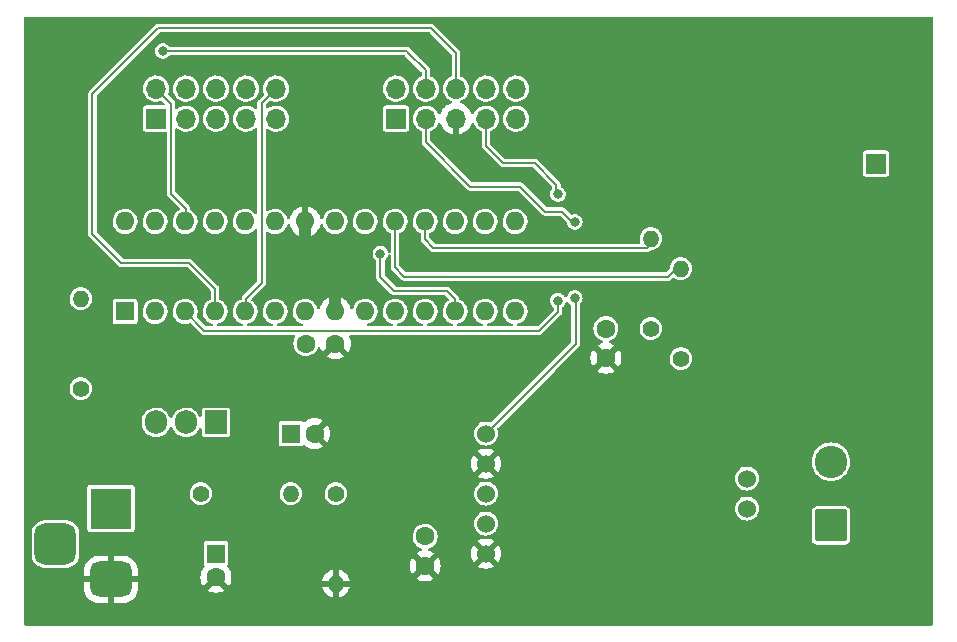
<source format=gbl>
%TF.GenerationSoftware,KiCad,Pcbnew,(6.0.9)*%
%TF.CreationDate,2023-01-16T23:19:00+01:00*%
%TF.ProjectId,FM_radio_atmega_8,464d5f72-6164-4696-9f5f-61746d656761,rev?*%
%TF.SameCoordinates,Original*%
%TF.FileFunction,Copper,L2,Bot*%
%TF.FilePolarity,Positive*%
%FSLAX46Y46*%
G04 Gerber Fmt 4.6, Leading zero omitted, Abs format (unit mm)*
G04 Created by KiCad (PCBNEW (6.0.9)) date 2023-01-16 23:19:00*
%MOMM*%
%LPD*%
G01*
G04 APERTURE LIST*
G04 Aperture macros list*
%AMRoundRect*
0 Rectangle with rounded corners*
0 $1 Rounding radius*
0 $2 $3 $4 $5 $6 $7 $8 $9 X,Y pos of 4 corners*
0 Add a 4 corners polygon primitive as box body*
4,1,4,$2,$3,$4,$5,$6,$7,$8,$9,$2,$3,0*
0 Add four circle primitives for the rounded corners*
1,1,$1+$1,$2,$3*
1,1,$1+$1,$4,$5*
1,1,$1+$1,$6,$7*
1,1,$1+$1,$8,$9*
0 Add four rect primitives between the rounded corners*
20,1,$1+$1,$2,$3,$4,$5,0*
20,1,$1+$1,$4,$5,$6,$7,0*
20,1,$1+$1,$6,$7,$8,$9,0*
20,1,$1+$1,$8,$9,$2,$3,0*%
G04 Aperture macros list end*
%TA.AperFunction,ComponentPad*%
%ADD10C,1.400000*%
%TD*%
%TA.AperFunction,ComponentPad*%
%ADD11O,1.400000X1.400000*%
%TD*%
%TA.AperFunction,ComponentPad*%
%ADD12C,1.600000*%
%TD*%
%TA.AperFunction,ComponentPad*%
%ADD13R,1.905000X2.000000*%
%TD*%
%TA.AperFunction,ComponentPad*%
%ADD14O,1.905000X2.000000*%
%TD*%
%TA.AperFunction,ComponentPad*%
%ADD15R,1.700000X1.700000*%
%TD*%
%TA.AperFunction,ComponentPad*%
%ADD16O,1.700000X1.700000*%
%TD*%
%TA.AperFunction,ComponentPad*%
%ADD17R,1.600000X1.600000*%
%TD*%
%TA.AperFunction,ComponentPad*%
%ADD18C,1.524000*%
%TD*%
%TA.AperFunction,ComponentPad*%
%ADD19O,1.600000X1.600000*%
%TD*%
%TA.AperFunction,ComponentPad*%
%ADD20RoundRect,0.250000X1.125000X-1.125000X1.125000X1.125000X-1.125000X1.125000X-1.125000X-1.125000X0*%
%TD*%
%TA.AperFunction,ComponentPad*%
%ADD21C,2.750000*%
%TD*%
%TA.AperFunction,ComponentPad*%
%ADD22R,3.500000X3.500000*%
%TD*%
%TA.AperFunction,ComponentPad*%
%ADD23RoundRect,0.750000X1.000000X-0.750000X1.000000X0.750000X-1.000000X0.750000X-1.000000X-0.750000X0*%
%TD*%
%TA.AperFunction,ComponentPad*%
%ADD24RoundRect,0.875000X0.875000X-0.875000X0.875000X0.875000X-0.875000X0.875000X-0.875000X-0.875000X0*%
%TD*%
%TA.AperFunction,ViaPad*%
%ADD25C,1.000000*%
%TD*%
%TA.AperFunction,ViaPad*%
%ADD26C,0.800000*%
%TD*%
%TA.AperFunction,Conductor*%
%ADD27C,0.200000*%
%TD*%
%TA.AperFunction,Conductor*%
%ADD28C,1.000000*%
%TD*%
G04 APERTURE END LIST*
D10*
%TO.P,R5,1*%
%TO.N,+5V*%
X107950000Y-107950000D03*
D11*
%TO.P,R5,2*%
%TO.N,I2C_CLK*%
X107950000Y-100330000D03*
%TD*%
D12*
%TO.P,C3,1*%
%TO.N,+5V*%
X76190000Y-106690000D03*
%TO.P,C3,2*%
%TO.N,GND*%
X78690000Y-106690000D03*
%TD*%
%TO.P,C4,1*%
%TO.N,+5V*%
X101600000Y-105410000D03*
%TO.P,C4,2*%
%TO.N,GND*%
X101600000Y-107910000D03*
%TD*%
D13*
%TO.P,U1,1,ADJ*%
%TO.N,Net-(R1-Pad1)*%
X68580000Y-113355000D03*
D14*
%TO.P,U1,2,VO*%
%TO.N,+5V*%
X66040000Y-113355000D03*
%TO.P,U1,3,VI*%
%TO.N,+9V*%
X63500000Y-113355000D03*
%TD*%
D10*
%TO.P,R3,1*%
%TO.N,+5V*%
X57150000Y-110490000D03*
D11*
%TO.P,R3,2*%
%TO.N,Net-(R3-Pad2)*%
X57150000Y-102870000D03*
%TD*%
D15*
%TO.P,J4,1,Pin_1*%
%TO.N,switch4*%
X63500000Y-87630000D03*
D16*
%TO.P,J4,2,Pin_2*%
%TO.N,switch3*%
X63500000Y-85090000D03*
%TO.P,J4,3,Pin_3*%
%TO.N,switch2*%
X66040000Y-87630000D03*
%TO.P,J4,4,Pin_4*%
%TO.N,switch1*%
X66040000Y-85090000D03*
%TO.P,J4,5,Pin_5*%
%TO.N,switch0*%
X68580000Y-87630000D03*
%TO.P,J4,6,Pin_6*%
%TO.N,unconnected-(J4-Pad6)*%
X68580000Y-85090000D03*
%TO.P,J4,7,Pin_7*%
%TO.N,OE(ED2)*%
X71120000Y-87630000D03*
%TO.P,J4,8,Pin_8*%
%TO.N,LE(ED1)*%
X71120000Y-85090000D03*
%TO.P,J4,9,Pin_9*%
%TO.N,CLK*%
X73660000Y-87630000D03*
%TO.P,J4,10,Pin_10*%
%TO.N,SDI*%
X73660000Y-85090000D03*
%TD*%
D10*
%TO.P,R2,1*%
%TO.N,+5V*%
X67310000Y-119380000D03*
D11*
%TO.P,R2,2*%
%TO.N,Net-(R1-Pad1)*%
X74930000Y-119380000D03*
%TD*%
D15*
%TO.P,J2,1,Pin_1*%
%TO.N,Net-(J2-Pad1)*%
X124460000Y-91440000D03*
%TD*%
D10*
%TO.P,R1,1*%
%TO.N,Net-(R1-Pad1)*%
X78740000Y-119380000D03*
D11*
%TO.P,R1,2*%
%TO.N,GND*%
X78740000Y-127000000D03*
%TD*%
D15*
%TO.P,J3,1,Pin_1*%
%TO.N,+9V*%
X83820000Y-87630000D03*
D16*
%TO.P,J3,2,Pin_2*%
%TO.N,AUDIO_L*%
X83820000Y-85090000D03*
%TO.P,J3,3,Pin_3*%
%TO.N,AUDIO_AMP*%
X86360000Y-87630000D03*
%TO.P,J3,4,Pin_4*%
%TO.N,transistor0*%
X86360000Y-85090000D03*
%TO.P,J3,5,Pin_5*%
%TO.N,GND*%
X88900000Y-87630000D03*
%TO.P,J3,6,Pin_6*%
%TO.N,transistor2*%
X88900000Y-85090000D03*
%TO.P,J3,7,Pin_7*%
%TO.N,transistor1*%
X91440000Y-87630000D03*
%TO.P,J3,8,Pin_8*%
%TO.N,encoderB*%
X91440000Y-85090000D03*
%TO.P,J3,9,Pin_9*%
%TO.N,encoderA*%
X93980000Y-87630000D03*
%TO.P,J3,10,Pin_10*%
%TO.N,+5V*%
X93980000Y-85090000D03*
%TD*%
D17*
%TO.P,C2,1*%
%TO.N,+5V*%
X74930000Y-114300000D03*
D12*
%TO.P,C2,2*%
%TO.N,GND*%
X76930000Y-114300000D03*
%TD*%
D10*
%TO.P,R4,1*%
%TO.N,+5V*%
X105410000Y-105410000D03*
D11*
%TO.P,R4,2*%
%TO.N,I2C_DATA*%
X105410000Y-97790000D03*
%TD*%
D18*
%TO.P,U4,1,IN+*%
%TO.N,AUDIO_AMP*%
X91440000Y-114300000D03*
%TO.P,U4,2,IN-*%
%TO.N,GND*%
X91440000Y-116840000D03*
%TO.P,U4,3,SD*%
%TO.N,unconnected-(U4-Pad3)*%
X91440000Y-119380000D03*
%TO.P,U4,4,VCC*%
%TO.N,+5V*%
X91440000Y-121920000D03*
%TO.P,U4,5,GND*%
%TO.N,GND*%
X91440000Y-124460000D03*
%TO.P,U4,6,VO+*%
%TO.N,Net-(J5-Pad2)*%
X113538000Y-118110000D03*
%TO.P,U4,7,VO-*%
%TO.N,Net-(J5-Pad1)*%
X113538000Y-120650000D03*
%TD*%
D17*
%TO.P,U2,1,PC6/~{RESET}*%
%TO.N,Net-(R3-Pad2)*%
X60883800Y-103962200D03*
D19*
%TO.P,U2,2,PD0*%
%TO.N,transistor0*%
X63423800Y-103962200D03*
%TO.P,U2,3,PD1*%
%TO.N,transistor1*%
X65963800Y-103962200D03*
%TO.P,U2,4,PD2*%
%TO.N,transistor2*%
X68503800Y-103962200D03*
%TO.P,U2,5,PD3*%
%TO.N,SDI*%
X71043800Y-103962200D03*
%TO.P,U2,6,PD4*%
%TO.N,CLK*%
X73583800Y-103962200D03*
%TO.P,U2,7,VCC*%
%TO.N,+5V*%
X76123800Y-103962200D03*
%TO.P,U2,8,GND*%
%TO.N,GND*%
X78663800Y-103962200D03*
%TO.P,U2,9,PB6/XTAL1*%
%TO.N,unconnected-(U2-Pad9)*%
X81203800Y-103962200D03*
%TO.P,U2,10,PB7/XTAL2*%
%TO.N,unconnected-(U2-Pad10)*%
X83743800Y-103962200D03*
%TO.P,U2,11,PD5*%
%TO.N,LE(ED1)*%
X86283800Y-103962200D03*
%TO.P,U2,12,PD6*%
%TO.N,OE(ED2)*%
X88823800Y-103962200D03*
%TO.P,U2,13,PD7*%
%TO.N,unconnected-(U2-Pad13)*%
X91363800Y-103962200D03*
%TO.P,U2,14,PB0*%
%TO.N,encoderA*%
X93903800Y-103962200D03*
%TO.P,U2,15,PB1*%
%TO.N,encoderB*%
X93903800Y-96342200D03*
%TO.P,U2,16,PB2*%
%TO.N,unconnected-(U2-Pad16)*%
X91363800Y-96342200D03*
%TO.P,U2,17,PB3*%
%TO.N,unconnected-(U2-Pad17)*%
X88823800Y-96342200D03*
%TO.P,U2,18,PB4*%
%TO.N,I2C_DATA*%
X86283800Y-96342200D03*
%TO.P,U2,19,PB5*%
%TO.N,I2C_CLK*%
X83743800Y-96342200D03*
%TO.P,U2,20,AVCC*%
%TO.N,+5V*%
X81203800Y-96342200D03*
%TO.P,U2,21,AREF*%
%TO.N,unconnected-(U2-Pad21)*%
X78663800Y-96342200D03*
%TO.P,U2,22,AGND*%
%TO.N,GND*%
X76123800Y-96342200D03*
%TO.P,U2,23,PC0*%
%TO.N,switch0*%
X73583800Y-96342200D03*
%TO.P,U2,24,PC1*%
%TO.N,switch1*%
X71043800Y-96342200D03*
%TO.P,U2,25,PC2*%
%TO.N,switch2*%
X68503800Y-96342200D03*
%TO.P,U2,26,PC3*%
%TO.N,switch3*%
X65963800Y-96342200D03*
%TO.P,U2,27,PC4*%
%TO.N,switch4*%
X63423800Y-96342200D03*
%TO.P,U2,28,PC5*%
%TO.N,unconnected-(U2-Pad28)*%
X60883800Y-96342200D03*
%TD*%
D17*
%TO.P,C1,1*%
%TO.N,+9V*%
X68580000Y-124460000D03*
D12*
%TO.P,C1,2*%
%TO.N,GND*%
X68580000Y-126460000D03*
%TD*%
D20*
%TO.P,J5,1,Pin_1*%
%TO.N,Net-(J5-Pad1)*%
X120650000Y-122080000D03*
D21*
%TO.P,J5,2,Pin_2*%
%TO.N,Net-(J5-Pad2)*%
X120650000Y-116680000D03*
%TD*%
D12*
%TO.P,C5,1*%
%TO.N,+5V*%
X86283800Y-123012200D03*
%TO.P,C5,2*%
%TO.N,GND*%
X86283800Y-125512200D03*
%TD*%
D22*
%TO.P,J1,1*%
%TO.N,+9V*%
X59690000Y-120650000D03*
D23*
%TO.P,J1,2*%
%TO.N,GND*%
X59690000Y-126650000D03*
D24*
%TO.P,J1,3*%
%TO.N,N/C*%
X54990000Y-123650000D03*
%TD*%
D25*
%TO.N,GND*%
X124070000Y-117740000D03*
X106070000Y-114740000D03*
X118070000Y-81740000D03*
X115070000Y-87740000D03*
X70070000Y-129740000D03*
X127070000Y-87740000D03*
X82070000Y-108740000D03*
X97070000Y-129740000D03*
X61070000Y-129740000D03*
X106070000Y-126740000D03*
X115070000Y-126740000D03*
X112070000Y-111740000D03*
X106070000Y-123740000D03*
X112070000Y-108740000D03*
X127070000Y-117740000D03*
X94070000Y-123740000D03*
X103070000Y-123740000D03*
X118070000Y-90740000D03*
X127070000Y-129740000D03*
X109070000Y-129740000D03*
X82070000Y-129740000D03*
X73070000Y-126740000D03*
X109070000Y-81740000D03*
X115070000Y-129740000D03*
X106070000Y-81740000D03*
X94070000Y-120740000D03*
X112070000Y-87740000D03*
X103070000Y-111740000D03*
X124070000Y-123740000D03*
X124070000Y-84740000D03*
X124070000Y-129740000D03*
X112070000Y-84740000D03*
X109070000Y-120740000D03*
X127070000Y-93740000D03*
X100070000Y-129740000D03*
X112070000Y-126740000D03*
X76070000Y-126740000D03*
X91070000Y-129740000D03*
X109070000Y-123740000D03*
X106070000Y-117740000D03*
X109070000Y-111740000D03*
X76070000Y-129740000D03*
X109070000Y-126740000D03*
X124070000Y-81740000D03*
X82070000Y-126740000D03*
X118070000Y-111740000D03*
X97070000Y-126740000D03*
X64070000Y-129740000D03*
X100070000Y-111740000D03*
X97070000Y-120740000D03*
X79070000Y-129740000D03*
X127070000Y-123740000D03*
X127070000Y-81740000D03*
X100070000Y-123740000D03*
X94070000Y-126740000D03*
X115070000Y-108740000D03*
X115070000Y-111740000D03*
X79070000Y-123740000D03*
X112070000Y-90740000D03*
X103070000Y-117740000D03*
X97070000Y-123740000D03*
X76070000Y-123740000D03*
X88070000Y-117740000D03*
X94070000Y-129740000D03*
X61070000Y-93740000D03*
X103070000Y-81740000D03*
X121070000Y-105740000D03*
X82070000Y-123740000D03*
X97070000Y-117740000D03*
X118070000Y-126740000D03*
X97070000Y-114740000D03*
X103070000Y-114740000D03*
X106070000Y-84740000D03*
X106070000Y-120740000D03*
X127070000Y-120740000D03*
X94070000Y-117740000D03*
X58070000Y-129740000D03*
X121070000Y-90740000D03*
X121070000Y-81740000D03*
X124070000Y-108740000D03*
X118070000Y-129740000D03*
X112070000Y-81740000D03*
X103070000Y-129740000D03*
X109070000Y-114740000D03*
X91070000Y-126740000D03*
X121070000Y-126740000D03*
X118070000Y-102740000D03*
X118070000Y-105740000D03*
X124070000Y-120740000D03*
X109070000Y-102740000D03*
X112070000Y-123740000D03*
X61070000Y-87740000D03*
X109070000Y-117740000D03*
X124070000Y-126740000D03*
X109070000Y-87740000D03*
X103070000Y-126740000D03*
X73070000Y-123740000D03*
X118070000Y-84740000D03*
X58070000Y-105740000D03*
X127070000Y-126740000D03*
X115070000Y-90740000D03*
X127070000Y-84740000D03*
X127070000Y-108740000D03*
X67070000Y-129740000D03*
X118070000Y-108740000D03*
X127070000Y-90740000D03*
X115070000Y-81740000D03*
X55070000Y-129740000D03*
X124070000Y-114740000D03*
X61070000Y-90740000D03*
X58070000Y-114740000D03*
X121070000Y-129740000D03*
X115070000Y-84740000D03*
X103070000Y-120740000D03*
X88070000Y-129740000D03*
X127070000Y-111740000D03*
X106070000Y-111740000D03*
X100070000Y-117740000D03*
X118070000Y-87740000D03*
X70070000Y-99740000D03*
X127070000Y-114740000D03*
X106070000Y-129740000D03*
X121070000Y-111740000D03*
X121070000Y-87740000D03*
X112070000Y-114740000D03*
X79070000Y-111740000D03*
X64070000Y-126740000D03*
X121070000Y-93740000D03*
X124070000Y-111740000D03*
X109070000Y-84740000D03*
X100070000Y-114740000D03*
X121070000Y-84740000D03*
X85070000Y-129740000D03*
X106070000Y-102740000D03*
X121070000Y-108740000D03*
X124070000Y-87740000D03*
X100070000Y-126740000D03*
X73070000Y-129740000D03*
X100070000Y-120740000D03*
X88070000Y-114740000D03*
X112070000Y-129740000D03*
D26*
%TO.N,AUDIO_AMP*%
X98958400Y-102819200D03*
X98958400Y-96393000D03*
%TO.N,transistor0*%
X64084200Y-81915000D03*
%TO.N,transistor1*%
X97536000Y-103047800D03*
X97536000Y-94030800D03*
%TO.N,OE(ED2)*%
X82499200Y-99060000D03*
%TD*%
D27*
%TO.N,transistor1*%
X97536000Y-103047800D02*
X97536000Y-104013000D01*
X97536000Y-104013000D02*
X95961200Y-105587800D01*
X95961200Y-105587800D02*
X67589400Y-105587800D01*
X67589400Y-105587800D02*
X65963800Y-103962200D01*
D28*
%TO.N,GND*%
X76123800Y-96342200D02*
X76123800Y-99123800D01*
X78663800Y-101663800D02*
X78663800Y-103962200D01*
X76123800Y-99123800D02*
X78663800Y-101663800D01*
D27*
%TO.N,AUDIO_AMP*%
X97866200Y-95504000D02*
X96469200Y-95504000D01*
X98958400Y-96393000D02*
X98755200Y-96393000D01*
X98755200Y-96393000D02*
X97866200Y-95504000D01*
X91440000Y-114300000D02*
X99034600Y-106705400D01*
X86360000Y-89636600D02*
X86360000Y-87630000D01*
X99034600Y-106705400D02*
X99034600Y-105867200D01*
X96469200Y-95504000D02*
X94361000Y-93395800D01*
X90119200Y-93395800D02*
X86360000Y-89636600D01*
X99034600Y-105867200D02*
X99034600Y-102895400D01*
X94361000Y-93395800D02*
X90119200Y-93395800D01*
X99034600Y-102895400D02*
X98958400Y-102819200D01*
%TO.N,transistor0*%
X86360000Y-85090000D02*
X86360000Y-83540600D01*
X86360000Y-83540600D02*
X84861400Y-82042000D01*
X84734400Y-81915000D02*
X64084200Y-81915000D01*
X84861400Y-82042000D02*
X84734400Y-81915000D01*
%TO.N,transistor2*%
X68503800Y-102057200D02*
X68503800Y-103962200D01*
X60579000Y-99847400D02*
X66294000Y-99847400D01*
X58115200Y-85547200D02*
X58115200Y-97383600D01*
X58115200Y-97383600D02*
X60579000Y-99847400D01*
X88900000Y-82067400D02*
X86791800Y-79959200D01*
X66294000Y-99847400D02*
X68503800Y-102057200D01*
X86791800Y-79959200D02*
X63703200Y-79959200D01*
X88900000Y-85090000D02*
X88900000Y-82067400D01*
X63703200Y-79959200D02*
X58115200Y-85547200D01*
%TO.N,transistor1*%
X91440000Y-89941400D02*
X92887800Y-91389200D01*
X95554800Y-91389200D02*
X97409000Y-93243400D01*
X97409000Y-93903800D02*
X97536000Y-94030800D01*
X91440000Y-87630000D02*
X91440000Y-89941400D01*
X97409000Y-93243400D02*
X97409000Y-93903800D01*
X92887800Y-91389200D02*
X95554800Y-91389200D01*
%TO.N,switch3*%
X66040000Y-95250000D02*
X66040000Y-96266000D01*
X66040000Y-96266000D02*
X65963800Y-96342200D01*
X66040000Y-95250000D02*
X64770000Y-93980000D01*
X64770000Y-86360000D02*
X63500000Y-85090000D01*
X64770000Y-93980000D02*
X64770000Y-86360000D01*
%TO.N,OE(ED2)*%
X88823800Y-102920800D02*
X88823800Y-103962200D01*
X83693000Y-102235000D02*
X88138000Y-102235000D01*
X88138000Y-102235000D02*
X88823800Y-102920800D01*
X82499200Y-99060000D02*
X82499200Y-101041200D01*
X82499200Y-101041200D02*
X83693000Y-102235000D01*
%TO.N,SDI*%
X73660000Y-85090000D02*
X72440800Y-86309200D01*
X72440800Y-101549200D02*
X71120000Y-102870000D01*
X72440800Y-86309200D02*
X72440800Y-101549200D01*
X71120000Y-103886000D02*
X71043800Y-103962200D01*
X71120000Y-102870000D02*
X71120000Y-103886000D01*
%TO.N,I2C_DATA*%
X86283800Y-97866200D02*
X86995000Y-98577400D01*
X105410000Y-98247200D02*
X105410000Y-97790000D01*
X86995000Y-98577400D02*
X105079800Y-98577400D01*
X86283800Y-96342200D02*
X86283800Y-97866200D01*
X105079800Y-98577400D02*
X105410000Y-98247200D01*
%TO.N,I2C_CLK*%
X83743800Y-96342200D02*
X83743800Y-100228400D01*
X83743800Y-100228400D02*
X84531200Y-101015800D01*
X106832400Y-101015800D02*
X107518200Y-100330000D01*
X107518200Y-100330000D02*
X107950000Y-100330000D01*
X84531200Y-101015800D02*
X106832400Y-101015800D01*
%TD*%
%TA.AperFunction,Conductor*%
%TO.N,GND*%
G36*
X129227621Y-79014502D02*
G01*
X129274114Y-79068158D01*
X129285500Y-79120500D01*
X129285500Y-130429500D01*
X129265498Y-130497621D01*
X129211842Y-130544114D01*
X129159500Y-130555500D01*
X52450500Y-130555500D01*
X52382379Y-130535498D01*
X52335886Y-130481842D01*
X52324500Y-130429500D01*
X52324500Y-127459961D01*
X57432001Y-127459961D01*
X57432209Y-127465071D01*
X57443082Y-127598767D01*
X57444852Y-127609320D01*
X57497967Y-127816185D01*
X57501701Y-127826731D01*
X57590510Y-128020705D01*
X57596046Y-128030412D01*
X57717803Y-128205597D01*
X57724976Y-128214176D01*
X57875824Y-128365024D01*
X57884403Y-128372197D01*
X58059588Y-128493954D01*
X58069295Y-128499490D01*
X58263269Y-128588299D01*
X58273815Y-128592033D01*
X58480679Y-128645147D01*
X58491234Y-128646918D01*
X58624930Y-128657793D01*
X58630036Y-128658000D01*
X59417885Y-128658000D01*
X59433124Y-128653525D01*
X59434329Y-128652135D01*
X59436000Y-128644452D01*
X59436000Y-128639884D01*
X59944000Y-128639884D01*
X59948475Y-128655123D01*
X59949865Y-128656328D01*
X59957548Y-128657999D01*
X60749961Y-128657999D01*
X60755071Y-128657791D01*
X60888767Y-128646918D01*
X60899320Y-128645148D01*
X61106185Y-128592033D01*
X61116731Y-128588299D01*
X61310705Y-128499490D01*
X61320412Y-128493954D01*
X61495597Y-128372197D01*
X61504176Y-128365024D01*
X61655024Y-128214176D01*
X61662197Y-128205597D01*
X61783954Y-128030412D01*
X61789490Y-128020705D01*
X61878299Y-127826731D01*
X61882033Y-127816185D01*
X61935147Y-127609321D01*
X61936918Y-127598766D01*
X61941205Y-127546062D01*
X67858493Y-127546062D01*
X67867789Y-127558077D01*
X67918994Y-127593931D01*
X67928489Y-127599414D01*
X68125947Y-127691490D01*
X68136239Y-127695236D01*
X68346688Y-127751625D01*
X68357481Y-127753528D01*
X68574525Y-127772517D01*
X68585475Y-127772517D01*
X68802519Y-127753528D01*
X68813312Y-127751625D01*
X69023761Y-127695236D01*
X69034053Y-127691490D01*
X69231511Y-127599414D01*
X69241006Y-127593931D01*
X69293048Y-127557491D01*
X69301424Y-127547012D01*
X69294356Y-127533566D01*
X69027312Y-127266522D01*
X77560801Y-127266522D01*
X77599092Y-127409423D01*
X77602842Y-127419727D01*
X77687521Y-127601323D01*
X77692998Y-127610811D01*
X77807925Y-127774942D01*
X77814981Y-127783350D01*
X77956650Y-127925019D01*
X77965058Y-127932075D01*
X78129189Y-128047002D01*
X78138677Y-128052479D01*
X78320273Y-128137158D01*
X78330577Y-128140908D01*
X78468503Y-128177866D01*
X78482599Y-128177530D01*
X78486000Y-128169588D01*
X78486000Y-128164439D01*
X78994000Y-128164439D01*
X78997973Y-128177970D01*
X79006522Y-128179199D01*
X79149423Y-128140908D01*
X79159727Y-128137158D01*
X79341323Y-128052479D01*
X79350811Y-128047002D01*
X79514942Y-127932075D01*
X79523350Y-127925019D01*
X79665019Y-127783350D01*
X79672075Y-127774942D01*
X79787002Y-127610811D01*
X79792479Y-127601323D01*
X79877158Y-127419727D01*
X79880908Y-127409423D01*
X79917866Y-127271497D01*
X79917530Y-127257401D01*
X79909588Y-127254000D01*
X79012115Y-127254000D01*
X78996876Y-127258475D01*
X78995671Y-127259865D01*
X78994000Y-127267548D01*
X78994000Y-128164439D01*
X78486000Y-128164439D01*
X78486000Y-127272115D01*
X78481525Y-127256876D01*
X78480135Y-127255671D01*
X78472452Y-127254000D01*
X77575561Y-127254000D01*
X77562030Y-127257973D01*
X77560801Y-127266522D01*
X69027312Y-127266522D01*
X68592812Y-126832022D01*
X68578868Y-126824408D01*
X68577035Y-126824539D01*
X68570420Y-126828790D01*
X67864923Y-127534287D01*
X67858493Y-127546062D01*
X61941205Y-127546062D01*
X61947793Y-127465070D01*
X61948000Y-127459964D01*
X61948000Y-126922115D01*
X61943525Y-126906876D01*
X61942135Y-126905671D01*
X61934452Y-126904000D01*
X59962115Y-126904000D01*
X59946876Y-126908475D01*
X59945671Y-126909865D01*
X59944000Y-126917548D01*
X59944000Y-128639884D01*
X59436000Y-128639884D01*
X59436000Y-126922115D01*
X59431525Y-126906876D01*
X59430135Y-126905671D01*
X59422452Y-126904000D01*
X57450116Y-126904000D01*
X57434877Y-126908475D01*
X57433672Y-126909865D01*
X57432001Y-126917548D01*
X57432001Y-127459961D01*
X52324500Y-127459961D01*
X52324500Y-126465475D01*
X67267483Y-126465475D01*
X67286472Y-126682519D01*
X67288375Y-126693312D01*
X67344764Y-126903761D01*
X67348510Y-126914053D01*
X67440586Y-127111511D01*
X67446069Y-127121006D01*
X67482509Y-127173048D01*
X67492988Y-127181424D01*
X67506434Y-127174356D01*
X68490905Y-126189885D01*
X68553217Y-126155859D01*
X68624032Y-126160924D01*
X68669095Y-126189885D01*
X69654287Y-127175077D01*
X69666062Y-127181507D01*
X69678077Y-127172211D01*
X69713931Y-127121006D01*
X69719414Y-127111511D01*
X69811490Y-126914053D01*
X69815236Y-126903761D01*
X69862196Y-126728503D01*
X77562134Y-126728503D01*
X77562470Y-126742599D01*
X77570412Y-126746000D01*
X78467885Y-126746000D01*
X78483124Y-126741525D01*
X78484329Y-126740135D01*
X78486000Y-126732452D01*
X78486000Y-126727885D01*
X78994000Y-126727885D01*
X78998475Y-126743124D01*
X78999865Y-126744329D01*
X79007548Y-126746000D01*
X79904439Y-126746000D01*
X79917970Y-126742027D01*
X79919199Y-126733478D01*
X79882967Y-126598262D01*
X85562293Y-126598262D01*
X85571589Y-126610277D01*
X85622794Y-126646131D01*
X85632289Y-126651614D01*
X85829747Y-126743690D01*
X85840039Y-126747436D01*
X86050488Y-126803825D01*
X86061281Y-126805728D01*
X86278325Y-126824717D01*
X86289275Y-126824717D01*
X86506319Y-126805728D01*
X86517112Y-126803825D01*
X86727561Y-126747436D01*
X86737853Y-126743690D01*
X86935311Y-126651614D01*
X86944806Y-126646131D01*
X86996848Y-126609691D01*
X87005224Y-126599212D01*
X86998156Y-126585766D01*
X86296612Y-125884222D01*
X86282668Y-125876608D01*
X86280835Y-125876739D01*
X86274220Y-125880990D01*
X85568723Y-126586487D01*
X85562293Y-126598262D01*
X79882967Y-126598262D01*
X79880908Y-126590577D01*
X79877158Y-126580273D01*
X79792479Y-126398677D01*
X79787002Y-126389189D01*
X79672075Y-126225058D01*
X79665019Y-126216650D01*
X79523350Y-126074981D01*
X79514942Y-126067925D01*
X79350811Y-125952998D01*
X79341323Y-125947521D01*
X79159727Y-125862842D01*
X79149423Y-125859092D01*
X79011497Y-125822134D01*
X78997401Y-125822470D01*
X78994000Y-125830412D01*
X78994000Y-126727885D01*
X78486000Y-126727885D01*
X78486000Y-125835561D01*
X78482027Y-125822030D01*
X78473478Y-125820801D01*
X78330577Y-125859092D01*
X78320273Y-125862842D01*
X78138677Y-125947521D01*
X78129189Y-125952998D01*
X77965058Y-126067925D01*
X77956650Y-126074981D01*
X77814981Y-126216650D01*
X77807925Y-126225058D01*
X77692998Y-126389189D01*
X77687521Y-126398677D01*
X77602842Y-126580273D01*
X77599092Y-126590577D01*
X77562134Y-126728503D01*
X69862196Y-126728503D01*
X69871625Y-126693312D01*
X69873528Y-126682519D01*
X69892517Y-126465475D01*
X69892517Y-126454525D01*
X69873528Y-126237481D01*
X69871625Y-126226688D01*
X69815236Y-126016239D01*
X69811490Y-126005947D01*
X69719414Y-125808489D01*
X69713931Y-125798993D01*
X69588972Y-125620533D01*
X69581916Y-125612125D01*
X69575763Y-125605972D01*
X69541737Y-125543660D01*
X69543596Y-125517675D01*
X84971283Y-125517675D01*
X84990272Y-125734719D01*
X84992175Y-125745512D01*
X85048564Y-125955961D01*
X85052310Y-125966253D01*
X85144386Y-126163711D01*
X85149869Y-126173206D01*
X85186309Y-126225248D01*
X85196788Y-126233624D01*
X85210234Y-126226556D01*
X85911778Y-125525012D01*
X85918156Y-125513332D01*
X86648208Y-125513332D01*
X86648339Y-125515165D01*
X86652590Y-125521780D01*
X87358087Y-126227277D01*
X87369862Y-126233707D01*
X87381877Y-126224411D01*
X87417731Y-126173206D01*
X87423214Y-126163711D01*
X87515290Y-125966253D01*
X87519036Y-125955961D01*
X87575425Y-125745512D01*
X87577328Y-125734719D01*
X87596221Y-125518777D01*
X90745777Y-125518777D01*
X90755074Y-125530793D01*
X90798069Y-125560898D01*
X90807555Y-125566376D01*
X90998993Y-125655645D01*
X91009285Y-125659391D01*
X91213309Y-125714059D01*
X91224104Y-125715962D01*
X91434525Y-125734372D01*
X91445475Y-125734372D01*
X91655896Y-125715962D01*
X91666691Y-125714059D01*
X91870715Y-125659391D01*
X91881007Y-125655645D01*
X92072445Y-125566376D01*
X92081931Y-125560898D01*
X92125764Y-125530207D01*
X92134139Y-125519729D01*
X92127071Y-125506281D01*
X91452812Y-124832022D01*
X91438868Y-124824408D01*
X91437035Y-124824539D01*
X91430420Y-124828790D01*
X90752207Y-125507003D01*
X90745777Y-125518777D01*
X87596221Y-125518777D01*
X87596317Y-125517675D01*
X87596317Y-125506725D01*
X87577328Y-125289681D01*
X87575425Y-125278888D01*
X87519036Y-125068439D01*
X87515290Y-125058147D01*
X87423214Y-124860689D01*
X87417731Y-124851194D01*
X87381291Y-124799152D01*
X87370812Y-124790776D01*
X87357366Y-124797844D01*
X86655822Y-125499388D01*
X86648208Y-125513332D01*
X85918156Y-125513332D01*
X85919392Y-125511068D01*
X85919261Y-125509235D01*
X85915010Y-125502620D01*
X85209513Y-124797123D01*
X85197738Y-124790693D01*
X85185723Y-124799989D01*
X85149869Y-124851194D01*
X85144386Y-124860689D01*
X85052310Y-125058147D01*
X85048564Y-125068439D01*
X84992175Y-125278888D01*
X84990272Y-125289681D01*
X84971283Y-125506725D01*
X84971283Y-125517675D01*
X69543596Y-125517675D01*
X69546802Y-125472845D01*
X69565014Y-125444507D01*
X69563484Y-125443484D01*
X69612839Y-125369620D01*
X69619734Y-125359301D01*
X69634500Y-125285067D01*
X69634499Y-123634934D01*
X69619734Y-123560699D01*
X69563484Y-123476516D01*
X69479301Y-123420266D01*
X69405067Y-123405500D01*
X68580134Y-123405500D01*
X67754934Y-123405501D01*
X67719182Y-123412612D01*
X67692874Y-123417844D01*
X67692872Y-123417845D01*
X67680699Y-123420266D01*
X67670379Y-123427161D01*
X67670378Y-123427162D01*
X67625804Y-123456946D01*
X67596516Y-123476516D01*
X67540266Y-123560699D01*
X67525500Y-123634933D01*
X67525501Y-125285066D01*
X67540266Y-125359301D01*
X67547161Y-125369620D01*
X67547162Y-125369622D01*
X67596516Y-125443484D01*
X67593802Y-125445298D01*
X67618263Y-125490094D01*
X67613198Y-125560909D01*
X67584237Y-125605972D01*
X67578084Y-125612125D01*
X67571028Y-125620533D01*
X67446069Y-125798993D01*
X67440586Y-125808489D01*
X67348510Y-126005947D01*
X67344764Y-126016239D01*
X67288375Y-126226688D01*
X67286472Y-126237481D01*
X67267483Y-126454525D01*
X67267483Y-126465475D01*
X52324500Y-126465475D01*
X52324500Y-126377885D01*
X57432000Y-126377885D01*
X57436475Y-126393124D01*
X57437865Y-126394329D01*
X57445548Y-126396000D01*
X59417885Y-126396000D01*
X59433124Y-126391525D01*
X59434329Y-126390135D01*
X59436000Y-126382452D01*
X59436000Y-126377885D01*
X59944000Y-126377885D01*
X59948475Y-126393124D01*
X59949865Y-126394329D01*
X59957548Y-126396000D01*
X61929884Y-126396000D01*
X61945123Y-126391525D01*
X61946328Y-126390135D01*
X61947999Y-126382452D01*
X61947999Y-125840039D01*
X61947791Y-125834929D01*
X61936918Y-125701233D01*
X61935148Y-125690680D01*
X61882033Y-125483815D01*
X61878299Y-125473269D01*
X61789490Y-125279295D01*
X61783954Y-125269588D01*
X61662197Y-125094403D01*
X61655024Y-125085824D01*
X61504176Y-124934976D01*
X61495597Y-124927803D01*
X61320412Y-124806046D01*
X61310705Y-124800510D01*
X61116731Y-124711701D01*
X61106185Y-124707967D01*
X60899321Y-124654853D01*
X60888766Y-124653082D01*
X60755070Y-124642207D01*
X60749964Y-124642000D01*
X59962115Y-124642000D01*
X59946876Y-124646475D01*
X59945671Y-124647865D01*
X59944000Y-124655548D01*
X59944000Y-126377885D01*
X59436000Y-126377885D01*
X59436000Y-124660116D01*
X59431525Y-124644877D01*
X59430135Y-124643672D01*
X59422452Y-124642001D01*
X58630039Y-124642001D01*
X58624929Y-124642209D01*
X58491233Y-124653082D01*
X58480680Y-124654852D01*
X58273815Y-124707967D01*
X58263269Y-124711701D01*
X58069295Y-124800510D01*
X58059588Y-124806046D01*
X57884403Y-124927803D01*
X57875824Y-124934976D01*
X57724976Y-125085824D01*
X57717803Y-125094403D01*
X57596046Y-125269588D01*
X57590510Y-125279295D01*
X57501701Y-125473269D01*
X57497967Y-125483815D01*
X57444853Y-125690679D01*
X57443082Y-125701234D01*
X57432207Y-125834930D01*
X57432000Y-125840036D01*
X57432000Y-126377885D01*
X52324500Y-126377885D01*
X52324500Y-124611478D01*
X52985500Y-124611478D01*
X52988580Y-124661312D01*
X52989618Y-124666053D01*
X53030155Y-124851194D01*
X53034678Y-124871854D01*
X53119757Y-125069880D01*
X53240746Y-125248245D01*
X53244989Y-125252481D01*
X53244991Y-125252483D01*
X53317350Y-125324716D01*
X53393281Y-125400515D01*
X53398248Y-125403872D01*
X53398251Y-125403874D01*
X53500941Y-125473269D01*
X53571858Y-125521193D01*
X53577373Y-125523551D01*
X53764515Y-125603567D01*
X53764518Y-125603568D01*
X53770033Y-125605926D01*
X53775896Y-125607199D01*
X53975891Y-125650622D01*
X53975893Y-125650622D01*
X53980654Y-125651656D01*
X53991499Y-125652300D01*
X54026666Y-125654390D01*
X54026675Y-125654390D01*
X54028522Y-125654500D01*
X55951478Y-125654500D01*
X56001312Y-125651420D01*
X56211854Y-125605322D01*
X56355376Y-125543660D01*
X56404371Y-125522610D01*
X56404372Y-125522609D01*
X56409880Y-125520243D01*
X56588245Y-125399254D01*
X56640281Y-125347128D01*
X56696176Y-125291135D01*
X56740515Y-125246719D01*
X56807368Y-125147792D01*
X56857835Y-125073111D01*
X56861193Y-125068142D01*
X56870458Y-125046473D01*
X56943567Y-124875485D01*
X56943568Y-124875482D01*
X56945926Y-124869967D01*
X56959805Y-124806046D01*
X56990622Y-124664109D01*
X56990622Y-124664107D01*
X56991656Y-124659346D01*
X56994500Y-124611478D01*
X56994500Y-122997406D01*
X85224301Y-122997406D01*
X85225543Y-123012200D01*
X85240412Y-123189254D01*
X85241606Y-123203478D01*
X85298607Y-123402266D01*
X85301425Y-123407748D01*
X85301426Y-123407752D01*
X85390314Y-123580709D01*
X85390317Y-123580713D01*
X85393134Y-123586195D01*
X85521586Y-123748261D01*
X85526279Y-123752255D01*
X85526280Y-123752256D01*
X85549723Y-123772207D01*
X85679071Y-123882291D01*
X85859589Y-123983180D01*
X85939776Y-124009234D01*
X85941733Y-124009870D01*
X86000339Y-124049943D01*
X86027976Y-124115340D01*
X86015869Y-124185297D01*
X85967863Y-124237603D01*
X85935408Y-124251410D01*
X85840039Y-124276964D01*
X85829747Y-124280710D01*
X85632289Y-124372786D01*
X85622794Y-124378269D01*
X85570752Y-124414709D01*
X85562376Y-124425188D01*
X85569444Y-124438634D01*
X86270988Y-125140178D01*
X86284932Y-125147792D01*
X86286765Y-125147661D01*
X86293380Y-125143410D01*
X86971315Y-124465475D01*
X90165628Y-124465475D01*
X90184038Y-124675896D01*
X90185941Y-124686691D01*
X90240609Y-124890715D01*
X90244355Y-124901007D01*
X90333623Y-125092441D01*
X90339103Y-125101932D01*
X90369794Y-125145765D01*
X90380271Y-125154140D01*
X90393718Y-125147072D01*
X91067978Y-124472812D01*
X91074356Y-124461132D01*
X91804408Y-124461132D01*
X91804539Y-124462965D01*
X91808790Y-124469580D01*
X92487003Y-125147793D01*
X92498777Y-125154223D01*
X92510793Y-125144926D01*
X92540897Y-125101932D01*
X92546377Y-125092441D01*
X92635645Y-124901007D01*
X92639391Y-124890715D01*
X92694059Y-124686691D01*
X92695962Y-124675896D01*
X92714372Y-124465475D01*
X92714372Y-124454525D01*
X92695962Y-124244104D01*
X92694059Y-124233309D01*
X92639391Y-124029285D01*
X92635645Y-124018993D01*
X92546377Y-123827559D01*
X92540897Y-123818068D01*
X92510206Y-123774235D01*
X92499729Y-123765860D01*
X92486282Y-123772928D01*
X91812022Y-124447188D01*
X91804408Y-124461132D01*
X91074356Y-124461132D01*
X91075592Y-124458868D01*
X91075461Y-124457035D01*
X91071210Y-124450420D01*
X90392997Y-123772207D01*
X90381223Y-123765777D01*
X90369207Y-123775074D01*
X90339103Y-123818068D01*
X90333623Y-123827559D01*
X90244355Y-124018993D01*
X90240609Y-124029285D01*
X90185941Y-124233309D01*
X90184038Y-124244104D01*
X90165628Y-124454525D01*
X90165628Y-124465475D01*
X86971315Y-124465475D01*
X86998877Y-124437913D01*
X87005307Y-124426138D01*
X86996011Y-124414123D01*
X86944806Y-124378269D01*
X86935311Y-124372786D01*
X86737853Y-124280710D01*
X86727561Y-124276964D01*
X86635509Y-124252299D01*
X86574886Y-124215347D01*
X86543865Y-124151487D01*
X86552293Y-124080992D01*
X86597496Y-124026245D01*
X86634235Y-124009234D01*
X86661037Y-124001751D01*
X86661039Y-124001750D01*
X86666978Y-124000092D01*
X86672482Y-123997312D01*
X86672484Y-123997311D01*
X86846062Y-123909631D01*
X86846064Y-123909630D01*
X86851563Y-123906852D01*
X87014522Y-123779534D01*
X87018548Y-123774870D01*
X87018551Y-123774867D01*
X87145619Y-123627657D01*
X87145620Y-123627655D01*
X87149648Y-123622989D01*
X87200721Y-123533084D01*
X87248750Y-123448540D01*
X87248752Y-123448536D01*
X87251795Y-123443179D01*
X87266068Y-123400271D01*
X90745860Y-123400271D01*
X90752928Y-123413718D01*
X91427188Y-124087978D01*
X91441132Y-124095592D01*
X91442965Y-124095461D01*
X91449580Y-124091210D01*
X92127793Y-123412997D01*
X92134223Y-123401223D01*
X92124926Y-123389207D01*
X92081931Y-123359102D01*
X92072445Y-123353624D01*
X91881007Y-123264355D01*
X91870715Y-123260609D01*
X91841407Y-123252756D01*
X119020500Y-123252756D01*
X119027202Y-123314448D01*
X119077929Y-123449764D01*
X119083309Y-123456943D01*
X119083311Y-123456946D01*
X119149287Y-123544977D01*
X119164596Y-123565404D01*
X119171776Y-123570785D01*
X119273054Y-123646689D01*
X119273057Y-123646691D01*
X119280236Y-123652071D01*
X119369954Y-123685704D01*
X119408157Y-123700026D01*
X119408159Y-123700026D01*
X119415552Y-123702798D01*
X119423402Y-123703651D01*
X119423403Y-123703651D01*
X119473847Y-123709131D01*
X119477244Y-123709500D01*
X121822756Y-123709500D01*
X121826153Y-123709131D01*
X121876597Y-123703651D01*
X121876598Y-123703651D01*
X121884448Y-123702798D01*
X121891841Y-123700026D01*
X121891843Y-123700026D01*
X121930046Y-123685704D01*
X122019764Y-123652071D01*
X122026943Y-123646691D01*
X122026946Y-123646689D01*
X122128224Y-123570785D01*
X122135404Y-123565404D01*
X122150713Y-123544977D01*
X122216689Y-123456946D01*
X122216691Y-123456943D01*
X122222071Y-123449764D01*
X122272798Y-123314448D01*
X122279500Y-123252756D01*
X122279500Y-120907244D01*
X122278562Y-120898607D01*
X122273651Y-120853403D01*
X122273651Y-120853402D01*
X122272798Y-120845552D01*
X122222071Y-120710236D01*
X122216691Y-120703057D01*
X122216689Y-120703054D01*
X122140785Y-120601776D01*
X122135404Y-120594596D01*
X122114977Y-120579287D01*
X122026946Y-120513311D01*
X122026943Y-120513309D01*
X122019764Y-120507929D01*
X121930046Y-120474296D01*
X121891843Y-120459974D01*
X121891841Y-120459974D01*
X121884448Y-120457202D01*
X121876598Y-120456349D01*
X121876597Y-120456349D01*
X121826153Y-120450869D01*
X121826152Y-120450869D01*
X121822756Y-120450500D01*
X119477244Y-120450500D01*
X119473848Y-120450869D01*
X119473847Y-120450869D01*
X119423403Y-120456349D01*
X119423402Y-120456349D01*
X119415552Y-120457202D01*
X119408159Y-120459974D01*
X119408157Y-120459974D01*
X119369954Y-120474296D01*
X119280236Y-120507929D01*
X119273057Y-120513309D01*
X119273054Y-120513311D01*
X119185023Y-120579287D01*
X119164596Y-120594596D01*
X119159215Y-120601776D01*
X119083311Y-120703054D01*
X119083309Y-120703057D01*
X119077929Y-120710236D01*
X119027202Y-120845552D01*
X119026349Y-120853402D01*
X119026349Y-120853403D01*
X119021438Y-120898607D01*
X119020500Y-120907244D01*
X119020500Y-123252756D01*
X91841407Y-123252756D01*
X91666691Y-123205941D01*
X91655895Y-123204037D01*
X91473131Y-123188048D01*
X91434210Y-123172824D01*
X91403030Y-123187982D01*
X91393078Y-123189254D01*
X91224104Y-123204038D01*
X91213309Y-123205941D01*
X91009285Y-123260609D01*
X90998993Y-123264355D01*
X90807559Y-123353623D01*
X90798068Y-123359103D01*
X90754235Y-123389794D01*
X90745860Y-123400271D01*
X87266068Y-123400271D01*
X87311281Y-123264355D01*
X87315125Y-123252801D01*
X87315126Y-123252798D01*
X87317070Y-123246953D01*
X87342989Y-123041786D01*
X87343402Y-123012200D01*
X87323222Y-122806389D01*
X87263451Y-122608417D01*
X87205433Y-122499301D01*
X87169259Y-122431267D01*
X87169257Y-122431264D01*
X87166365Y-122425825D01*
X87162474Y-122421055D01*
X87162472Y-122421051D01*
X87039558Y-122270343D01*
X87039555Y-122270340D01*
X87035663Y-122265568D01*
X87028766Y-122259862D01*
X86881071Y-122137678D01*
X86881066Y-122137675D01*
X86876322Y-122133750D01*
X86870903Y-122130820D01*
X86870900Y-122130818D01*
X86699832Y-122038322D01*
X86699827Y-122038320D01*
X86694412Y-122035392D01*
X86496863Y-121974240D01*
X86490738Y-121973596D01*
X86490737Y-121973596D01*
X86297326Y-121953268D01*
X86297324Y-121953268D01*
X86291197Y-121952624D01*
X86165029Y-121964106D01*
X86091391Y-121970807D01*
X86091390Y-121970807D01*
X86085250Y-121971366D01*
X85886866Y-122029754D01*
X85881401Y-122032611D01*
X85709061Y-122122708D01*
X85709057Y-122122711D01*
X85703601Y-122125563D01*
X85542435Y-122255143D01*
X85409508Y-122413560D01*
X85309882Y-122594778D01*
X85247353Y-122791896D01*
X85246667Y-122798013D01*
X85246666Y-122798017D01*
X85232322Y-122925900D01*
X85224301Y-122997406D01*
X56994500Y-122997406D01*
X56994500Y-122688522D01*
X56991420Y-122638688D01*
X56945322Y-122428146D01*
X56860243Y-122230120D01*
X56739254Y-122051755D01*
X56721038Y-122033570D01*
X56658165Y-121970807D01*
X56586719Y-121899485D01*
X56581752Y-121896128D01*
X56581749Y-121896126D01*
X56413111Y-121782165D01*
X56413112Y-121782165D01*
X56408142Y-121778807D01*
X56288706Y-121727740D01*
X56215485Y-121696433D01*
X56215482Y-121696432D01*
X56209967Y-121694074D01*
X56204104Y-121692801D01*
X56004109Y-121649378D01*
X56004107Y-121649378D01*
X55999346Y-121648344D01*
X55986672Y-121647591D01*
X55953334Y-121645610D01*
X55953325Y-121645610D01*
X55951478Y-121645500D01*
X54028522Y-121645500D01*
X53978688Y-121648580D01*
X53973947Y-121649618D01*
X53877560Y-121670722D01*
X53768146Y-121694678D01*
X53636474Y-121751249D01*
X53577820Y-121776449D01*
X53570120Y-121779757D01*
X53391755Y-121900746D01*
X53387519Y-121904989D01*
X53387517Y-121904991D01*
X53347582Y-121944996D01*
X53239485Y-122053281D01*
X53236128Y-122058248D01*
X53236126Y-122058251D01*
X53180765Y-122140174D01*
X53118807Y-122231858D01*
X53116449Y-122237373D01*
X53038843Y-122418880D01*
X53034074Y-122430033D01*
X53032801Y-122435896D01*
X52991807Y-122624706D01*
X52988344Y-122640654D01*
X52985500Y-122688522D01*
X52985500Y-124611478D01*
X52324500Y-124611478D01*
X52324500Y-118874933D01*
X57685500Y-118874933D01*
X57685501Y-122425066D01*
X57687655Y-122435896D01*
X57695097Y-122473311D01*
X57700266Y-122499301D01*
X57707161Y-122509620D01*
X57707162Y-122509622D01*
X57747516Y-122570015D01*
X57756516Y-122583484D01*
X57840699Y-122639734D01*
X57914933Y-122654500D01*
X59689713Y-122654500D01*
X61465066Y-122654499D01*
X61500818Y-122647388D01*
X61527126Y-122642156D01*
X61527128Y-122642155D01*
X61539301Y-122639734D01*
X61549621Y-122632839D01*
X61549622Y-122632838D01*
X61613168Y-122590377D01*
X61623484Y-122583484D01*
X61649309Y-122544835D01*
X61672839Y-122509620D01*
X61679734Y-122499301D01*
X61694500Y-122425067D01*
X61694500Y-121905739D01*
X90418682Y-121905739D01*
X90435362Y-122104386D01*
X90447379Y-122146294D01*
X90478592Y-122255143D01*
X90490310Y-122296009D01*
X90493125Y-122301486D01*
X90561228Y-122434001D01*
X90581430Y-122473311D01*
X90705253Y-122629537D01*
X90857063Y-122758737D01*
X90862441Y-122761743D01*
X90862443Y-122761744D01*
X90904397Y-122785191D01*
X91031076Y-122855989D01*
X91036935Y-122857893D01*
X91036938Y-122857894D01*
X91072701Y-122869514D01*
X91220665Y-122917591D01*
X91226775Y-122918320D01*
X91226777Y-122918320D01*
X91294314Y-122926373D01*
X91397015Y-122938619D01*
X91431739Y-122953476D01*
X91459285Y-122938997D01*
X91474445Y-122936898D01*
X91611226Y-122926373D01*
X91611231Y-122926372D01*
X91617367Y-122925900D01*
X91623297Y-122924244D01*
X91623299Y-122924244D01*
X91713368Y-122899096D01*
X91809370Y-122872292D01*
X91814870Y-122869514D01*
X91981802Y-122785191D01*
X91981804Y-122785190D01*
X91987303Y-122782412D01*
X92144390Y-122659682D01*
X92167561Y-122632838D01*
X92270618Y-122513446D01*
X92270619Y-122513444D01*
X92274647Y-122508778D01*
X92373112Y-122335448D01*
X92436035Y-122146294D01*
X92447351Y-122056721D01*
X92460578Y-121952023D01*
X92460579Y-121952013D01*
X92461020Y-121948520D01*
X92461418Y-121920000D01*
X92441965Y-121721606D01*
X92440184Y-121715707D01*
X92440183Y-121715702D01*
X92386129Y-121536667D01*
X92384348Y-121530768D01*
X92311349Y-121393476D01*
X92293655Y-121360198D01*
X92293653Y-121360195D01*
X92290761Y-121354756D01*
X92286871Y-121349986D01*
X92286868Y-121349982D01*
X92168663Y-121205049D01*
X92168660Y-121205046D01*
X92164768Y-121200274D01*
X92011170Y-121073206D01*
X91835815Y-120978392D01*
X91645385Y-120919444D01*
X91639260Y-120918800D01*
X91639259Y-120918800D01*
X91453260Y-120899251D01*
X91453258Y-120899251D01*
X91447131Y-120898607D01*
X91352225Y-120907244D01*
X91254746Y-120916115D01*
X91254745Y-120916115D01*
X91248605Y-120916674D01*
X91242691Y-120918415D01*
X91242689Y-120918415D01*
X91112539Y-120956721D01*
X91057370Y-120972958D01*
X90880709Y-121065314D01*
X90875909Y-121069174D01*
X90875908Y-121069174D01*
X90873872Y-121070811D01*
X90725351Y-121190225D01*
X90597214Y-121342933D01*
X90501179Y-121517621D01*
X90440902Y-121707635D01*
X90418682Y-121905739D01*
X61694500Y-121905739D01*
X61694499Y-120635739D01*
X112516682Y-120635739D01*
X112533362Y-120834386D01*
X112551938Y-120899166D01*
X112573098Y-120972958D01*
X112588310Y-121026009D01*
X112591125Y-121031486D01*
X112670722Y-121186366D01*
X112679430Y-121203311D01*
X112803253Y-121359537D01*
X112955063Y-121488737D01*
X112960441Y-121491743D01*
X112960443Y-121491744D01*
X113020532Y-121525326D01*
X113129076Y-121585989D01*
X113134935Y-121587893D01*
X113134938Y-121587894D01*
X113170701Y-121599514D01*
X113318665Y-121647591D01*
X113324775Y-121648320D01*
X113324777Y-121648320D01*
X113392314Y-121656373D01*
X113516609Y-121671194D01*
X113522744Y-121670722D01*
X113522746Y-121670722D01*
X113709226Y-121656373D01*
X113709231Y-121656372D01*
X113715367Y-121655900D01*
X113721297Y-121654244D01*
X113721299Y-121654244D01*
X113811369Y-121629096D01*
X113907370Y-121602292D01*
X113912870Y-121599514D01*
X114079802Y-121515191D01*
X114079804Y-121515190D01*
X114085303Y-121512412D01*
X114242390Y-121389682D01*
X114267840Y-121360198D01*
X114368618Y-121243446D01*
X114368619Y-121243444D01*
X114372647Y-121238778D01*
X114471112Y-121065448D01*
X114534035Y-120876294D01*
X114553952Y-120718640D01*
X114558578Y-120682023D01*
X114558579Y-120682013D01*
X114559020Y-120678520D01*
X114559418Y-120650000D01*
X114539965Y-120451606D01*
X114538184Y-120445707D01*
X114538183Y-120445702D01*
X114484129Y-120266667D01*
X114482348Y-120260768D01*
X114409349Y-120123476D01*
X114391655Y-120090198D01*
X114391653Y-120090195D01*
X114388761Y-120084756D01*
X114384871Y-120079986D01*
X114384868Y-120079982D01*
X114266663Y-119935049D01*
X114266660Y-119935046D01*
X114262768Y-119930274D01*
X114109170Y-119803206D01*
X113933815Y-119708392D01*
X113743385Y-119649444D01*
X113737260Y-119648800D01*
X113737259Y-119648800D01*
X113551260Y-119629251D01*
X113551258Y-119629251D01*
X113545131Y-119628607D01*
X113422252Y-119639790D01*
X113352746Y-119646115D01*
X113352745Y-119646115D01*
X113346605Y-119646674D01*
X113340691Y-119648415D01*
X113340689Y-119648415D01*
X113210539Y-119686721D01*
X113155370Y-119702958D01*
X112978709Y-119795314D01*
X112973909Y-119799174D01*
X112973908Y-119799174D01*
X112971872Y-119800811D01*
X112823351Y-119920225D01*
X112695214Y-120072933D01*
X112599179Y-120247621D01*
X112597318Y-120253488D01*
X112597317Y-120253490D01*
X112577020Y-120317473D01*
X112538902Y-120437635D01*
X112516682Y-120635739D01*
X61694499Y-120635739D01*
X61694499Y-119366609D01*
X66350975Y-119366609D01*
X66366639Y-119553139D01*
X66368338Y-119559064D01*
X66409100Y-119701216D01*
X66418235Y-119733075D01*
X66503797Y-119899562D01*
X66507620Y-119904386D01*
X66507623Y-119904390D01*
X66558657Y-119968778D01*
X66620068Y-120046259D01*
X66762618Y-120167579D01*
X66767996Y-120170585D01*
X66767998Y-120170586D01*
X66802396Y-120189810D01*
X66926018Y-120258900D01*
X67104043Y-120316744D01*
X67289914Y-120338908D01*
X67296049Y-120338436D01*
X67296051Y-120338436D01*
X67470408Y-120325020D01*
X67470413Y-120325019D01*
X67476549Y-120324547D01*
X67482479Y-120322891D01*
X67482481Y-120322891D01*
X67650913Y-120275864D01*
X67650912Y-120275864D01*
X67656841Y-120274209D01*
X67671772Y-120266667D01*
X67766656Y-120218737D01*
X67823921Y-120189810D01*
X67852376Y-120167579D01*
X67966571Y-120078360D01*
X67966572Y-120078360D01*
X67971427Y-120074566D01*
X68067367Y-119963418D01*
X68089709Y-119937535D01*
X68089710Y-119937533D01*
X68093738Y-119932867D01*
X68186198Y-119770108D01*
X68245283Y-119592491D01*
X68268744Y-119406780D01*
X68269118Y-119380000D01*
X68267805Y-119366609D01*
X73970975Y-119366609D01*
X73986639Y-119553139D01*
X73988338Y-119559064D01*
X74029100Y-119701216D01*
X74038235Y-119733075D01*
X74123797Y-119899562D01*
X74127620Y-119904386D01*
X74127623Y-119904390D01*
X74178657Y-119968778D01*
X74240068Y-120046259D01*
X74382618Y-120167579D01*
X74387996Y-120170585D01*
X74387998Y-120170586D01*
X74422396Y-120189810D01*
X74546018Y-120258900D01*
X74724043Y-120316744D01*
X74909914Y-120338908D01*
X74916049Y-120338436D01*
X74916051Y-120338436D01*
X75090408Y-120325020D01*
X75090413Y-120325019D01*
X75096549Y-120324547D01*
X75102479Y-120322891D01*
X75102481Y-120322891D01*
X75270913Y-120275864D01*
X75270912Y-120275864D01*
X75276841Y-120274209D01*
X75291772Y-120266667D01*
X75386656Y-120218737D01*
X75443921Y-120189810D01*
X75472376Y-120167579D01*
X75586571Y-120078360D01*
X75586572Y-120078360D01*
X75591427Y-120074566D01*
X75687367Y-119963418D01*
X75709709Y-119937535D01*
X75709710Y-119937533D01*
X75713738Y-119932867D01*
X75806198Y-119770108D01*
X75865283Y-119592491D01*
X75888744Y-119406780D01*
X75889118Y-119380000D01*
X75887805Y-119366609D01*
X77780975Y-119366609D01*
X77796639Y-119553139D01*
X77798338Y-119559064D01*
X77839100Y-119701216D01*
X77848235Y-119733075D01*
X77933797Y-119899562D01*
X77937620Y-119904386D01*
X77937623Y-119904390D01*
X77988657Y-119968778D01*
X78050068Y-120046259D01*
X78192618Y-120167579D01*
X78197996Y-120170585D01*
X78197998Y-120170586D01*
X78232396Y-120189810D01*
X78356018Y-120258900D01*
X78534043Y-120316744D01*
X78719914Y-120338908D01*
X78726049Y-120338436D01*
X78726051Y-120338436D01*
X78900408Y-120325020D01*
X78900413Y-120325019D01*
X78906549Y-120324547D01*
X78912479Y-120322891D01*
X78912481Y-120322891D01*
X79080913Y-120275864D01*
X79080912Y-120275864D01*
X79086841Y-120274209D01*
X79101772Y-120266667D01*
X79196656Y-120218737D01*
X79253921Y-120189810D01*
X79282376Y-120167579D01*
X79396571Y-120078360D01*
X79396572Y-120078360D01*
X79401427Y-120074566D01*
X79497367Y-119963418D01*
X79519709Y-119937535D01*
X79519710Y-119937533D01*
X79523738Y-119932867D01*
X79616198Y-119770108D01*
X79675283Y-119592491D01*
X79698744Y-119406780D01*
X79699118Y-119380000D01*
X79697720Y-119365739D01*
X90418682Y-119365739D01*
X90435362Y-119564386D01*
X90453938Y-119629166D01*
X90483734Y-119733075D01*
X90490310Y-119756009D01*
X90493125Y-119761486D01*
X90572722Y-119916366D01*
X90581430Y-119933311D01*
X90705253Y-120089537D01*
X90857063Y-120218737D01*
X90862441Y-120221743D01*
X90862443Y-120221744D01*
X90932269Y-120260768D01*
X91031076Y-120315989D01*
X91036935Y-120317893D01*
X91036938Y-120317894D01*
X91057414Y-120324547D01*
X91220665Y-120377591D01*
X91226775Y-120378320D01*
X91226777Y-120378320D01*
X91294314Y-120386373D01*
X91418609Y-120401194D01*
X91424744Y-120400722D01*
X91424746Y-120400722D01*
X91611226Y-120386373D01*
X91611231Y-120386372D01*
X91617367Y-120385900D01*
X91623297Y-120384244D01*
X91623299Y-120384244D01*
X91713369Y-120359096D01*
X91809370Y-120332292D01*
X91814870Y-120329514D01*
X91981802Y-120245191D01*
X91981804Y-120245190D01*
X91987303Y-120242412D01*
X92144390Y-120119682D01*
X92169840Y-120090198D01*
X92270618Y-119973446D01*
X92270619Y-119973444D01*
X92274647Y-119968778D01*
X92373112Y-119795448D01*
X92436035Y-119606294D01*
X92443526Y-119546997D01*
X92460578Y-119412023D01*
X92460579Y-119412013D01*
X92461020Y-119408520D01*
X92461418Y-119380000D01*
X92441965Y-119181606D01*
X92440184Y-119175707D01*
X92440183Y-119175702D01*
X92386129Y-118996667D01*
X92384348Y-118990768D01*
X92311349Y-118853476D01*
X92293655Y-118820198D01*
X92293653Y-118820195D01*
X92290761Y-118814756D01*
X92286871Y-118809986D01*
X92286868Y-118809982D01*
X92168663Y-118665049D01*
X92168660Y-118665046D01*
X92164768Y-118660274D01*
X92148369Y-118646707D01*
X92015919Y-118537135D01*
X92011170Y-118533206D01*
X91835815Y-118438392D01*
X91645385Y-118379444D01*
X91639260Y-118378800D01*
X91639259Y-118378800D01*
X91479633Y-118362023D01*
X91442844Y-118346887D01*
X91416661Y-118360649D01*
X91403255Y-118362600D01*
X91254746Y-118376115D01*
X91254745Y-118376115D01*
X91248605Y-118376674D01*
X91242691Y-118378415D01*
X91242689Y-118378415D01*
X91112539Y-118416721D01*
X91057370Y-118432958D01*
X90880709Y-118525314D01*
X90875909Y-118529174D01*
X90875908Y-118529174D01*
X90873872Y-118530811D01*
X90725351Y-118650225D01*
X90597214Y-118802933D01*
X90501179Y-118977621D01*
X90499318Y-118983488D01*
X90499317Y-118983490D01*
X90480445Y-119042981D01*
X90440902Y-119167635D01*
X90418682Y-119365739D01*
X79697720Y-119365739D01*
X79680852Y-119193706D01*
X79626749Y-119014509D01*
X79610256Y-118983490D01*
X79541764Y-118854674D01*
X79541762Y-118854671D01*
X79538870Y-118849232D01*
X79534980Y-118844462D01*
X79534977Y-118844458D01*
X79424457Y-118708948D01*
X79424454Y-118708945D01*
X79420562Y-118704173D01*
X79375823Y-118667161D01*
X79281081Y-118588784D01*
X79276332Y-118584855D01*
X79111673Y-118495824D01*
X79022265Y-118468148D01*
X78938744Y-118442294D01*
X78938741Y-118442293D01*
X78932857Y-118440472D01*
X78926732Y-118439828D01*
X78926731Y-118439828D01*
X78752824Y-118421549D01*
X78752823Y-118421549D01*
X78746696Y-118420905D01*
X78670143Y-118427872D01*
X78566418Y-118437312D01*
X78566415Y-118437313D01*
X78560279Y-118437871D01*
X78554373Y-118439609D01*
X78554369Y-118439610D01*
X78419075Y-118479429D01*
X78380708Y-118490721D01*
X78214822Y-118577444D01*
X78210022Y-118581304D01*
X78210021Y-118581304D01*
X78200718Y-118588784D01*
X78068940Y-118694736D01*
X77948619Y-118838130D01*
X77945655Y-118843522D01*
X77945652Y-118843526D01*
X77924985Y-118881120D01*
X77858441Y-119002163D01*
X77856580Y-119008030D01*
X77856579Y-119008032D01*
X77825601Y-119105688D01*
X77801841Y-119180588D01*
X77780975Y-119366609D01*
X75887805Y-119366609D01*
X75870852Y-119193706D01*
X75816749Y-119014509D01*
X75800256Y-118983490D01*
X75731764Y-118854674D01*
X75731762Y-118854671D01*
X75728870Y-118849232D01*
X75724980Y-118844462D01*
X75724977Y-118844458D01*
X75614457Y-118708948D01*
X75614454Y-118708945D01*
X75610562Y-118704173D01*
X75565823Y-118667161D01*
X75471081Y-118588784D01*
X75466332Y-118584855D01*
X75301673Y-118495824D01*
X75212265Y-118468148D01*
X75128744Y-118442294D01*
X75128741Y-118442293D01*
X75122857Y-118440472D01*
X75116732Y-118439828D01*
X75116731Y-118439828D01*
X74942824Y-118421549D01*
X74942823Y-118421549D01*
X74936696Y-118420905D01*
X74860143Y-118427872D01*
X74756418Y-118437312D01*
X74756415Y-118437313D01*
X74750279Y-118437871D01*
X74744373Y-118439609D01*
X74744369Y-118439610D01*
X74609075Y-118479429D01*
X74570708Y-118490721D01*
X74404822Y-118577444D01*
X74400022Y-118581304D01*
X74400021Y-118581304D01*
X74390718Y-118588784D01*
X74258940Y-118694736D01*
X74138619Y-118838130D01*
X74135655Y-118843522D01*
X74135652Y-118843526D01*
X74114985Y-118881120D01*
X74048441Y-119002163D01*
X74046580Y-119008030D01*
X74046579Y-119008032D01*
X74015601Y-119105688D01*
X73991841Y-119180588D01*
X73970975Y-119366609D01*
X68267805Y-119366609D01*
X68250852Y-119193706D01*
X68196749Y-119014509D01*
X68180256Y-118983490D01*
X68111764Y-118854674D01*
X68111762Y-118854671D01*
X68108870Y-118849232D01*
X68104980Y-118844462D01*
X68104977Y-118844458D01*
X67994457Y-118708948D01*
X67994454Y-118708945D01*
X67990562Y-118704173D01*
X67945823Y-118667161D01*
X67851081Y-118588784D01*
X67846332Y-118584855D01*
X67681673Y-118495824D01*
X67592265Y-118468148D01*
X67508744Y-118442294D01*
X67508741Y-118442293D01*
X67502857Y-118440472D01*
X67496732Y-118439828D01*
X67496731Y-118439828D01*
X67322824Y-118421549D01*
X67322823Y-118421549D01*
X67316696Y-118420905D01*
X67240143Y-118427872D01*
X67136418Y-118437312D01*
X67136415Y-118437313D01*
X67130279Y-118437871D01*
X67124373Y-118439609D01*
X67124369Y-118439610D01*
X66989075Y-118479429D01*
X66950708Y-118490721D01*
X66784822Y-118577444D01*
X66780022Y-118581304D01*
X66780021Y-118581304D01*
X66770718Y-118588784D01*
X66638940Y-118694736D01*
X66518619Y-118838130D01*
X66515655Y-118843522D01*
X66515652Y-118843526D01*
X66494985Y-118881120D01*
X66428441Y-119002163D01*
X66426580Y-119008030D01*
X66426579Y-119008032D01*
X66395601Y-119105688D01*
X66371841Y-119180588D01*
X66350975Y-119366609D01*
X61694499Y-119366609D01*
X61694499Y-118874934D01*
X61687179Y-118838130D01*
X61682156Y-118812874D01*
X61682155Y-118812872D01*
X61679734Y-118800699D01*
X61623484Y-118716516D01*
X61539301Y-118660266D01*
X61465067Y-118645500D01*
X59690287Y-118645500D01*
X57914934Y-118645501D01*
X57879182Y-118652612D01*
X57852874Y-118657844D01*
X57852872Y-118657845D01*
X57840699Y-118660266D01*
X57830379Y-118667161D01*
X57830378Y-118667162D01*
X57783062Y-118698778D01*
X57756516Y-118716516D01*
X57700266Y-118800699D01*
X57685500Y-118874933D01*
X52324500Y-118874933D01*
X52324500Y-117898777D01*
X90745777Y-117898777D01*
X90755074Y-117910793D01*
X90798069Y-117940898D01*
X90807555Y-117946376D01*
X90998993Y-118035645D01*
X91009285Y-118039391D01*
X91213309Y-118094059D01*
X91224104Y-118095962D01*
X91402817Y-118111598D01*
X91442012Y-118126930D01*
X91470136Y-118112769D01*
X91481821Y-118111192D01*
X91655896Y-118095962D01*
X91657161Y-118095739D01*
X112516682Y-118095739D01*
X112533362Y-118294386D01*
X112556798Y-118376115D01*
X112575775Y-118442294D01*
X112588310Y-118486009D01*
X112592418Y-118494002D01*
X112670722Y-118646366D01*
X112679430Y-118663311D01*
X112803253Y-118819537D01*
X112955063Y-118948737D01*
X112960441Y-118951743D01*
X112960443Y-118951744D01*
X113020532Y-118985326D01*
X113129076Y-119045989D01*
X113134935Y-119047893D01*
X113134938Y-119047894D01*
X113170701Y-119059514D01*
X113318665Y-119107591D01*
X113324775Y-119108320D01*
X113324777Y-119108320D01*
X113392314Y-119116373D01*
X113516609Y-119131194D01*
X113522744Y-119130722D01*
X113522746Y-119130722D01*
X113709226Y-119116373D01*
X113709231Y-119116372D01*
X113715367Y-119115900D01*
X113721297Y-119114244D01*
X113721299Y-119114244D01*
X113811369Y-119089096D01*
X113907370Y-119062292D01*
X113912870Y-119059514D01*
X114079802Y-118975191D01*
X114079804Y-118975190D01*
X114085303Y-118972412D01*
X114242390Y-118849682D01*
X114247704Y-118843526D01*
X114368618Y-118703446D01*
X114368619Y-118703444D01*
X114372647Y-118698778D01*
X114471112Y-118525448D01*
X114534035Y-118336294D01*
X114547129Y-118232645D01*
X114558578Y-118142023D01*
X114558579Y-118142013D01*
X114559020Y-118138520D01*
X114559418Y-118110000D01*
X114539965Y-117911606D01*
X114538184Y-117905707D01*
X114538183Y-117905702D01*
X114484129Y-117726667D01*
X114482348Y-117720768D01*
X114388761Y-117544756D01*
X114384871Y-117539986D01*
X114384868Y-117539982D01*
X114266663Y-117395049D01*
X114266660Y-117395046D01*
X114262768Y-117390274D01*
X114109170Y-117263206D01*
X113933815Y-117168392D01*
X113743385Y-117109444D01*
X113737260Y-117108800D01*
X113737259Y-117108800D01*
X113551260Y-117089251D01*
X113551258Y-117089251D01*
X113545131Y-117088607D01*
X113422252Y-117099790D01*
X113352746Y-117106115D01*
X113352745Y-117106115D01*
X113346605Y-117106674D01*
X113340691Y-117108415D01*
X113340689Y-117108415D01*
X113210539Y-117146721D01*
X113155370Y-117162958D01*
X112978709Y-117255314D01*
X112973909Y-117259174D01*
X112973908Y-117259174D01*
X112968893Y-117263206D01*
X112823351Y-117380225D01*
X112695214Y-117532933D01*
X112599179Y-117707621D01*
X112538902Y-117897635D01*
X112516682Y-118095739D01*
X91657161Y-118095739D01*
X91666691Y-118094059D01*
X91870715Y-118039391D01*
X91881007Y-118035645D01*
X92072445Y-117946376D01*
X92081931Y-117940898D01*
X92125764Y-117910207D01*
X92134139Y-117899729D01*
X92127071Y-117886281D01*
X91452812Y-117212022D01*
X91438868Y-117204408D01*
X91437035Y-117204539D01*
X91430420Y-117208790D01*
X90752207Y-117887003D01*
X90745777Y-117898777D01*
X52324500Y-117898777D01*
X52324500Y-116845475D01*
X90165628Y-116845475D01*
X90184038Y-117055896D01*
X90185941Y-117066691D01*
X90240609Y-117270715D01*
X90244355Y-117281007D01*
X90333623Y-117472441D01*
X90339103Y-117481932D01*
X90369794Y-117525765D01*
X90380271Y-117534140D01*
X90393718Y-117527072D01*
X91067978Y-116852812D01*
X91074356Y-116841132D01*
X91804408Y-116841132D01*
X91804539Y-116842965D01*
X91808790Y-116849580D01*
X92487003Y-117527793D01*
X92498777Y-117534223D01*
X92510793Y-117524926D01*
X92540897Y-117481932D01*
X92546377Y-117472441D01*
X92635645Y-117281007D01*
X92639391Y-117270715D01*
X92694059Y-117066691D01*
X92695962Y-117055896D01*
X92714372Y-116845475D01*
X92714372Y-116834525D01*
X92700852Y-116680000D01*
X119015461Y-116680000D01*
X119035585Y-116935698D01*
X119036739Y-116940505D01*
X119036740Y-116940511D01*
X119072295Y-117088607D01*
X119095461Y-117185100D01*
X119097354Y-117189671D01*
X119097355Y-117189673D01*
X119182425Y-117395049D01*
X119193615Y-117422065D01*
X119327630Y-117640758D01*
X119494206Y-117835794D01*
X119689242Y-118002370D01*
X119907935Y-118136385D01*
X119912505Y-118138278D01*
X119912509Y-118138280D01*
X120140327Y-118232645D01*
X120144900Y-118234539D01*
X120231393Y-118255304D01*
X120389489Y-118293260D01*
X120389495Y-118293261D01*
X120394302Y-118294415D01*
X120650000Y-118314539D01*
X120905698Y-118294415D01*
X120910505Y-118293261D01*
X120910511Y-118293260D01*
X121068607Y-118255304D01*
X121155100Y-118234539D01*
X121159673Y-118232645D01*
X121387491Y-118138280D01*
X121387495Y-118138278D01*
X121392065Y-118136385D01*
X121610758Y-118002370D01*
X121805794Y-117835794D01*
X121972370Y-117640758D01*
X122106385Y-117422065D01*
X122117576Y-117395049D01*
X122202645Y-117189673D01*
X122202646Y-117189671D01*
X122204539Y-117185100D01*
X122227705Y-117088607D01*
X122263260Y-116940511D01*
X122263261Y-116940505D01*
X122264415Y-116935698D01*
X122284539Y-116680000D01*
X122264415Y-116424302D01*
X122204539Y-116174900D01*
X122106385Y-115937935D01*
X121972370Y-115719242D01*
X121805794Y-115524206D01*
X121610758Y-115357630D01*
X121392065Y-115223615D01*
X121387495Y-115221722D01*
X121387491Y-115221720D01*
X121159673Y-115127355D01*
X121159671Y-115127354D01*
X121155100Y-115125461D01*
X121068607Y-115104696D01*
X120910511Y-115066740D01*
X120910505Y-115066739D01*
X120905698Y-115065585D01*
X120650000Y-115045461D01*
X120394302Y-115065585D01*
X120389495Y-115066739D01*
X120389489Y-115066740D01*
X120231393Y-115104696D01*
X120144900Y-115125461D01*
X120140329Y-115127354D01*
X120140327Y-115127355D01*
X119912509Y-115221720D01*
X119912505Y-115221722D01*
X119907935Y-115223615D01*
X119689242Y-115357630D01*
X119494206Y-115524206D01*
X119327630Y-115719242D01*
X119193615Y-115937935D01*
X119095461Y-116174900D01*
X119035585Y-116424302D01*
X119015461Y-116680000D01*
X92700852Y-116680000D01*
X92695962Y-116624104D01*
X92694059Y-116613309D01*
X92639391Y-116409285D01*
X92635645Y-116398993D01*
X92546377Y-116207559D01*
X92540897Y-116198068D01*
X92510206Y-116154235D01*
X92499729Y-116145860D01*
X92486282Y-116152928D01*
X91812022Y-116827188D01*
X91804408Y-116841132D01*
X91074356Y-116841132D01*
X91075592Y-116838868D01*
X91075461Y-116837035D01*
X91071210Y-116830420D01*
X90392997Y-116152207D01*
X90381223Y-116145777D01*
X90369207Y-116155074D01*
X90339103Y-116198068D01*
X90333623Y-116207559D01*
X90244355Y-116398993D01*
X90240609Y-116409285D01*
X90185941Y-116613309D01*
X90184038Y-116624104D01*
X90165628Y-116834525D01*
X90165628Y-116845475D01*
X52324500Y-116845475D01*
X52324500Y-115780271D01*
X90745860Y-115780271D01*
X90752928Y-115793718D01*
X91427188Y-116467978D01*
X91441132Y-116475592D01*
X91442965Y-116475461D01*
X91449580Y-116471210D01*
X92127793Y-115792997D01*
X92134223Y-115781223D01*
X92124926Y-115769207D01*
X92081931Y-115739102D01*
X92072445Y-115733624D01*
X91881007Y-115644355D01*
X91870715Y-115640609D01*
X91666691Y-115585941D01*
X91655895Y-115584037D01*
X91473131Y-115568048D01*
X91434210Y-115552824D01*
X91403030Y-115567982D01*
X91393078Y-115569254D01*
X91224104Y-115584038D01*
X91213309Y-115585941D01*
X91009285Y-115640609D01*
X90998993Y-115644355D01*
X90807559Y-115733623D01*
X90798068Y-115739103D01*
X90754235Y-115769794D01*
X90745860Y-115780271D01*
X52324500Y-115780271D01*
X52324500Y-113457168D01*
X62293000Y-113457168D01*
X62293249Y-113459955D01*
X62293249Y-113459961D01*
X62295673Y-113487122D01*
X62307274Y-113617105D01*
X62308755Y-113622519D01*
X62308756Y-113622524D01*
X62334935Y-113718215D01*
X62364128Y-113824927D01*
X62366540Y-113829985D01*
X62366542Y-113829989D01*
X62427332Y-113957438D01*
X62456885Y-114019397D01*
X62460162Y-114023958D01*
X62460163Y-114023959D01*
X62543079Y-114139348D01*
X62582614Y-114194367D01*
X62586644Y-114198272D01*
X62719257Y-114326783D01*
X62737340Y-114344307D01*
X62835696Y-114410399D01*
X62853421Y-114422310D01*
X62916173Y-114464478D01*
X63113460Y-114551081D01*
X63259939Y-114586247D01*
X63305375Y-114597155D01*
X63322965Y-114601378D01*
X63406922Y-114606219D01*
X63532459Y-114613458D01*
X63532462Y-114613458D01*
X63538066Y-114613781D01*
X63751964Y-114587897D01*
X63871635Y-114551081D01*
X63952535Y-114526193D01*
X63952539Y-114526191D01*
X63957897Y-114524543D01*
X63962877Y-114521973D01*
X63962881Y-114521971D01*
X64144374Y-114428295D01*
X64144375Y-114428295D01*
X64149357Y-114425723D01*
X64200950Y-114386135D01*
X64315848Y-114297971D01*
X64320292Y-114294561D01*
X64465298Y-114135201D01*
X64537942Y-114019397D01*
X64576809Y-113957438D01*
X64576811Y-113957434D01*
X64579792Y-113952682D01*
X64653939Y-113768235D01*
X64697905Y-113712490D01*
X64765030Y-113689365D01*
X64834002Y-113706202D01*
X64882922Y-113757654D01*
X64892379Y-113781981D01*
X64904128Y-113824927D01*
X64906540Y-113829985D01*
X64906542Y-113829989D01*
X64967332Y-113957438D01*
X64996885Y-114019397D01*
X65000162Y-114023958D01*
X65000163Y-114023959D01*
X65083079Y-114139348D01*
X65122614Y-114194367D01*
X65126644Y-114198272D01*
X65259257Y-114326783D01*
X65277340Y-114344307D01*
X65375696Y-114410399D01*
X65393421Y-114422310D01*
X65456173Y-114464478D01*
X65653460Y-114551081D01*
X65799939Y-114586247D01*
X65845375Y-114597155D01*
X65862965Y-114601378D01*
X65946922Y-114606219D01*
X66072459Y-114613458D01*
X66072462Y-114613458D01*
X66078066Y-114613781D01*
X66291964Y-114587897D01*
X66411635Y-114551081D01*
X66492535Y-114526193D01*
X66492539Y-114526191D01*
X66497897Y-114524543D01*
X66502877Y-114521973D01*
X66502881Y-114521971D01*
X66684374Y-114428295D01*
X66684375Y-114428295D01*
X66689357Y-114425723D01*
X66740950Y-114386135D01*
X66855848Y-114297971D01*
X66860292Y-114294561D01*
X67005298Y-114135201D01*
X67077942Y-114019397D01*
X67116809Y-113957438D01*
X67116811Y-113957434D01*
X67119792Y-113952682D01*
X67130095Y-113927053D01*
X67174061Y-113871310D01*
X67241185Y-113848185D01*
X67310157Y-113865022D01*
X67359077Y-113916474D01*
X67373001Y-113974050D01*
X67373001Y-114380066D01*
X67374797Y-114389095D01*
X67382594Y-114428295D01*
X67387766Y-114454301D01*
X67444016Y-114538484D01*
X67528199Y-114594734D01*
X67602433Y-114609500D01*
X68579842Y-114609500D01*
X69557566Y-114609499D01*
X69598397Y-114601378D01*
X69619626Y-114597156D01*
X69619628Y-114597155D01*
X69631801Y-114594734D01*
X69642121Y-114587839D01*
X69642122Y-114587838D01*
X69705668Y-114545377D01*
X69715984Y-114538484D01*
X69772234Y-114454301D01*
X69787000Y-114380067D01*
X69787000Y-113474933D01*
X73875500Y-113474933D01*
X73875501Y-115125066D01*
X73890266Y-115199301D01*
X73897161Y-115209621D01*
X73897162Y-115209622D01*
X73914780Y-115235989D01*
X73946516Y-115283484D01*
X74030699Y-115339734D01*
X74104933Y-115354500D01*
X74929866Y-115354500D01*
X75755066Y-115354499D01*
X75790818Y-115347388D01*
X75817126Y-115342156D01*
X75817128Y-115342155D01*
X75829301Y-115339734D01*
X75839621Y-115332839D01*
X75839622Y-115332838D01*
X75913484Y-115283484D01*
X75915298Y-115286198D01*
X75960094Y-115261737D01*
X76030909Y-115266802D01*
X76075972Y-115295763D01*
X76082125Y-115301916D01*
X76090533Y-115308972D01*
X76268993Y-115433931D01*
X76278489Y-115439414D01*
X76475947Y-115531490D01*
X76486239Y-115535236D01*
X76696688Y-115591625D01*
X76707481Y-115593528D01*
X76924525Y-115612517D01*
X76935475Y-115612517D01*
X77152519Y-115593528D01*
X77163312Y-115591625D01*
X77373761Y-115535236D01*
X77384053Y-115531490D01*
X77581511Y-115439414D01*
X77591006Y-115433931D01*
X77643048Y-115397491D01*
X77651424Y-115387012D01*
X77644356Y-115373566D01*
X76659885Y-114389095D01*
X76625859Y-114326783D01*
X76627694Y-114301132D01*
X77294408Y-114301132D01*
X77294539Y-114302965D01*
X77298790Y-114309580D01*
X78004287Y-115015077D01*
X78016062Y-115021507D01*
X78028077Y-115012211D01*
X78063931Y-114961006D01*
X78069414Y-114951511D01*
X78161490Y-114754053D01*
X78165236Y-114743761D01*
X78221625Y-114533312D01*
X78223528Y-114522519D01*
X78242517Y-114305475D01*
X78242517Y-114294525D01*
X78223528Y-114077481D01*
X78221625Y-114066688D01*
X78165236Y-113856239D01*
X78161490Y-113845947D01*
X78069414Y-113648489D01*
X78063931Y-113638994D01*
X78027491Y-113586952D01*
X78017012Y-113578576D01*
X78003566Y-113585644D01*
X77302022Y-114287188D01*
X77294408Y-114301132D01*
X76627694Y-114301132D01*
X76630924Y-114255968D01*
X76659885Y-114210905D01*
X77645077Y-113225713D01*
X77651507Y-113213938D01*
X77642211Y-113201923D01*
X77591006Y-113166069D01*
X77581511Y-113160586D01*
X77384053Y-113068510D01*
X77373761Y-113064764D01*
X77163312Y-113008375D01*
X77152519Y-113006472D01*
X76935475Y-112987483D01*
X76924525Y-112987483D01*
X76707481Y-113006472D01*
X76696688Y-113008375D01*
X76486239Y-113064764D01*
X76475947Y-113068510D01*
X76278489Y-113160586D01*
X76268993Y-113166069D01*
X76090533Y-113291028D01*
X76082125Y-113298084D01*
X76075972Y-113304237D01*
X76013660Y-113338263D01*
X75942845Y-113333198D01*
X75914507Y-113314986D01*
X75913484Y-113316516D01*
X75839620Y-113267161D01*
X75829301Y-113260266D01*
X75755067Y-113245500D01*
X74930134Y-113245500D01*
X74104934Y-113245501D01*
X74069182Y-113252612D01*
X74042874Y-113257844D01*
X74042872Y-113257845D01*
X74030699Y-113260266D01*
X74020379Y-113267161D01*
X74020378Y-113267162D01*
X73972066Y-113299444D01*
X73946516Y-113316516D01*
X73890266Y-113400699D01*
X73875500Y-113474933D01*
X69787000Y-113474933D01*
X69786999Y-112329934D01*
X69777918Y-112284277D01*
X69774656Y-112267874D01*
X69774655Y-112267872D01*
X69772234Y-112255699D01*
X69715984Y-112171516D01*
X69631801Y-112115266D01*
X69557567Y-112100500D01*
X68580159Y-112100500D01*
X67602434Y-112100501D01*
X67566682Y-112107612D01*
X67540374Y-112112844D01*
X67540372Y-112112845D01*
X67528199Y-112115266D01*
X67517879Y-112122161D01*
X67517878Y-112122162D01*
X67459491Y-112161176D01*
X67444016Y-112171516D01*
X67387766Y-112255699D01*
X67373000Y-112329933D01*
X67373000Y-112741520D01*
X67352998Y-112809641D01*
X67299342Y-112856134D01*
X67229068Y-112866238D01*
X67164488Y-112836744D01*
X67133274Y-112795764D01*
X67085532Y-112695670D01*
X67085531Y-112695668D01*
X67083115Y-112690603D01*
X66999901Y-112574799D01*
X66960663Y-112520193D01*
X66960661Y-112520191D01*
X66957386Y-112515633D01*
X66802660Y-112365693D01*
X66704304Y-112299601D01*
X66628488Y-112248654D01*
X66628487Y-112248654D01*
X66623827Y-112245522D01*
X66426540Y-112158919D01*
X66244710Y-112115266D01*
X66222492Y-112109932D01*
X66222491Y-112109932D01*
X66217035Y-112108622D01*
X66133078Y-112103781D01*
X66007541Y-112096542D01*
X66007538Y-112096542D01*
X66001934Y-112096219D01*
X65788036Y-112122103D01*
X65685069Y-112153780D01*
X65587465Y-112183807D01*
X65587461Y-112183809D01*
X65582103Y-112185457D01*
X65577123Y-112188027D01*
X65577119Y-112188029D01*
X65422427Y-112267872D01*
X65390643Y-112284277D01*
X65386195Y-112287690D01*
X65331142Y-112329933D01*
X65219708Y-112415439D01*
X65074702Y-112574799D01*
X65071721Y-112579550D01*
X65071721Y-112579551D01*
X64998880Y-112695670D01*
X64960208Y-112757318D01*
X64916423Y-112866238D01*
X64886061Y-112941765D01*
X64842095Y-112997510D01*
X64774970Y-113020635D01*
X64705998Y-113003798D01*
X64657078Y-112952346D01*
X64647620Y-112928017D01*
X64637352Y-112890484D01*
X64635872Y-112885073D01*
X64626889Y-112866238D01*
X64545532Y-112695670D01*
X64545531Y-112695668D01*
X64543115Y-112690603D01*
X64459901Y-112574799D01*
X64420663Y-112520193D01*
X64420661Y-112520191D01*
X64417386Y-112515633D01*
X64262660Y-112365693D01*
X64164304Y-112299601D01*
X64088488Y-112248654D01*
X64088487Y-112248654D01*
X64083827Y-112245522D01*
X63886540Y-112158919D01*
X63704710Y-112115266D01*
X63682492Y-112109932D01*
X63682491Y-112109932D01*
X63677035Y-112108622D01*
X63593078Y-112103781D01*
X63467541Y-112096542D01*
X63467538Y-112096542D01*
X63461934Y-112096219D01*
X63248036Y-112122103D01*
X63145069Y-112153780D01*
X63047465Y-112183807D01*
X63047461Y-112183809D01*
X63042103Y-112185457D01*
X63037123Y-112188027D01*
X63037119Y-112188029D01*
X62882427Y-112267872D01*
X62850643Y-112284277D01*
X62846195Y-112287690D01*
X62791142Y-112329933D01*
X62679708Y-112415439D01*
X62534702Y-112574799D01*
X62531721Y-112579550D01*
X62531721Y-112579551D01*
X62458880Y-112695670D01*
X62420208Y-112757318D01*
X62339845Y-112957228D01*
X62296152Y-113168210D01*
X62293000Y-113222878D01*
X62293000Y-113457168D01*
X52324500Y-113457168D01*
X52324500Y-110476609D01*
X56190975Y-110476609D01*
X56206639Y-110663139D01*
X56258235Y-110843075D01*
X56343797Y-111009562D01*
X56347620Y-111014386D01*
X56347623Y-111014390D01*
X56370194Y-111042867D01*
X56460068Y-111156259D01*
X56602618Y-111277579D01*
X56607996Y-111280585D01*
X56607998Y-111280586D01*
X56642396Y-111299810D01*
X56766018Y-111368900D01*
X56944043Y-111426744D01*
X57129914Y-111448908D01*
X57136049Y-111448436D01*
X57136051Y-111448436D01*
X57310408Y-111435020D01*
X57310413Y-111435019D01*
X57316549Y-111434547D01*
X57322479Y-111432891D01*
X57322481Y-111432891D01*
X57490913Y-111385864D01*
X57490912Y-111385864D01*
X57496841Y-111384209D01*
X57527148Y-111368900D01*
X57575774Y-111344337D01*
X57663921Y-111299810D01*
X57692376Y-111277579D01*
X57806571Y-111188360D01*
X57806572Y-111188360D01*
X57811427Y-111184566D01*
X57933738Y-111042867D01*
X58026198Y-110880108D01*
X58085283Y-110702491D01*
X58108744Y-110516780D01*
X58109118Y-110490000D01*
X58090852Y-110303706D01*
X58036749Y-110124509D01*
X57948870Y-109959232D01*
X57944980Y-109954462D01*
X57944977Y-109954458D01*
X57834457Y-109818948D01*
X57834454Y-109818945D01*
X57830562Y-109814173D01*
X57686332Y-109694855D01*
X57521673Y-109605824D01*
X57432265Y-109578148D01*
X57348744Y-109552294D01*
X57348741Y-109552293D01*
X57342857Y-109550472D01*
X57336732Y-109549828D01*
X57336731Y-109549828D01*
X57162824Y-109531549D01*
X57162823Y-109531549D01*
X57156696Y-109530905D01*
X57080143Y-109537872D01*
X56976418Y-109547312D01*
X56976415Y-109547313D01*
X56970279Y-109547871D01*
X56964373Y-109549609D01*
X56964369Y-109549610D01*
X56829075Y-109589429D01*
X56790708Y-109600721D01*
X56624822Y-109687444D01*
X56620022Y-109691304D01*
X56620021Y-109691304D01*
X56610718Y-109698784D01*
X56478940Y-109804736D01*
X56358619Y-109948130D01*
X56355655Y-109953522D01*
X56355652Y-109953526D01*
X56281455Y-110088491D01*
X56268441Y-110112163D01*
X56266580Y-110118030D01*
X56266579Y-110118032D01*
X56262653Y-110130409D01*
X56211841Y-110290588D01*
X56190975Y-110476609D01*
X52324500Y-110476609D01*
X52324500Y-107776062D01*
X77968493Y-107776062D01*
X77977789Y-107788077D01*
X78028994Y-107823931D01*
X78038489Y-107829414D01*
X78235947Y-107921490D01*
X78246239Y-107925236D01*
X78456688Y-107981625D01*
X78467481Y-107983528D01*
X78684525Y-108002517D01*
X78695475Y-108002517D01*
X78912519Y-107983528D01*
X78923312Y-107981625D01*
X79133761Y-107925236D01*
X79144053Y-107921490D01*
X79341511Y-107829414D01*
X79351006Y-107823931D01*
X79403048Y-107787491D01*
X79411424Y-107777012D01*
X79404356Y-107763566D01*
X78702812Y-107062022D01*
X78688868Y-107054408D01*
X78687035Y-107054539D01*
X78680420Y-107058790D01*
X77974923Y-107764287D01*
X77968493Y-107776062D01*
X52324500Y-107776062D01*
X52324500Y-102856609D01*
X56190975Y-102856609D01*
X56195367Y-102908907D01*
X56203621Y-103007196D01*
X56206639Y-103043139D01*
X56208338Y-103049064D01*
X56254956Y-103211639D01*
X56258235Y-103223075D01*
X56261050Y-103228552D01*
X56261051Y-103228555D01*
X56334565Y-103371598D01*
X56343797Y-103389562D01*
X56347620Y-103394386D01*
X56347623Y-103394390D01*
X56430540Y-103499004D01*
X56460068Y-103536259D01*
X56464762Y-103540254D01*
X56531381Y-103596951D01*
X56602618Y-103657579D01*
X56607996Y-103660585D01*
X56607998Y-103660586D01*
X56642396Y-103679810D01*
X56766018Y-103748900D01*
X56944043Y-103806744D01*
X57129914Y-103828908D01*
X57136049Y-103828436D01*
X57136051Y-103828436D01*
X57310408Y-103815020D01*
X57310413Y-103815019D01*
X57316549Y-103814547D01*
X57322479Y-103812891D01*
X57322481Y-103812891D01*
X57435364Y-103781373D01*
X57496841Y-103764209D01*
X57527148Y-103748900D01*
X57648921Y-103687387D01*
X57663921Y-103679810D01*
X57681755Y-103665877D01*
X57806571Y-103568360D01*
X57806572Y-103568360D01*
X57811427Y-103564566D01*
X57933738Y-103422867D01*
X58026198Y-103260108D01*
X58067106Y-103137133D01*
X59829300Y-103137133D01*
X59829301Y-104787266D01*
X59844066Y-104861501D01*
X59850961Y-104871820D01*
X59850962Y-104871822D01*
X59859550Y-104884674D01*
X59900316Y-104945684D01*
X59984499Y-105001934D01*
X60058733Y-105016700D01*
X60883666Y-105016700D01*
X61708866Y-105016699D01*
X61744618Y-105009588D01*
X61770926Y-105004356D01*
X61770928Y-105004355D01*
X61783101Y-105001934D01*
X61793421Y-104995039D01*
X61793422Y-104995038D01*
X61856968Y-104952577D01*
X61867284Y-104945684D01*
X61923534Y-104861501D01*
X61938300Y-104787267D01*
X61938299Y-103947406D01*
X62364301Y-103947406D01*
X62365543Y-103962200D01*
X62380688Y-104142542D01*
X62381606Y-104153478D01*
X62438607Y-104352266D01*
X62441425Y-104357748D01*
X62441426Y-104357752D01*
X62530314Y-104530709D01*
X62530317Y-104530713D01*
X62533134Y-104536195D01*
X62661586Y-104698261D01*
X62666279Y-104702255D01*
X62666280Y-104702256D01*
X62758895Y-104781077D01*
X62819071Y-104832291D01*
X62999589Y-104933180D01*
X63196266Y-104997084D01*
X63401609Y-105021570D01*
X63407744Y-105021098D01*
X63407746Y-105021098D01*
X63601656Y-105006177D01*
X63601660Y-105006176D01*
X63607798Y-105005704D01*
X63806978Y-104950092D01*
X63812482Y-104947312D01*
X63812484Y-104947311D01*
X63986062Y-104859631D01*
X63986064Y-104859630D01*
X63991563Y-104856852D01*
X64154522Y-104729534D01*
X64158548Y-104724870D01*
X64158551Y-104724867D01*
X64285619Y-104577657D01*
X64285620Y-104577655D01*
X64289648Y-104572989D01*
X64367400Y-104436122D01*
X64388750Y-104398540D01*
X64388752Y-104398536D01*
X64391795Y-104393179D01*
X64443857Y-104236673D01*
X64455125Y-104202801D01*
X64455126Y-104202798D01*
X64457070Y-104196953D01*
X64482989Y-103991786D01*
X64483402Y-103962200D01*
X64463222Y-103756389D01*
X64403451Y-103558417D01*
X64326069Y-103412882D01*
X64309259Y-103381267D01*
X64309257Y-103381264D01*
X64306365Y-103375825D01*
X64302474Y-103371055D01*
X64302472Y-103371051D01*
X64179558Y-103220343D01*
X64179555Y-103220340D01*
X64175663Y-103215568D01*
X64163476Y-103205486D01*
X64021071Y-103087678D01*
X64021066Y-103087675D01*
X64016322Y-103083750D01*
X64010903Y-103080820D01*
X64010900Y-103080818D01*
X63839832Y-102988322D01*
X63839827Y-102988320D01*
X63834412Y-102985392D01*
X63636863Y-102924240D01*
X63630738Y-102923596D01*
X63630737Y-102923596D01*
X63437326Y-102903268D01*
X63437324Y-102903268D01*
X63431197Y-102902624D01*
X63305029Y-102914106D01*
X63231391Y-102920807D01*
X63231390Y-102920807D01*
X63225250Y-102921366D01*
X63026866Y-102979754D01*
X63021401Y-102982611D01*
X62849061Y-103072708D01*
X62849057Y-103072711D01*
X62843601Y-103075563D01*
X62682435Y-103205143D01*
X62549508Y-103363560D01*
X62449882Y-103544778D01*
X62387353Y-103741896D01*
X62386667Y-103748013D01*
X62386666Y-103748017D01*
X62364988Y-103941281D01*
X62364301Y-103947406D01*
X61938299Y-103947406D01*
X61938299Y-103137134D01*
X61928595Y-103088343D01*
X61925956Y-103075074D01*
X61925955Y-103075072D01*
X61923534Y-103062899D01*
X61896771Y-103022845D01*
X61874177Y-102989032D01*
X61867284Y-102978716D01*
X61783101Y-102922466D01*
X61708867Y-102907700D01*
X60883934Y-102907700D01*
X60058734Y-102907701D01*
X60022982Y-102914812D01*
X59996674Y-102920044D01*
X59996672Y-102920045D01*
X59984499Y-102922466D01*
X59974179Y-102929361D01*
X59974178Y-102929362D01*
X59951017Y-102944838D01*
X59900316Y-102978716D01*
X59844066Y-103062899D01*
X59829300Y-103137133D01*
X58067106Y-103137133D01*
X58085283Y-103082491D01*
X58108744Y-102896780D01*
X58109118Y-102870000D01*
X58090852Y-102683706D01*
X58036749Y-102504509D01*
X58000237Y-102435839D01*
X57951764Y-102344674D01*
X57951762Y-102344671D01*
X57948870Y-102339232D01*
X57944980Y-102334462D01*
X57944977Y-102334458D01*
X57834457Y-102198948D01*
X57834454Y-102198945D01*
X57830562Y-102194173D01*
X57797877Y-102167133D01*
X57758447Y-102134514D01*
X57686332Y-102074855D01*
X57521673Y-101985824D01*
X57416106Y-101953146D01*
X57348744Y-101932294D01*
X57348741Y-101932293D01*
X57342857Y-101930472D01*
X57336732Y-101929828D01*
X57336731Y-101929828D01*
X57162824Y-101911549D01*
X57162823Y-101911549D01*
X57156696Y-101910905D01*
X57087298Y-101917221D01*
X56976418Y-101927312D01*
X56976415Y-101927313D01*
X56970279Y-101927871D01*
X56964373Y-101929609D01*
X56964369Y-101929610D01*
X56849200Y-101963506D01*
X56790708Y-101980721D01*
X56624822Y-102067444D01*
X56620022Y-102071304D01*
X56620021Y-102071304D01*
X56610718Y-102078784D01*
X56478940Y-102184736D01*
X56358619Y-102328130D01*
X56355655Y-102333522D01*
X56355652Y-102333526D01*
X56324907Y-102389451D01*
X56268441Y-102492163D01*
X56266580Y-102498030D01*
X56266579Y-102498032D01*
X56213703Y-102664718D01*
X56211841Y-102670588D01*
X56190975Y-102856609D01*
X52324500Y-102856609D01*
X52324500Y-97366670D01*
X57756197Y-97366670D01*
X57757421Y-97377008D01*
X57759827Y-97397337D01*
X57760142Y-97402683D01*
X57760272Y-97402672D01*
X57760700Y-97407852D01*
X57760700Y-97413051D01*
X57761553Y-97418175D01*
X57761554Y-97418188D01*
X57763627Y-97430641D01*
X57764464Y-97436516D01*
X57770069Y-97483870D01*
X57773770Y-97491578D01*
X57775175Y-97500017D01*
X57797829Y-97542001D01*
X57800510Y-97547264D01*
X57821155Y-97590258D01*
X57824511Y-97594250D01*
X57826458Y-97596197D01*
X57827948Y-97597822D01*
X57828181Y-97598254D01*
X57828145Y-97598287D01*
X57828284Y-97598445D01*
X57831217Y-97603880D01*
X57838864Y-97610949D01*
X57868081Y-97637957D01*
X57871647Y-97641386D01*
X60292084Y-100061823D01*
X60304592Y-100077309D01*
X60307526Y-100080534D01*
X60313175Y-100089282D01*
X60321352Y-100095728D01*
X60337430Y-100108403D01*
X60341431Y-100111959D01*
X60341516Y-100111859D01*
X60345473Y-100115212D01*
X60349155Y-100118894D01*
X60363691Y-100129282D01*
X60368378Y-100132801D01*
X60405857Y-100162346D01*
X60413925Y-100165179D01*
X60420885Y-100170153D01*
X60430863Y-100173137D01*
X60466586Y-100183820D01*
X60472235Y-100185656D01*
X60517208Y-100201450D01*
X60522404Y-100201900D01*
X60525109Y-100201900D01*
X60527365Y-100201997D01*
X60527841Y-100202140D01*
X60527839Y-100202186D01*
X60528038Y-100202199D01*
X60533955Y-100203968D01*
X60584124Y-100201997D01*
X60589070Y-100201900D01*
X66094971Y-100201900D01*
X66163092Y-100221902D01*
X66184066Y-100238805D01*
X68112395Y-102167133D01*
X68146420Y-102229445D01*
X68149300Y-102256228D01*
X68149300Y-102881262D01*
X68129298Y-102949383D01*
X68081676Y-102992923D01*
X67923601Y-103075563D01*
X67762435Y-103205143D01*
X67629508Y-103363560D01*
X67529882Y-103544778D01*
X67467353Y-103741896D01*
X67466667Y-103748013D01*
X67466666Y-103748017D01*
X67444988Y-103941281D01*
X67444301Y-103947406D01*
X67445543Y-103962200D01*
X67460688Y-104142542D01*
X67461606Y-104153478D01*
X67518607Y-104352266D01*
X67521425Y-104357748D01*
X67521426Y-104357752D01*
X67610314Y-104530709D01*
X67610317Y-104530713D01*
X67613134Y-104536195D01*
X67741586Y-104698261D01*
X67746279Y-104702255D01*
X67746280Y-104702256D01*
X67838895Y-104781077D01*
X67899071Y-104832291D01*
X68079589Y-104933180D01*
X68246668Y-104987467D01*
X68305274Y-105027540D01*
X68332911Y-105092937D01*
X68320804Y-105162894D01*
X68272798Y-105215200D01*
X68207732Y-105233300D01*
X67788429Y-105233300D01*
X67720308Y-105213298D01*
X67699334Y-105196395D01*
X66977916Y-104474977D01*
X66943890Y-104412665D01*
X66947453Y-104346110D01*
X66995123Y-104202807D01*
X66995124Y-104202804D01*
X66997070Y-104196953D01*
X67022989Y-103991786D01*
X67023402Y-103962200D01*
X67003222Y-103756389D01*
X66943451Y-103558417D01*
X66866069Y-103412882D01*
X66849259Y-103381267D01*
X66849257Y-103381264D01*
X66846365Y-103375825D01*
X66842474Y-103371055D01*
X66842472Y-103371051D01*
X66719558Y-103220343D01*
X66719555Y-103220340D01*
X66715663Y-103215568D01*
X66703476Y-103205486D01*
X66561071Y-103087678D01*
X66561066Y-103087675D01*
X66556322Y-103083750D01*
X66550903Y-103080820D01*
X66550900Y-103080818D01*
X66379832Y-102988322D01*
X66379827Y-102988320D01*
X66374412Y-102985392D01*
X66176863Y-102924240D01*
X66170738Y-102923596D01*
X66170737Y-102923596D01*
X65977326Y-102903268D01*
X65977324Y-102903268D01*
X65971197Y-102902624D01*
X65845029Y-102914106D01*
X65771391Y-102920807D01*
X65771390Y-102920807D01*
X65765250Y-102921366D01*
X65566866Y-102979754D01*
X65561401Y-102982611D01*
X65389061Y-103072708D01*
X65389057Y-103072711D01*
X65383601Y-103075563D01*
X65222435Y-103205143D01*
X65089508Y-103363560D01*
X64989882Y-103544778D01*
X64927353Y-103741896D01*
X64926667Y-103748013D01*
X64926666Y-103748017D01*
X64904988Y-103941281D01*
X64904301Y-103947406D01*
X64905543Y-103962200D01*
X64920688Y-104142542D01*
X64921606Y-104153478D01*
X64978607Y-104352266D01*
X64981425Y-104357748D01*
X64981426Y-104357752D01*
X65070314Y-104530709D01*
X65070317Y-104530713D01*
X65073134Y-104536195D01*
X65201586Y-104698261D01*
X65206279Y-104702255D01*
X65206280Y-104702256D01*
X65298895Y-104781077D01*
X65359071Y-104832291D01*
X65539589Y-104933180D01*
X65736266Y-104997084D01*
X65941609Y-105021570D01*
X65947744Y-105021098D01*
X65947746Y-105021098D01*
X66141656Y-105006177D01*
X66141660Y-105006176D01*
X66147798Y-105005704D01*
X66346978Y-104950092D01*
X66347014Y-104950220D01*
X66415160Y-104944453D01*
X66479078Y-104978817D01*
X67302484Y-105802223D01*
X67314992Y-105817709D01*
X67317926Y-105820934D01*
X67323575Y-105829682D01*
X67331752Y-105836128D01*
X67347830Y-105848803D01*
X67351835Y-105852363D01*
X67351920Y-105852263D01*
X67355877Y-105855616D01*
X67359556Y-105859295D01*
X67373492Y-105869254D01*
X67374082Y-105869676D01*
X67378822Y-105873235D01*
X67416257Y-105902746D01*
X67424324Y-105905579D01*
X67431286Y-105910554D01*
X67477018Y-105924230D01*
X67482605Y-105926046D01*
X67527608Y-105941850D01*
X67532804Y-105942300D01*
X67535511Y-105942300D01*
X67537765Y-105942397D01*
X67538241Y-105942540D01*
X67538239Y-105942586D01*
X67538438Y-105942599D01*
X67544355Y-105944368D01*
X67594525Y-105942397D01*
X67599471Y-105942300D01*
X75184601Y-105942300D01*
X75252722Y-105962302D01*
X75299215Y-106015958D01*
X75309319Y-106086232D01*
X75295016Y-106128999D01*
X75216082Y-106272578D01*
X75153553Y-106469696D01*
X75152867Y-106475813D01*
X75152866Y-106475817D01*
X75151927Y-106484189D01*
X75130501Y-106675206D01*
X75131017Y-106681349D01*
X75147110Y-106872985D01*
X75147806Y-106881278D01*
X75204807Y-107080066D01*
X75207625Y-107085548D01*
X75207626Y-107085552D01*
X75296514Y-107258509D01*
X75296517Y-107258513D01*
X75299334Y-107263995D01*
X75427786Y-107426061D01*
X75432479Y-107430055D01*
X75432480Y-107430056D01*
X75568235Y-107545592D01*
X75585271Y-107560091D01*
X75765789Y-107660980D01*
X75962466Y-107724884D01*
X76167809Y-107749370D01*
X76173944Y-107748898D01*
X76173946Y-107748898D01*
X76367856Y-107733977D01*
X76367860Y-107733976D01*
X76373998Y-107733504D01*
X76573178Y-107677892D01*
X76578682Y-107675112D01*
X76578684Y-107675111D01*
X76752262Y-107587431D01*
X76752264Y-107587430D01*
X76757763Y-107584652D01*
X76920722Y-107457334D01*
X76924748Y-107452670D01*
X76924751Y-107452667D01*
X77051819Y-107305457D01*
X77051820Y-107305455D01*
X77055848Y-107300789D01*
X77119594Y-107188576D01*
X77154950Y-107126340D01*
X77154952Y-107126336D01*
X77157995Y-107120979D01*
X77187902Y-107031074D01*
X77228384Y-106972749D01*
X77293972Y-106945569D01*
X77363842Y-106958163D01*
X77415812Y-107006533D01*
X77429168Y-107038234D01*
X77454764Y-107133761D01*
X77458510Y-107144053D01*
X77550586Y-107341511D01*
X77556069Y-107351006D01*
X77592509Y-107403048D01*
X77602988Y-107411424D01*
X77616434Y-107404356D01*
X78600905Y-106419885D01*
X78663217Y-106385859D01*
X78734032Y-106390924D01*
X78779095Y-106419885D01*
X79764287Y-107405077D01*
X79776062Y-107411507D01*
X79788077Y-107402211D01*
X79823931Y-107351006D01*
X79829414Y-107341511D01*
X79921490Y-107144053D01*
X79925236Y-107133761D01*
X79981625Y-106923312D01*
X79983528Y-106912519D01*
X80002517Y-106695475D01*
X80002517Y-106684525D01*
X79983528Y-106467481D01*
X79981625Y-106456688D01*
X79925236Y-106246239D01*
X79921490Y-106235947D01*
X79868146Y-106121550D01*
X79857485Y-106051358D01*
X79886465Y-105986545D01*
X79945885Y-105947689D01*
X79982341Y-105942300D01*
X95909943Y-105942300D01*
X95929737Y-105944406D01*
X95934090Y-105944611D01*
X95944270Y-105946803D01*
X95974940Y-105943173D01*
X95980283Y-105942858D01*
X95980272Y-105942728D01*
X95985452Y-105942300D01*
X95990651Y-105942300D01*
X95995775Y-105941447D01*
X95995788Y-105941446D01*
X96008241Y-105939373D01*
X96014116Y-105938536D01*
X96051129Y-105934155D01*
X96061470Y-105932931D01*
X96069178Y-105929230D01*
X96077617Y-105927825D01*
X96119601Y-105905171D01*
X96124864Y-105902490D01*
X96137753Y-105896301D01*
X96167858Y-105881845D01*
X96171850Y-105878489D01*
X96173797Y-105876542D01*
X96175422Y-105875052D01*
X96175854Y-105874819D01*
X96175887Y-105874855D01*
X96176045Y-105874716D01*
X96181480Y-105871783D01*
X96205000Y-105846340D01*
X96215557Y-105834919D01*
X96218986Y-105831353D01*
X97750423Y-104299916D01*
X97765909Y-104287408D01*
X97769134Y-104284474D01*
X97777882Y-104278825D01*
X97797003Y-104254570D01*
X97800563Y-104250565D01*
X97800463Y-104250480D01*
X97803816Y-104246523D01*
X97807495Y-104242844D01*
X97817876Y-104228318D01*
X97821440Y-104223572D01*
X97844501Y-104194319D01*
X97844502Y-104194318D01*
X97850946Y-104186143D01*
X97853779Y-104178076D01*
X97858754Y-104171114D01*
X97872421Y-104125411D01*
X97874256Y-104119765D01*
X97887424Y-104082269D01*
X97890050Y-104074792D01*
X97890500Y-104069596D01*
X97890500Y-104066891D01*
X97890597Y-104064634D01*
X97890739Y-104064159D01*
X97890786Y-104064161D01*
X97890799Y-104063960D01*
X97892568Y-104058044D01*
X97890597Y-104007875D01*
X97890500Y-104002929D01*
X97890500Y-103663882D01*
X97910502Y-103595761D01*
X97934669Y-103568071D01*
X98015536Y-103499004D01*
X98015536Y-103499003D01*
X98021314Y-103494069D01*
X98113755Y-103365424D01*
X98172842Y-103218441D01*
X98173913Y-103210914D01*
X98175878Y-103203582D01*
X98178987Y-103204415D01*
X98202323Y-103153071D01*
X98261980Y-103114580D01*
X98332977Y-103114452D01*
X98392772Y-103152728D01*
X98402277Y-103165136D01*
X98455067Y-103243695D01*
X98455071Y-103243699D01*
X98459308Y-103250005D01*
X98464927Y-103255118D01*
X98464928Y-103255119D01*
X98570860Y-103351509D01*
X98576476Y-103356619D01*
X98583151Y-103360243D01*
X98583152Y-103360244D01*
X98614221Y-103377113D01*
X98664543Y-103427195D01*
X98680100Y-103487844D01*
X98680100Y-106506371D01*
X98660098Y-106574492D01*
X98643195Y-106595466D01*
X95273988Y-109964674D01*
X91923508Y-113315154D01*
X91861196Y-113349180D01*
X91797154Y-113346424D01*
X91711438Y-113319891D01*
X91645385Y-113299444D01*
X91639260Y-113298800D01*
X91639259Y-113298800D01*
X91453260Y-113279251D01*
X91453258Y-113279251D01*
X91447131Y-113278607D01*
X91324252Y-113289790D01*
X91254746Y-113296115D01*
X91254745Y-113296115D01*
X91248605Y-113296674D01*
X91242691Y-113298415D01*
X91242689Y-113298415D01*
X91185816Y-113315154D01*
X91057370Y-113352958D01*
X90880709Y-113445314D01*
X90875909Y-113449174D01*
X90875908Y-113449174D01*
X90865966Y-113457168D01*
X90725351Y-113570225D01*
X90597214Y-113722933D01*
X90501179Y-113897621D01*
X90440902Y-114087635D01*
X90418682Y-114285739D01*
X90435362Y-114484386D01*
X90446140Y-114521971D01*
X90472273Y-114613106D01*
X90490310Y-114676009D01*
X90581430Y-114853311D01*
X90705253Y-115009537D01*
X90857063Y-115138737D01*
X90862441Y-115141743D01*
X90862443Y-115141744D01*
X90904397Y-115165191D01*
X91031076Y-115235989D01*
X91036935Y-115237893D01*
X91036938Y-115237894D01*
X91072701Y-115249514D01*
X91220665Y-115297591D01*
X91226775Y-115298320D01*
X91226777Y-115298320D01*
X91335168Y-115311244D01*
X91397015Y-115318619D01*
X91431739Y-115333476D01*
X91459285Y-115318997D01*
X91474445Y-115316898D01*
X91611226Y-115306373D01*
X91611231Y-115306372D01*
X91617367Y-115305900D01*
X91623297Y-115304244D01*
X91623299Y-115304244D01*
X91734600Y-115273168D01*
X91809370Y-115252292D01*
X91814870Y-115249514D01*
X91981802Y-115165191D01*
X91981804Y-115165190D01*
X91987303Y-115162412D01*
X92144390Y-115039682D01*
X92160078Y-115021507D01*
X92270618Y-114893446D01*
X92270619Y-114893444D01*
X92274647Y-114888778D01*
X92373112Y-114715448D01*
X92436035Y-114526294D01*
X92446668Y-114442126D01*
X92460578Y-114332023D01*
X92460579Y-114332013D01*
X92461020Y-114328520D01*
X92461418Y-114300000D01*
X92441965Y-114101606D01*
X92435975Y-114081766D01*
X92393673Y-113941651D01*
X92393132Y-113870657D01*
X92425200Y-113816139D01*
X97245277Y-108996062D01*
X100878493Y-108996062D01*
X100887789Y-109008077D01*
X100938994Y-109043931D01*
X100948489Y-109049414D01*
X101145947Y-109141490D01*
X101156239Y-109145236D01*
X101366688Y-109201625D01*
X101377481Y-109203528D01*
X101594525Y-109222517D01*
X101605475Y-109222517D01*
X101822519Y-109203528D01*
X101833312Y-109201625D01*
X102043761Y-109145236D01*
X102054053Y-109141490D01*
X102251511Y-109049414D01*
X102261006Y-109043931D01*
X102313048Y-109007491D01*
X102321424Y-108997012D01*
X102314356Y-108983566D01*
X101612812Y-108282022D01*
X101598868Y-108274408D01*
X101597035Y-108274539D01*
X101590420Y-108278790D01*
X100884923Y-108984287D01*
X100878493Y-108996062D01*
X97245277Y-108996062D01*
X98325864Y-107915475D01*
X100287483Y-107915475D01*
X100306472Y-108132519D01*
X100308375Y-108143312D01*
X100364764Y-108353761D01*
X100368510Y-108364053D01*
X100460586Y-108561511D01*
X100466069Y-108571006D01*
X100502509Y-108623048D01*
X100512988Y-108631424D01*
X100526434Y-108624356D01*
X101227978Y-107922812D01*
X101234356Y-107911132D01*
X101964408Y-107911132D01*
X101964539Y-107912965D01*
X101968790Y-107919580D01*
X102674287Y-108625077D01*
X102686062Y-108631507D01*
X102698077Y-108622211D01*
X102733931Y-108571006D01*
X102739414Y-108561511D01*
X102831490Y-108364053D01*
X102835236Y-108353761D01*
X102891625Y-108143312D01*
X102893528Y-108132519D01*
X102910668Y-107936609D01*
X106990975Y-107936609D01*
X107006639Y-108123139D01*
X107058235Y-108303075D01*
X107143797Y-108469562D01*
X107147620Y-108474386D01*
X107147623Y-108474390D01*
X107170194Y-108502867D01*
X107260068Y-108616259D01*
X107264762Y-108620254D01*
X107267062Y-108622211D01*
X107402618Y-108737579D01*
X107407996Y-108740585D01*
X107407998Y-108740586D01*
X107442396Y-108759810D01*
X107566018Y-108828900D01*
X107744043Y-108886744D01*
X107929914Y-108908908D01*
X107936049Y-108908436D01*
X107936051Y-108908436D01*
X108110408Y-108895020D01*
X108110413Y-108895019D01*
X108116549Y-108894547D01*
X108122479Y-108892891D01*
X108122481Y-108892891D01*
X108290913Y-108845864D01*
X108290912Y-108845864D01*
X108296841Y-108844209D01*
X108327148Y-108828900D01*
X108375774Y-108804337D01*
X108463921Y-108759810D01*
X108492376Y-108737579D01*
X108606571Y-108648360D01*
X108606572Y-108648360D01*
X108611427Y-108644566D01*
X108733738Y-108502867D01*
X108826198Y-108340108D01*
X108885283Y-108162491D01*
X108908744Y-107976780D01*
X108909118Y-107950000D01*
X108890852Y-107763706D01*
X108836749Y-107584509D01*
X108773864Y-107466239D01*
X108751764Y-107424674D01*
X108751762Y-107424671D01*
X108748870Y-107419232D01*
X108744980Y-107414462D01*
X108744977Y-107414458D01*
X108634457Y-107278948D01*
X108634454Y-107278945D01*
X108630562Y-107274173D01*
X108611604Y-107258489D01*
X108491081Y-107158784D01*
X108486332Y-107154855D01*
X108321673Y-107065824D01*
X108232265Y-107038148D01*
X108148744Y-107012294D01*
X108148741Y-107012293D01*
X108142857Y-107010472D01*
X108136732Y-107009828D01*
X108136731Y-107009828D01*
X107962824Y-106991549D01*
X107962823Y-106991549D01*
X107956696Y-106990905D01*
X107880143Y-106997872D01*
X107776418Y-107007312D01*
X107776415Y-107007313D01*
X107770279Y-107007871D01*
X107764373Y-107009609D01*
X107764369Y-107009610D01*
X107667113Y-107038234D01*
X107590708Y-107060721D01*
X107424822Y-107147444D01*
X107420022Y-107151304D01*
X107420021Y-107151304D01*
X107410718Y-107158784D01*
X107278940Y-107264736D01*
X107158619Y-107408130D01*
X107155655Y-107413522D01*
X107155652Y-107413526D01*
X107129483Y-107461128D01*
X107068441Y-107572163D01*
X107066580Y-107578030D01*
X107066579Y-107578032D01*
X107017786Y-107731846D01*
X107011841Y-107750588D01*
X106990975Y-107936609D01*
X102910668Y-107936609D01*
X102912517Y-107915475D01*
X102912517Y-107904525D01*
X102893528Y-107687481D01*
X102891625Y-107676688D01*
X102835236Y-107466239D01*
X102831490Y-107455947D01*
X102739414Y-107258489D01*
X102733931Y-107248994D01*
X102697491Y-107196952D01*
X102687012Y-107188576D01*
X102673566Y-107195644D01*
X101972022Y-107897188D01*
X101964408Y-107911132D01*
X101234356Y-107911132D01*
X101235592Y-107908868D01*
X101235461Y-107907035D01*
X101231210Y-107900420D01*
X100525713Y-107194923D01*
X100513938Y-107188493D01*
X100501923Y-107197789D01*
X100466069Y-107248994D01*
X100460586Y-107258489D01*
X100368510Y-107455947D01*
X100364764Y-107466239D01*
X100308375Y-107676688D01*
X100306472Y-107687481D01*
X100287483Y-107904525D01*
X100287483Y-107915475D01*
X98325864Y-107915475D01*
X99249023Y-106992316D01*
X99264509Y-106979808D01*
X99267734Y-106976874D01*
X99276482Y-106971225D01*
X99295603Y-106946970D01*
X99299159Y-106942969D01*
X99299059Y-106942884D01*
X99302412Y-106938927D01*
X99306094Y-106935245D01*
X99316482Y-106920709D01*
X99320001Y-106916022D01*
X99349546Y-106878543D01*
X99352379Y-106870475D01*
X99357353Y-106863515D01*
X99371020Y-106817814D01*
X99372856Y-106812165D01*
X99386024Y-106774669D01*
X99388650Y-106767192D01*
X99389100Y-106761996D01*
X99389100Y-106759291D01*
X99389197Y-106757035D01*
X99389340Y-106756559D01*
X99389386Y-106756561D01*
X99389399Y-106756362D01*
X99391168Y-106750445D01*
X99389197Y-106700276D01*
X99389100Y-106695330D01*
X99389100Y-105395206D01*
X100540501Y-105395206D01*
X100557806Y-105601278D01*
X100614807Y-105800066D01*
X100617625Y-105805548D01*
X100617626Y-105805552D01*
X100706514Y-105978509D01*
X100706517Y-105978513D01*
X100709334Y-105983995D01*
X100837786Y-106146061D01*
X100842479Y-106150055D01*
X100842480Y-106150056D01*
X100919981Y-106216014D01*
X100995271Y-106280091D01*
X101175789Y-106380980D01*
X101255976Y-106407034D01*
X101257933Y-106407670D01*
X101316539Y-106447743D01*
X101344176Y-106513140D01*
X101332069Y-106583097D01*
X101284063Y-106635403D01*
X101251608Y-106649210D01*
X101156239Y-106674764D01*
X101145947Y-106678510D01*
X100948489Y-106770586D01*
X100938994Y-106776069D01*
X100886952Y-106812509D01*
X100878576Y-106822988D01*
X100885644Y-106836434D01*
X101587188Y-107537978D01*
X101601132Y-107545592D01*
X101602965Y-107545461D01*
X101609580Y-107541210D01*
X102315077Y-106835713D01*
X102321507Y-106823938D01*
X102312211Y-106811923D01*
X102261006Y-106776069D01*
X102251511Y-106770586D01*
X102054053Y-106678510D01*
X102043761Y-106674764D01*
X101951709Y-106650099D01*
X101891086Y-106613147D01*
X101860065Y-106549287D01*
X101868493Y-106478792D01*
X101913696Y-106424045D01*
X101950435Y-106407034D01*
X101977237Y-106399551D01*
X101977239Y-106399550D01*
X101983178Y-106397892D01*
X101988682Y-106395112D01*
X101988684Y-106395111D01*
X102162262Y-106307431D01*
X102162264Y-106307430D01*
X102167763Y-106304652D01*
X102330722Y-106177334D01*
X102334748Y-106172670D01*
X102334751Y-106172667D01*
X102461819Y-106025457D01*
X102461820Y-106025455D01*
X102465848Y-106020789D01*
X102529927Y-105907991D01*
X102564950Y-105846340D01*
X102564952Y-105846336D01*
X102567995Y-105840979D01*
X102633270Y-105644753D01*
X102659189Y-105439586D01*
X102659602Y-105410000D01*
X102658289Y-105396609D01*
X104450975Y-105396609D01*
X104466639Y-105583139D01*
X104518235Y-105763075D01*
X104521050Y-105768552D01*
X104521051Y-105768555D01*
X104592071Y-105906745D01*
X104603797Y-105929562D01*
X104607620Y-105934386D01*
X104607623Y-105934390D01*
X104700332Y-106051358D01*
X104720068Y-106076259D01*
X104724762Y-106080254D01*
X104833347Y-106172667D01*
X104862618Y-106197579D01*
X104867996Y-106200585D01*
X104867998Y-106200586D01*
X104902396Y-106219810D01*
X105026018Y-106288900D01*
X105204043Y-106346744D01*
X105389914Y-106368908D01*
X105396049Y-106368436D01*
X105396051Y-106368436D01*
X105570408Y-106355020D01*
X105570413Y-106355019D01*
X105576549Y-106354547D01*
X105582479Y-106352891D01*
X105582481Y-106352891D01*
X105750913Y-106305864D01*
X105750912Y-106305864D01*
X105756841Y-106304209D01*
X105787148Y-106288900D01*
X105891975Y-106235947D01*
X105923921Y-106219810D01*
X105952376Y-106197579D01*
X106066571Y-106108360D01*
X106066572Y-106108360D01*
X106071427Y-106104566D01*
X106193738Y-105962867D01*
X106286198Y-105800108D01*
X106345283Y-105622491D01*
X106368744Y-105436780D01*
X106369118Y-105410000D01*
X106350852Y-105223706D01*
X106296749Y-105044509D01*
X106290185Y-105032163D01*
X106211764Y-104884674D01*
X106211762Y-104884671D01*
X106208870Y-104879232D01*
X106204980Y-104874462D01*
X106204977Y-104874458D01*
X106094457Y-104738948D01*
X106094454Y-104738945D01*
X106090562Y-104734173D01*
X106084955Y-104729534D01*
X106004974Y-104663368D01*
X105946332Y-104614855D01*
X105781673Y-104525824D01*
X105617411Y-104474977D01*
X105608744Y-104472294D01*
X105608741Y-104472293D01*
X105602857Y-104470472D01*
X105596732Y-104469828D01*
X105596731Y-104469828D01*
X105422824Y-104451549D01*
X105422823Y-104451549D01*
X105416696Y-104450905D01*
X105340143Y-104457872D01*
X105236418Y-104467312D01*
X105236415Y-104467313D01*
X105230279Y-104467871D01*
X105224373Y-104469609D01*
X105224369Y-104469610D01*
X105089075Y-104509429D01*
X105050708Y-104520721D01*
X104884822Y-104607444D01*
X104880022Y-104611304D01*
X104880021Y-104611304D01*
X104870718Y-104618784D01*
X104738940Y-104724736D01*
X104618619Y-104868130D01*
X104615655Y-104873522D01*
X104615652Y-104873526D01*
X104572648Y-104951751D01*
X104528441Y-105032163D01*
X104526580Y-105038030D01*
X104526579Y-105038032D01*
X104522653Y-105050409D01*
X104471841Y-105210588D01*
X104450975Y-105396609D01*
X102658289Y-105396609D01*
X102639422Y-105204189D01*
X102579651Y-105006217D01*
X102531108Y-104914921D01*
X102485459Y-104829067D01*
X102485457Y-104829064D01*
X102482565Y-104823625D01*
X102478674Y-104818855D01*
X102478672Y-104818851D01*
X102355758Y-104668143D01*
X102355755Y-104668140D01*
X102351863Y-104663368D01*
X102344966Y-104657662D01*
X102197271Y-104535478D01*
X102197266Y-104535475D01*
X102192522Y-104531550D01*
X102187103Y-104528620D01*
X102187100Y-104528618D01*
X102016032Y-104436122D01*
X102016027Y-104436120D01*
X102010612Y-104433192D01*
X101813063Y-104372040D01*
X101806938Y-104371396D01*
X101806937Y-104371396D01*
X101613526Y-104351068D01*
X101613524Y-104351068D01*
X101607397Y-104350424D01*
X101481229Y-104361906D01*
X101407591Y-104368607D01*
X101407590Y-104368607D01*
X101401450Y-104369166D01*
X101203066Y-104427554D01*
X101197601Y-104430411D01*
X101025261Y-104520508D01*
X101025257Y-104520511D01*
X101019801Y-104523363D01*
X100858635Y-104652943D01*
X100725708Y-104811360D01*
X100626082Y-104992578D01*
X100563553Y-105189696D01*
X100562867Y-105195813D01*
X100562866Y-105195817D01*
X100560692Y-105215200D01*
X100540501Y-105395206D01*
X99389100Y-105395206D01*
X99389100Y-103370201D01*
X99409102Y-103302080D01*
X99433269Y-103274390D01*
X99433724Y-103274001D01*
X99443714Y-103265469D01*
X99536155Y-103136824D01*
X99595242Y-102989841D01*
X99609375Y-102890533D01*
X99616981Y-102837091D01*
X99616981Y-102837088D01*
X99617562Y-102833007D01*
X99617707Y-102819200D01*
X99617168Y-102814741D01*
X99610195Y-102757124D01*
X99598676Y-102661933D01*
X99542680Y-102513746D01*
X99486693Y-102432284D01*
X99457255Y-102389451D01*
X99457254Y-102389449D01*
X99452953Y-102383192D01*
X99334675Y-102277811D01*
X99327289Y-102273900D01*
X99201388Y-102207239D01*
X99201389Y-102207239D01*
X99194674Y-102203684D01*
X99041033Y-102165092D01*
X99033434Y-102165052D01*
X99033433Y-102165052D01*
X98967581Y-102164707D01*
X98882621Y-102164262D01*
X98875241Y-102166034D01*
X98875239Y-102166034D01*
X98735963Y-102199471D01*
X98735960Y-102199472D01*
X98728584Y-102201243D01*
X98587814Y-102273900D01*
X98468439Y-102378038D01*
X98377350Y-102507644D01*
X98357813Y-102557753D01*
X98324037Y-102644386D01*
X98319806Y-102655237D01*
X98318832Y-102662638D01*
X98282547Y-102723595D01*
X98219015Y-102755285D01*
X98148436Y-102747595D01*
X98092979Y-102702622D01*
X98034855Y-102618051D01*
X98034854Y-102618049D01*
X98030553Y-102611792D01*
X98006649Y-102590494D01*
X97962554Y-102551208D01*
X97912275Y-102506411D01*
X97904889Y-102502500D01*
X97778988Y-102435839D01*
X97778989Y-102435839D01*
X97772274Y-102432284D01*
X97618633Y-102393692D01*
X97611034Y-102393652D01*
X97611033Y-102393652D01*
X97545181Y-102393307D01*
X97460221Y-102392862D01*
X97452841Y-102394634D01*
X97452839Y-102394634D01*
X97313563Y-102428071D01*
X97313560Y-102428072D01*
X97306184Y-102429843D01*
X97165414Y-102502500D01*
X97046039Y-102606638D01*
X96954950Y-102736244D01*
X96944427Y-102763235D01*
X96902801Y-102870000D01*
X96897406Y-102883837D01*
X96896414Y-102891370D01*
X96896414Y-102891371D01*
X96881166Y-103007196D01*
X96876729Y-103040896D01*
X96884836Y-103114325D01*
X96890446Y-103165136D01*
X96894113Y-103198353D01*
X96896723Y-103205484D01*
X96896723Y-103205486D01*
X96935222Y-103310689D01*
X96948553Y-103347119D01*
X96952789Y-103353422D01*
X96952789Y-103353423D01*
X96999454Y-103422867D01*
X97036908Y-103478605D01*
X97042527Y-103483718D01*
X97042528Y-103483719D01*
X97140299Y-103572683D01*
X97177222Y-103633323D01*
X97181500Y-103665877D01*
X97181500Y-103813971D01*
X97161498Y-103882092D01*
X97144595Y-103903066D01*
X95851267Y-105196395D01*
X95788955Y-105230420D01*
X95762172Y-105233300D01*
X94192462Y-105233300D01*
X94124341Y-105213298D01*
X94077848Y-105159642D01*
X94067744Y-105089368D01*
X94097238Y-105024788D01*
X94158578Y-104985942D01*
X94177953Y-104980532D01*
X94286978Y-104950092D01*
X94292482Y-104947312D01*
X94292484Y-104947311D01*
X94466062Y-104859631D01*
X94466064Y-104859630D01*
X94471563Y-104856852D01*
X94634522Y-104729534D01*
X94638548Y-104724870D01*
X94638551Y-104724867D01*
X94765619Y-104577657D01*
X94765620Y-104577655D01*
X94769648Y-104572989D01*
X94847400Y-104436122D01*
X94868750Y-104398540D01*
X94868752Y-104398536D01*
X94871795Y-104393179D01*
X94923857Y-104236673D01*
X94935125Y-104202801D01*
X94935126Y-104202798D01*
X94937070Y-104196953D01*
X94962989Y-103991786D01*
X94963402Y-103962200D01*
X94943222Y-103756389D01*
X94883451Y-103558417D01*
X94806069Y-103412882D01*
X94789259Y-103381267D01*
X94789257Y-103381264D01*
X94786365Y-103375825D01*
X94782474Y-103371055D01*
X94782472Y-103371051D01*
X94659558Y-103220343D01*
X94659555Y-103220340D01*
X94655663Y-103215568D01*
X94643476Y-103205486D01*
X94501071Y-103087678D01*
X94501066Y-103087675D01*
X94496322Y-103083750D01*
X94490903Y-103080820D01*
X94490900Y-103080818D01*
X94319832Y-102988322D01*
X94319827Y-102988320D01*
X94314412Y-102985392D01*
X94116863Y-102924240D01*
X94110738Y-102923596D01*
X94110737Y-102923596D01*
X93917326Y-102903268D01*
X93917324Y-102903268D01*
X93911197Y-102902624D01*
X93785029Y-102914106D01*
X93711391Y-102920807D01*
X93711390Y-102920807D01*
X93705250Y-102921366D01*
X93506866Y-102979754D01*
X93501401Y-102982611D01*
X93329061Y-103072708D01*
X93329057Y-103072711D01*
X93323601Y-103075563D01*
X93162435Y-103205143D01*
X93029508Y-103363560D01*
X92929882Y-103544778D01*
X92867353Y-103741896D01*
X92866667Y-103748013D01*
X92866666Y-103748017D01*
X92844988Y-103941281D01*
X92844301Y-103947406D01*
X92845543Y-103962200D01*
X92860688Y-104142542D01*
X92861606Y-104153478D01*
X92918607Y-104352266D01*
X92921425Y-104357748D01*
X92921426Y-104357752D01*
X93010314Y-104530709D01*
X93010317Y-104530713D01*
X93013134Y-104536195D01*
X93141586Y-104698261D01*
X93146279Y-104702255D01*
X93146280Y-104702256D01*
X93238895Y-104781077D01*
X93299071Y-104832291D01*
X93479589Y-104933180D01*
X93646668Y-104987467D01*
X93705274Y-105027540D01*
X93732911Y-105092937D01*
X93720804Y-105162894D01*
X93672798Y-105215200D01*
X93607732Y-105233300D01*
X91652462Y-105233300D01*
X91584341Y-105213298D01*
X91537848Y-105159642D01*
X91527744Y-105089368D01*
X91557238Y-105024788D01*
X91618578Y-104985942D01*
X91637953Y-104980532D01*
X91746978Y-104950092D01*
X91752482Y-104947312D01*
X91752484Y-104947311D01*
X91926062Y-104859631D01*
X91926064Y-104859630D01*
X91931563Y-104856852D01*
X92094522Y-104729534D01*
X92098548Y-104724870D01*
X92098551Y-104724867D01*
X92225619Y-104577657D01*
X92225620Y-104577655D01*
X92229648Y-104572989D01*
X92307400Y-104436122D01*
X92328750Y-104398540D01*
X92328752Y-104398536D01*
X92331795Y-104393179D01*
X92383857Y-104236673D01*
X92395125Y-104202801D01*
X92395126Y-104202798D01*
X92397070Y-104196953D01*
X92422989Y-103991786D01*
X92423402Y-103962200D01*
X92403222Y-103756389D01*
X92343451Y-103558417D01*
X92266069Y-103412882D01*
X92249259Y-103381267D01*
X92249257Y-103381264D01*
X92246365Y-103375825D01*
X92242474Y-103371055D01*
X92242472Y-103371051D01*
X92119558Y-103220343D01*
X92119555Y-103220340D01*
X92115663Y-103215568D01*
X92103476Y-103205486D01*
X91961071Y-103087678D01*
X91961066Y-103087675D01*
X91956322Y-103083750D01*
X91950903Y-103080820D01*
X91950900Y-103080818D01*
X91779832Y-102988322D01*
X91779827Y-102988320D01*
X91774412Y-102985392D01*
X91576863Y-102924240D01*
X91570738Y-102923596D01*
X91570737Y-102923596D01*
X91377326Y-102903268D01*
X91377324Y-102903268D01*
X91371197Y-102902624D01*
X91245029Y-102914106D01*
X91171391Y-102920807D01*
X91171390Y-102920807D01*
X91165250Y-102921366D01*
X90966866Y-102979754D01*
X90961401Y-102982611D01*
X90789061Y-103072708D01*
X90789057Y-103072711D01*
X90783601Y-103075563D01*
X90622435Y-103205143D01*
X90489508Y-103363560D01*
X90389882Y-103544778D01*
X90327353Y-103741896D01*
X90326667Y-103748013D01*
X90326666Y-103748017D01*
X90304988Y-103941281D01*
X90304301Y-103947406D01*
X90305543Y-103962200D01*
X90320688Y-104142542D01*
X90321606Y-104153478D01*
X90378607Y-104352266D01*
X90381425Y-104357748D01*
X90381426Y-104357752D01*
X90470314Y-104530709D01*
X90470317Y-104530713D01*
X90473134Y-104536195D01*
X90601586Y-104698261D01*
X90606279Y-104702255D01*
X90606280Y-104702256D01*
X90698895Y-104781077D01*
X90759071Y-104832291D01*
X90939589Y-104933180D01*
X91106668Y-104987467D01*
X91165274Y-105027540D01*
X91192911Y-105092937D01*
X91180804Y-105162894D01*
X91132798Y-105215200D01*
X91067732Y-105233300D01*
X89112462Y-105233300D01*
X89044341Y-105213298D01*
X88997848Y-105159642D01*
X88987744Y-105089368D01*
X89017238Y-105024788D01*
X89078578Y-104985942D01*
X89097953Y-104980532D01*
X89206978Y-104950092D01*
X89212482Y-104947312D01*
X89212484Y-104947311D01*
X89386062Y-104859631D01*
X89386064Y-104859630D01*
X89391563Y-104856852D01*
X89554522Y-104729534D01*
X89558548Y-104724870D01*
X89558551Y-104724867D01*
X89685619Y-104577657D01*
X89685620Y-104577655D01*
X89689648Y-104572989D01*
X89767400Y-104436122D01*
X89788750Y-104398540D01*
X89788752Y-104398536D01*
X89791795Y-104393179D01*
X89843857Y-104236673D01*
X89855125Y-104202801D01*
X89855126Y-104202798D01*
X89857070Y-104196953D01*
X89882989Y-103991786D01*
X89883402Y-103962200D01*
X89863222Y-103756389D01*
X89803451Y-103558417D01*
X89726069Y-103412882D01*
X89709259Y-103381267D01*
X89709257Y-103381264D01*
X89706365Y-103375825D01*
X89702474Y-103371055D01*
X89702472Y-103371051D01*
X89579558Y-103220343D01*
X89579555Y-103220340D01*
X89575663Y-103215568D01*
X89563476Y-103205486D01*
X89421071Y-103087678D01*
X89421066Y-103087675D01*
X89416322Y-103083750D01*
X89410903Y-103080820D01*
X89410900Y-103080818D01*
X89303680Y-103022845D01*
X89243384Y-102990243D01*
X89192976Y-102940249D01*
X89178300Y-102891638D01*
X89178300Y-102891349D01*
X89177447Y-102886224D01*
X89177446Y-102886213D01*
X89175373Y-102873759D01*
X89174536Y-102867884D01*
X89170155Y-102830871D01*
X89168931Y-102820530D01*
X89165230Y-102812822D01*
X89163825Y-102804383D01*
X89141180Y-102762415D01*
X89138484Y-102757124D01*
X89121274Y-102721283D01*
X89121272Y-102721280D01*
X89117845Y-102714143D01*
X89114489Y-102710150D01*
X89112563Y-102708224D01*
X89111050Y-102706574D01*
X89110814Y-102706138D01*
X89110849Y-102706106D01*
X89110716Y-102705955D01*
X89107783Y-102700520D01*
X89096229Y-102689839D01*
X89070932Y-102666455D01*
X89067366Y-102663027D01*
X88749013Y-102344674D01*
X88424916Y-102020578D01*
X88412414Y-102005098D01*
X88409475Y-102001868D01*
X88403825Y-101993118D01*
X88379562Y-101973991D01*
X88375567Y-101970441D01*
X88375483Y-101970540D01*
X88371520Y-101967182D01*
X88367844Y-101963506D01*
X88361434Y-101958925D01*
X88353348Y-101953146D01*
X88348605Y-101949585D01*
X88319325Y-101926503D01*
X88319321Y-101926501D01*
X88311143Y-101920054D01*
X88303075Y-101917221D01*
X88296115Y-101912247D01*
X88250414Y-101898580D01*
X88244765Y-101896744D01*
X88207269Y-101883576D01*
X88207270Y-101883576D01*
X88199792Y-101880950D01*
X88194596Y-101880500D01*
X88191891Y-101880500D01*
X88189635Y-101880403D01*
X88189159Y-101880260D01*
X88189161Y-101880214D01*
X88188962Y-101880201D01*
X88183045Y-101878432D01*
X88133411Y-101880382D01*
X88132876Y-101880403D01*
X88127930Y-101880500D01*
X83892029Y-101880500D01*
X83823908Y-101860498D01*
X83802939Y-101843600D01*
X82890604Y-100931266D01*
X82856580Y-100868955D01*
X82853700Y-100842172D01*
X82853700Y-99676082D01*
X82873702Y-99607961D01*
X82897869Y-99580271D01*
X82978736Y-99511204D01*
X82978736Y-99511203D01*
X82984514Y-99506269D01*
X83076955Y-99377624D01*
X83136042Y-99230641D01*
X83138557Y-99212969D01*
X83167957Y-99148346D01*
X83227628Y-99109877D01*
X83298625Y-99109775D01*
X83358406Y-99148073D01*
X83387992Y-99212612D01*
X83389300Y-99230722D01*
X83389300Y-100177143D01*
X83387194Y-100196937D01*
X83386989Y-100201290D01*
X83384797Y-100211470D01*
X83388427Y-100242137D01*
X83388742Y-100247483D01*
X83388872Y-100247472D01*
X83389300Y-100252652D01*
X83389300Y-100257851D01*
X83390153Y-100262975D01*
X83390154Y-100262988D01*
X83392227Y-100275441D01*
X83393064Y-100281316D01*
X83398669Y-100328670D01*
X83402370Y-100336378D01*
X83403775Y-100344817D01*
X83426429Y-100386801D01*
X83429110Y-100392064D01*
X83449755Y-100435058D01*
X83453111Y-100439050D01*
X83455058Y-100440997D01*
X83456548Y-100442622D01*
X83456781Y-100443054D01*
X83456745Y-100443087D01*
X83456884Y-100443245D01*
X83459817Y-100448680D01*
X83467464Y-100455749D01*
X83496681Y-100482757D01*
X83500247Y-100486186D01*
X84244284Y-101230223D01*
X84256792Y-101245709D01*
X84259726Y-101248934D01*
X84265375Y-101257682D01*
X84274455Y-101264840D01*
X84289630Y-101276803D01*
X84293633Y-101280361D01*
X84293718Y-101280261D01*
X84297675Y-101283614D01*
X84301356Y-101287295D01*
X84312688Y-101295393D01*
X84315863Y-101297662D01*
X84320608Y-101301224D01*
X84358057Y-101330746D01*
X84366125Y-101333579D01*
X84373085Y-101338553D01*
X84383063Y-101341537D01*
X84418786Y-101352220D01*
X84424435Y-101354056D01*
X84469408Y-101369850D01*
X84474604Y-101370300D01*
X84477309Y-101370300D01*
X84479565Y-101370397D01*
X84480041Y-101370540D01*
X84480039Y-101370586D01*
X84480238Y-101370599D01*
X84486155Y-101372368D01*
X84536324Y-101370397D01*
X84541270Y-101370300D01*
X106781143Y-101370300D01*
X106800937Y-101372406D01*
X106805290Y-101372611D01*
X106815470Y-101374803D01*
X106846140Y-101371173D01*
X106851483Y-101370858D01*
X106851472Y-101370728D01*
X106856652Y-101370300D01*
X106861851Y-101370300D01*
X106866975Y-101369447D01*
X106866988Y-101369446D01*
X106879441Y-101367373D01*
X106885316Y-101366536D01*
X106922329Y-101362155D01*
X106932670Y-101360931D01*
X106940378Y-101357230D01*
X106948817Y-101355825D01*
X106990801Y-101333171D01*
X106996064Y-101330490D01*
X107008959Y-101324298D01*
X107039058Y-101309845D01*
X107043050Y-101306489D01*
X107044997Y-101304542D01*
X107046622Y-101303052D01*
X107047054Y-101302819D01*
X107047087Y-101302855D01*
X107047245Y-101302716D01*
X107052680Y-101299783D01*
X107061429Y-101290319D01*
X107086757Y-101262919D01*
X107090186Y-101259353D01*
X107228209Y-101121330D01*
X107290521Y-101087304D01*
X107361336Y-101092369D01*
X107392458Y-101110650D01*
X107392863Y-101110067D01*
X107397926Y-101113586D01*
X107402618Y-101117579D01*
X107566018Y-101208900D01*
X107744043Y-101266744D01*
X107929914Y-101288908D01*
X107936049Y-101288436D01*
X107936051Y-101288436D01*
X108110408Y-101275020D01*
X108110413Y-101275019D01*
X108116549Y-101274547D01*
X108122479Y-101272891D01*
X108122481Y-101272891D01*
X108290913Y-101225864D01*
X108290912Y-101225864D01*
X108296841Y-101224209D01*
X108327148Y-101208900D01*
X108439890Y-101151949D01*
X108463921Y-101139810D01*
X108475033Y-101131129D01*
X108606571Y-101028360D01*
X108606572Y-101028360D01*
X108611427Y-101024566D01*
X108733738Y-100882867D01*
X108826198Y-100720108D01*
X108885283Y-100542491D01*
X108908744Y-100356780D01*
X108909118Y-100330000D01*
X108890852Y-100143706D01*
X108836749Y-99964509D01*
X108748870Y-99799232D01*
X108744980Y-99794462D01*
X108744977Y-99794458D01*
X108634457Y-99658948D01*
X108634454Y-99658945D01*
X108630562Y-99654173D01*
X108571749Y-99605518D01*
X108546805Y-99584883D01*
X108486332Y-99534855D01*
X108321673Y-99445824D01*
X108232265Y-99418148D01*
X108148744Y-99392294D01*
X108148741Y-99392293D01*
X108142857Y-99390472D01*
X108136732Y-99389828D01*
X108136731Y-99389828D01*
X107962824Y-99371549D01*
X107962823Y-99371549D01*
X107956696Y-99370905D01*
X107882870Y-99377624D01*
X107776418Y-99387312D01*
X107776415Y-99387313D01*
X107770279Y-99387871D01*
X107764373Y-99389609D01*
X107764369Y-99389610D01*
X107629075Y-99429429D01*
X107590708Y-99440721D01*
X107424822Y-99527444D01*
X107420022Y-99531304D01*
X107420021Y-99531304D01*
X107410718Y-99538784D01*
X107278940Y-99644736D01*
X107158619Y-99788130D01*
X107155655Y-99793522D01*
X107155652Y-99793526D01*
X107081455Y-99928491D01*
X107068441Y-99952163D01*
X107066580Y-99958030D01*
X107066579Y-99958032D01*
X107014592Y-100121917D01*
X107011841Y-100130588D01*
X106990975Y-100316609D01*
X106988160Y-100316293D01*
X106970778Y-100372532D01*
X106954850Y-100392012D01*
X106722467Y-100624395D01*
X106660155Y-100658421D01*
X106633372Y-100661300D01*
X84730230Y-100661300D01*
X84662109Y-100641298D01*
X84641135Y-100624396D01*
X84135205Y-100118467D01*
X84101180Y-100056154D01*
X84098300Y-100029371D01*
X84098300Y-97422094D01*
X84118302Y-97353973D01*
X84167490Y-97309628D01*
X84306062Y-97239631D01*
X84306064Y-97239630D01*
X84311563Y-97236852D01*
X84474522Y-97109534D01*
X84478548Y-97104870D01*
X84478551Y-97104867D01*
X84605619Y-96957657D01*
X84605620Y-96957655D01*
X84609648Y-96952989D01*
X84671447Y-96844204D01*
X84708750Y-96778540D01*
X84708752Y-96778536D01*
X84711795Y-96773179D01*
X84777070Y-96576953D01*
X84802989Y-96371786D01*
X84803402Y-96342200D01*
X84801951Y-96327406D01*
X85224301Y-96327406D01*
X85241606Y-96533478D01*
X85298607Y-96732266D01*
X85301425Y-96737748D01*
X85301426Y-96737752D01*
X85390314Y-96910709D01*
X85390317Y-96910713D01*
X85393134Y-96916195D01*
X85521586Y-97078261D01*
X85526279Y-97082255D01*
X85526280Y-97082256D01*
X85563783Y-97114173D01*
X85679071Y-97212291D01*
X85853234Y-97309628D01*
X85859589Y-97313180D01*
X85858946Y-97314330D01*
X85908160Y-97355572D01*
X85929300Y-97425432D01*
X85929300Y-97814943D01*
X85927194Y-97834737D01*
X85926989Y-97839090D01*
X85924797Y-97849270D01*
X85926021Y-97859608D01*
X85928427Y-97879937D01*
X85928742Y-97885283D01*
X85928872Y-97885272D01*
X85929300Y-97890452D01*
X85929300Y-97895651D01*
X85930153Y-97900775D01*
X85930154Y-97900788D01*
X85932227Y-97913241D01*
X85933064Y-97919116D01*
X85938669Y-97966470D01*
X85942370Y-97974178D01*
X85943775Y-97982617D01*
X85966429Y-98024601D01*
X85969110Y-98029864D01*
X85989755Y-98072858D01*
X85993111Y-98076850D01*
X85995058Y-98078797D01*
X85996548Y-98080422D01*
X85996781Y-98080854D01*
X85996745Y-98080887D01*
X85996884Y-98081045D01*
X85999817Y-98086480D01*
X86007464Y-98093549D01*
X86036681Y-98120557D01*
X86040247Y-98123986D01*
X86708084Y-98791823D01*
X86720592Y-98807309D01*
X86723526Y-98810534D01*
X86729175Y-98819282D01*
X86737352Y-98825728D01*
X86753430Y-98838403D01*
X86757433Y-98841961D01*
X86757518Y-98841861D01*
X86761475Y-98845214D01*
X86765156Y-98848895D01*
X86769388Y-98851919D01*
X86769390Y-98851921D01*
X86779665Y-98859264D01*
X86784409Y-98862826D01*
X86813675Y-98885897D01*
X86813679Y-98885899D01*
X86821857Y-98892346D01*
X86829925Y-98895179D01*
X86836885Y-98900153D01*
X86846863Y-98903137D01*
X86882586Y-98913820D01*
X86888235Y-98915656D01*
X86933208Y-98931450D01*
X86938404Y-98931900D01*
X86941109Y-98931900D01*
X86943365Y-98931997D01*
X86943841Y-98932140D01*
X86943839Y-98932186D01*
X86944038Y-98932199D01*
X86949955Y-98933968D01*
X87000124Y-98931997D01*
X87005070Y-98931900D01*
X105028543Y-98931900D01*
X105048337Y-98934006D01*
X105052690Y-98934211D01*
X105062870Y-98936403D01*
X105093540Y-98932773D01*
X105098883Y-98932458D01*
X105098872Y-98932328D01*
X105104052Y-98931900D01*
X105109251Y-98931900D01*
X105114375Y-98931047D01*
X105114388Y-98931046D01*
X105126841Y-98928973D01*
X105132716Y-98928136D01*
X105169729Y-98923755D01*
X105180070Y-98922531D01*
X105187778Y-98918830D01*
X105196217Y-98917425D01*
X105238201Y-98894771D01*
X105243464Y-98892090D01*
X105263531Y-98882454D01*
X105286458Y-98871445D01*
X105290450Y-98868089D01*
X105292397Y-98866142D01*
X105294022Y-98864652D01*
X105294454Y-98864419D01*
X105294487Y-98864455D01*
X105294645Y-98864316D01*
X105300080Y-98861383D01*
X105334157Y-98824519D01*
X105337586Y-98820953D01*
X105378317Y-98780222D01*
X105440629Y-98746196D01*
X105457742Y-98743689D01*
X105576549Y-98734547D01*
X105756841Y-98684209D01*
X105923921Y-98599810D01*
X106026472Y-98519689D01*
X106066571Y-98488360D01*
X106066572Y-98488360D01*
X106071427Y-98484566D01*
X106193738Y-98342867D01*
X106286198Y-98180108D01*
X106345283Y-98002491D01*
X106368744Y-97816780D01*
X106369118Y-97790000D01*
X106350852Y-97603706D01*
X106296749Y-97424509D01*
X106284165Y-97400841D01*
X106211764Y-97264674D01*
X106211762Y-97264671D01*
X106208870Y-97259232D01*
X106204980Y-97254462D01*
X106204977Y-97254458D01*
X106094457Y-97118948D01*
X106094454Y-97118945D01*
X106090562Y-97114173D01*
X106084955Y-97109534D01*
X105968663Y-97013329D01*
X105946332Y-96994855D01*
X105781673Y-96905824D01*
X105692265Y-96878148D01*
X105608744Y-96852294D01*
X105608741Y-96852293D01*
X105602857Y-96850472D01*
X105596732Y-96849828D01*
X105596731Y-96849828D01*
X105422824Y-96831549D01*
X105422823Y-96831549D01*
X105416696Y-96830905D01*
X105340143Y-96837872D01*
X105236418Y-96847312D01*
X105236415Y-96847313D01*
X105230279Y-96847871D01*
X105224373Y-96849609D01*
X105224369Y-96849610D01*
X105089075Y-96889429D01*
X105050708Y-96900721D01*
X104884822Y-96987444D01*
X104880022Y-96991304D01*
X104880021Y-96991304D01*
X104850519Y-97015024D01*
X104738940Y-97104736D01*
X104618619Y-97248130D01*
X104615655Y-97253522D01*
X104615652Y-97253526D01*
X104560431Y-97353973D01*
X104528441Y-97412163D01*
X104526580Y-97418030D01*
X104526579Y-97418032D01*
X104485584Y-97547264D01*
X104471841Y-97590588D01*
X104450975Y-97776609D01*
X104451491Y-97782752D01*
X104460272Y-97887314D01*
X104466639Y-97963139D01*
X104495036Y-98062171D01*
X104494585Y-98133165D01*
X104455824Y-98192646D01*
X104391057Y-98221729D01*
X104373917Y-98222900D01*
X87194030Y-98222900D01*
X87125909Y-98202898D01*
X87104935Y-98185996D01*
X86675205Y-97756267D01*
X86641180Y-97693954D01*
X86638300Y-97667171D01*
X86638300Y-97422094D01*
X86658302Y-97353973D01*
X86707490Y-97309628D01*
X86846062Y-97239631D01*
X86846064Y-97239630D01*
X86851563Y-97236852D01*
X87014522Y-97109534D01*
X87018548Y-97104870D01*
X87018551Y-97104867D01*
X87145619Y-96957657D01*
X87145620Y-96957655D01*
X87149648Y-96952989D01*
X87211447Y-96844204D01*
X87248750Y-96778540D01*
X87248752Y-96778536D01*
X87251795Y-96773179D01*
X87317070Y-96576953D01*
X87342989Y-96371786D01*
X87343402Y-96342200D01*
X87341951Y-96327406D01*
X87764301Y-96327406D01*
X87781606Y-96533478D01*
X87838607Y-96732266D01*
X87841425Y-96737748D01*
X87841426Y-96737752D01*
X87930314Y-96910709D01*
X87930317Y-96910713D01*
X87933134Y-96916195D01*
X88061586Y-97078261D01*
X88066279Y-97082255D01*
X88066280Y-97082256D01*
X88103783Y-97114173D01*
X88219071Y-97212291D01*
X88399589Y-97313180D01*
X88596266Y-97377084D01*
X88801609Y-97401570D01*
X88807744Y-97401098D01*
X88807746Y-97401098D01*
X89001656Y-97386177D01*
X89001660Y-97386176D01*
X89007798Y-97385704D01*
X89206978Y-97330092D01*
X89212482Y-97327312D01*
X89212484Y-97327311D01*
X89386062Y-97239631D01*
X89386064Y-97239630D01*
X89391563Y-97236852D01*
X89554522Y-97109534D01*
X89558548Y-97104870D01*
X89558551Y-97104867D01*
X89685619Y-96957657D01*
X89685620Y-96957655D01*
X89689648Y-96952989D01*
X89751447Y-96844204D01*
X89788750Y-96778540D01*
X89788752Y-96778536D01*
X89791795Y-96773179D01*
X89857070Y-96576953D01*
X89882989Y-96371786D01*
X89883402Y-96342200D01*
X89881951Y-96327406D01*
X90304301Y-96327406D01*
X90321606Y-96533478D01*
X90378607Y-96732266D01*
X90381425Y-96737748D01*
X90381426Y-96737752D01*
X90470314Y-96910709D01*
X90470317Y-96910713D01*
X90473134Y-96916195D01*
X90601586Y-97078261D01*
X90606279Y-97082255D01*
X90606280Y-97082256D01*
X90643783Y-97114173D01*
X90759071Y-97212291D01*
X90939589Y-97313180D01*
X91136266Y-97377084D01*
X91341609Y-97401570D01*
X91347744Y-97401098D01*
X91347746Y-97401098D01*
X91541656Y-97386177D01*
X91541660Y-97386176D01*
X91547798Y-97385704D01*
X91746978Y-97330092D01*
X91752482Y-97327312D01*
X91752484Y-97327311D01*
X91926062Y-97239631D01*
X91926064Y-97239630D01*
X91931563Y-97236852D01*
X92094522Y-97109534D01*
X92098548Y-97104870D01*
X92098551Y-97104867D01*
X92225619Y-96957657D01*
X92225620Y-96957655D01*
X92229648Y-96952989D01*
X92291447Y-96844204D01*
X92328750Y-96778540D01*
X92328752Y-96778536D01*
X92331795Y-96773179D01*
X92397070Y-96576953D01*
X92422989Y-96371786D01*
X92423402Y-96342200D01*
X92421951Y-96327406D01*
X92844301Y-96327406D01*
X92861606Y-96533478D01*
X92918607Y-96732266D01*
X92921425Y-96737748D01*
X92921426Y-96737752D01*
X93010314Y-96910709D01*
X93010317Y-96910713D01*
X93013134Y-96916195D01*
X93141586Y-97078261D01*
X93146279Y-97082255D01*
X93146280Y-97082256D01*
X93183783Y-97114173D01*
X93299071Y-97212291D01*
X93479589Y-97313180D01*
X93676266Y-97377084D01*
X93881609Y-97401570D01*
X93887744Y-97401098D01*
X93887746Y-97401098D01*
X94081656Y-97386177D01*
X94081660Y-97386176D01*
X94087798Y-97385704D01*
X94286978Y-97330092D01*
X94292482Y-97327312D01*
X94292484Y-97327311D01*
X94466062Y-97239631D01*
X94466064Y-97239630D01*
X94471563Y-97236852D01*
X94634522Y-97109534D01*
X94638548Y-97104870D01*
X94638551Y-97104867D01*
X94765619Y-96957657D01*
X94765620Y-96957655D01*
X94769648Y-96952989D01*
X94831447Y-96844204D01*
X94868750Y-96778540D01*
X94868752Y-96778536D01*
X94871795Y-96773179D01*
X94937070Y-96576953D01*
X94962989Y-96371786D01*
X94963402Y-96342200D01*
X94943222Y-96136389D01*
X94883451Y-95938417D01*
X94823629Y-95825909D01*
X94789259Y-95761267D01*
X94789257Y-95761264D01*
X94786365Y-95755825D01*
X94782474Y-95751055D01*
X94782472Y-95751051D01*
X94659558Y-95600343D01*
X94659555Y-95600340D01*
X94655663Y-95595568D01*
X94648766Y-95589862D01*
X94501071Y-95467678D01*
X94501066Y-95467675D01*
X94496322Y-95463750D01*
X94490901Y-95460819D01*
X94490900Y-95460818D01*
X94319832Y-95368322D01*
X94319827Y-95368320D01*
X94314412Y-95365392D01*
X94116863Y-95304240D01*
X94110738Y-95303596D01*
X94110737Y-95303596D01*
X93917326Y-95283268D01*
X93917324Y-95283268D01*
X93911197Y-95282624D01*
X93785029Y-95294106D01*
X93711391Y-95300807D01*
X93711390Y-95300807D01*
X93705250Y-95301366D01*
X93506866Y-95359754D01*
X93501401Y-95362611D01*
X93329061Y-95452708D01*
X93329057Y-95452711D01*
X93323601Y-95455563D01*
X93318801Y-95459423D01*
X93318800Y-95459423D01*
X93314601Y-95462799D01*
X93162435Y-95585143D01*
X93029508Y-95743560D01*
X92929882Y-95924778D01*
X92867353Y-96121896D01*
X92866667Y-96128013D01*
X92866666Y-96128017D01*
X92854584Y-96235733D01*
X92844301Y-96327406D01*
X92421951Y-96327406D01*
X92403222Y-96136389D01*
X92343451Y-95938417D01*
X92283629Y-95825909D01*
X92249259Y-95761267D01*
X92249257Y-95761264D01*
X92246365Y-95755825D01*
X92242474Y-95751055D01*
X92242472Y-95751051D01*
X92119558Y-95600343D01*
X92119555Y-95600340D01*
X92115663Y-95595568D01*
X92108766Y-95589862D01*
X91961071Y-95467678D01*
X91961066Y-95467675D01*
X91956322Y-95463750D01*
X91950901Y-95460819D01*
X91950900Y-95460818D01*
X91779832Y-95368322D01*
X91779827Y-95368320D01*
X91774412Y-95365392D01*
X91576863Y-95304240D01*
X91570738Y-95303596D01*
X91570737Y-95303596D01*
X91377326Y-95283268D01*
X91377324Y-95283268D01*
X91371197Y-95282624D01*
X91245029Y-95294106D01*
X91171391Y-95300807D01*
X91171390Y-95300807D01*
X91165250Y-95301366D01*
X90966866Y-95359754D01*
X90961401Y-95362611D01*
X90789061Y-95452708D01*
X90789057Y-95452711D01*
X90783601Y-95455563D01*
X90778801Y-95459423D01*
X90778800Y-95459423D01*
X90774601Y-95462799D01*
X90622435Y-95585143D01*
X90489508Y-95743560D01*
X90389882Y-95924778D01*
X90327353Y-96121896D01*
X90326667Y-96128013D01*
X90326666Y-96128017D01*
X90314584Y-96235733D01*
X90304301Y-96327406D01*
X89881951Y-96327406D01*
X89863222Y-96136389D01*
X89803451Y-95938417D01*
X89743629Y-95825909D01*
X89709259Y-95761267D01*
X89709257Y-95761264D01*
X89706365Y-95755825D01*
X89702474Y-95751055D01*
X89702472Y-95751051D01*
X89579558Y-95600343D01*
X89579555Y-95600340D01*
X89575663Y-95595568D01*
X89568766Y-95589862D01*
X89421071Y-95467678D01*
X89421066Y-95467675D01*
X89416322Y-95463750D01*
X89410901Y-95460819D01*
X89410900Y-95460818D01*
X89239832Y-95368322D01*
X89239827Y-95368320D01*
X89234412Y-95365392D01*
X89036863Y-95304240D01*
X89030738Y-95303596D01*
X89030737Y-95303596D01*
X88837326Y-95283268D01*
X88837324Y-95283268D01*
X88831197Y-95282624D01*
X88705029Y-95294106D01*
X88631391Y-95300807D01*
X88631390Y-95300807D01*
X88625250Y-95301366D01*
X88426866Y-95359754D01*
X88421401Y-95362611D01*
X88249061Y-95452708D01*
X88249057Y-95452711D01*
X88243601Y-95455563D01*
X88238801Y-95459423D01*
X88238800Y-95459423D01*
X88234601Y-95462799D01*
X88082435Y-95585143D01*
X87949508Y-95743560D01*
X87849882Y-95924778D01*
X87787353Y-96121896D01*
X87786667Y-96128013D01*
X87786666Y-96128017D01*
X87774584Y-96235733D01*
X87764301Y-96327406D01*
X87341951Y-96327406D01*
X87323222Y-96136389D01*
X87263451Y-95938417D01*
X87203629Y-95825909D01*
X87169259Y-95761267D01*
X87169257Y-95761264D01*
X87166365Y-95755825D01*
X87162474Y-95751055D01*
X87162472Y-95751051D01*
X87039558Y-95600343D01*
X87039555Y-95600340D01*
X87035663Y-95595568D01*
X87028766Y-95589862D01*
X86881071Y-95467678D01*
X86881066Y-95467675D01*
X86876322Y-95463750D01*
X86870901Y-95460819D01*
X86870900Y-95460818D01*
X86699832Y-95368322D01*
X86699827Y-95368320D01*
X86694412Y-95365392D01*
X86496863Y-95304240D01*
X86490738Y-95303596D01*
X86490737Y-95303596D01*
X86297326Y-95283268D01*
X86297324Y-95283268D01*
X86291197Y-95282624D01*
X86165029Y-95294106D01*
X86091391Y-95300807D01*
X86091390Y-95300807D01*
X86085250Y-95301366D01*
X85886866Y-95359754D01*
X85881401Y-95362611D01*
X85709061Y-95452708D01*
X85709057Y-95452711D01*
X85703601Y-95455563D01*
X85698801Y-95459423D01*
X85698800Y-95459423D01*
X85694601Y-95462799D01*
X85542435Y-95585143D01*
X85409508Y-95743560D01*
X85309882Y-95924778D01*
X85247353Y-96121896D01*
X85246667Y-96128013D01*
X85246666Y-96128017D01*
X85234584Y-96235733D01*
X85224301Y-96327406D01*
X84801951Y-96327406D01*
X84783222Y-96136389D01*
X84723451Y-95938417D01*
X84663629Y-95825909D01*
X84629259Y-95761267D01*
X84629257Y-95761264D01*
X84626365Y-95755825D01*
X84622474Y-95751055D01*
X84622472Y-95751051D01*
X84499558Y-95600343D01*
X84499555Y-95600340D01*
X84495663Y-95595568D01*
X84488766Y-95589862D01*
X84341071Y-95467678D01*
X84341066Y-95467675D01*
X84336322Y-95463750D01*
X84330901Y-95460819D01*
X84330900Y-95460818D01*
X84159832Y-95368322D01*
X84159827Y-95368320D01*
X84154412Y-95365392D01*
X83956863Y-95304240D01*
X83950738Y-95303596D01*
X83950737Y-95303596D01*
X83757326Y-95283268D01*
X83757324Y-95283268D01*
X83751197Y-95282624D01*
X83625029Y-95294106D01*
X83551391Y-95300807D01*
X83551390Y-95300807D01*
X83545250Y-95301366D01*
X83346866Y-95359754D01*
X83341401Y-95362611D01*
X83169061Y-95452708D01*
X83169057Y-95452711D01*
X83163601Y-95455563D01*
X83158801Y-95459423D01*
X83158800Y-95459423D01*
X83154601Y-95462799D01*
X83002435Y-95585143D01*
X82869508Y-95743560D01*
X82769882Y-95924778D01*
X82707353Y-96121896D01*
X82706667Y-96128013D01*
X82706666Y-96128017D01*
X82694584Y-96235733D01*
X82684301Y-96327406D01*
X82701606Y-96533478D01*
X82758607Y-96732266D01*
X82761425Y-96737748D01*
X82761426Y-96737752D01*
X82850314Y-96910709D01*
X82850317Y-96910713D01*
X82853134Y-96916195D01*
X82981586Y-97078261D01*
X82986279Y-97082255D01*
X82986280Y-97082256D01*
X83023783Y-97114173D01*
X83139071Y-97212291D01*
X83313234Y-97309628D01*
X83319589Y-97313180D01*
X83318946Y-97314330D01*
X83368160Y-97355572D01*
X83389300Y-97425432D01*
X83389300Y-98882454D01*
X83369298Y-98950575D01*
X83315642Y-98997068D01*
X83245368Y-99007172D01*
X83180788Y-98977678D01*
X83140936Y-98912506D01*
X83140389Y-98910280D01*
X83139476Y-98902733D01*
X83083480Y-98754546D01*
X82993753Y-98623992D01*
X82969730Y-98602588D01*
X82881146Y-98523664D01*
X82875475Y-98518611D01*
X82868089Y-98514700D01*
X82742188Y-98448039D01*
X82742189Y-98448039D01*
X82735474Y-98444484D01*
X82581833Y-98405892D01*
X82574234Y-98405852D01*
X82574233Y-98405852D01*
X82508381Y-98405507D01*
X82423421Y-98405062D01*
X82416041Y-98406834D01*
X82416039Y-98406834D01*
X82276763Y-98440271D01*
X82276760Y-98440272D01*
X82269384Y-98442043D01*
X82128614Y-98514700D01*
X82009239Y-98618838D01*
X81918150Y-98748444D01*
X81901237Y-98791823D01*
X81865902Y-98882454D01*
X81860606Y-98896037D01*
X81859614Y-98903570D01*
X81859614Y-98903571D01*
X81855770Y-98932773D01*
X81839929Y-99053096D01*
X81857313Y-99210553D01*
X81859923Y-99217684D01*
X81859923Y-99217686D01*
X81864694Y-99230722D01*
X81911753Y-99359319D01*
X81915989Y-99365622D01*
X81915989Y-99365623D01*
X81976717Y-99455995D01*
X82000108Y-99490805D01*
X82005727Y-99495918D01*
X82005728Y-99495919D01*
X82103499Y-99584883D01*
X82140422Y-99645523D01*
X82144700Y-99678077D01*
X82144700Y-100989943D01*
X82142594Y-101009737D01*
X82142389Y-101014090D01*
X82140197Y-101024270D01*
X82141421Y-101034608D01*
X82143827Y-101054937D01*
X82144142Y-101060283D01*
X82144272Y-101060272D01*
X82144700Y-101065452D01*
X82144700Y-101070651D01*
X82145553Y-101075775D01*
X82145554Y-101075788D01*
X82147627Y-101088241D01*
X82148464Y-101094116D01*
X82154069Y-101141470D01*
X82157770Y-101149178D01*
X82159175Y-101157617D01*
X82181829Y-101199601D01*
X82184510Y-101204864D01*
X82205155Y-101247858D01*
X82208511Y-101251850D01*
X82210458Y-101253797D01*
X82211948Y-101255422D01*
X82212181Y-101255854D01*
X82212145Y-101255887D01*
X82212284Y-101256045D01*
X82215217Y-101261480D01*
X82222864Y-101268549D01*
X82252081Y-101295557D01*
X82255647Y-101298986D01*
X83406082Y-102449420D01*
X83418587Y-102464902D01*
X83421523Y-102468129D01*
X83427175Y-102476882D01*
X83451438Y-102496009D01*
X83455433Y-102499559D01*
X83455517Y-102499460D01*
X83459480Y-102502818D01*
X83463156Y-102506494D01*
X83467385Y-102509517D01*
X83467386Y-102509517D01*
X83477652Y-102516854D01*
X83482395Y-102520415D01*
X83511675Y-102543497D01*
X83511679Y-102543499D01*
X83519857Y-102549946D01*
X83527925Y-102552779D01*
X83534885Y-102557753D01*
X83544863Y-102560737D01*
X83580586Y-102571420D01*
X83586235Y-102573256D01*
X83631208Y-102589050D01*
X83636404Y-102589500D01*
X83639109Y-102589500D01*
X83641365Y-102589597D01*
X83641841Y-102589740D01*
X83641839Y-102589786D01*
X83642038Y-102589799D01*
X83647955Y-102591568D01*
X83698124Y-102589597D01*
X83703070Y-102589500D01*
X87938971Y-102589500D01*
X88007092Y-102609502D01*
X88028066Y-102626405D01*
X88275730Y-102874069D01*
X88309756Y-102936381D01*
X88304691Y-103007196D01*
X88262144Y-103064032D01*
X88254076Y-103069116D01*
X88254218Y-103069334D01*
X88249062Y-103072708D01*
X88243601Y-103075563D01*
X88082435Y-103205143D01*
X87949508Y-103363560D01*
X87849882Y-103544778D01*
X87787353Y-103741896D01*
X87786667Y-103748013D01*
X87786666Y-103748017D01*
X87764988Y-103941281D01*
X87764301Y-103947406D01*
X87765543Y-103962200D01*
X87780688Y-104142542D01*
X87781606Y-104153478D01*
X87838607Y-104352266D01*
X87841425Y-104357748D01*
X87841426Y-104357752D01*
X87930314Y-104530709D01*
X87930317Y-104530713D01*
X87933134Y-104536195D01*
X88061586Y-104698261D01*
X88066279Y-104702255D01*
X88066280Y-104702256D01*
X88158895Y-104781077D01*
X88219071Y-104832291D01*
X88399589Y-104933180D01*
X88566668Y-104987467D01*
X88625274Y-105027540D01*
X88652911Y-105092937D01*
X88640804Y-105162894D01*
X88592798Y-105215200D01*
X88527732Y-105233300D01*
X86572462Y-105233300D01*
X86504341Y-105213298D01*
X86457848Y-105159642D01*
X86447744Y-105089368D01*
X86477238Y-105024788D01*
X86538578Y-104985942D01*
X86557953Y-104980532D01*
X86666978Y-104950092D01*
X86672482Y-104947312D01*
X86672484Y-104947311D01*
X86846062Y-104859631D01*
X86846064Y-104859630D01*
X86851563Y-104856852D01*
X87014522Y-104729534D01*
X87018548Y-104724870D01*
X87018551Y-104724867D01*
X87145619Y-104577657D01*
X87145620Y-104577655D01*
X87149648Y-104572989D01*
X87227400Y-104436122D01*
X87248750Y-104398540D01*
X87248752Y-104398536D01*
X87251795Y-104393179D01*
X87303857Y-104236673D01*
X87315125Y-104202801D01*
X87315126Y-104202798D01*
X87317070Y-104196953D01*
X87342989Y-103991786D01*
X87343402Y-103962200D01*
X87323222Y-103756389D01*
X87263451Y-103558417D01*
X87186069Y-103412882D01*
X87169259Y-103381267D01*
X87169257Y-103381264D01*
X87166365Y-103375825D01*
X87162474Y-103371055D01*
X87162472Y-103371051D01*
X87039558Y-103220343D01*
X87039555Y-103220340D01*
X87035663Y-103215568D01*
X87023476Y-103205486D01*
X86881071Y-103087678D01*
X86881066Y-103087675D01*
X86876322Y-103083750D01*
X86870903Y-103080820D01*
X86870900Y-103080818D01*
X86699832Y-102988322D01*
X86699827Y-102988320D01*
X86694412Y-102985392D01*
X86496863Y-102924240D01*
X86490738Y-102923596D01*
X86490737Y-102923596D01*
X86297326Y-102903268D01*
X86297324Y-102903268D01*
X86291197Y-102902624D01*
X86165029Y-102914106D01*
X86091391Y-102920807D01*
X86091390Y-102920807D01*
X86085250Y-102921366D01*
X85886866Y-102979754D01*
X85881401Y-102982611D01*
X85709061Y-103072708D01*
X85709057Y-103072711D01*
X85703601Y-103075563D01*
X85542435Y-103205143D01*
X85409508Y-103363560D01*
X85309882Y-103544778D01*
X85247353Y-103741896D01*
X85246667Y-103748013D01*
X85246666Y-103748017D01*
X85224988Y-103941281D01*
X85224301Y-103947406D01*
X85225543Y-103962200D01*
X85240688Y-104142542D01*
X85241606Y-104153478D01*
X85298607Y-104352266D01*
X85301425Y-104357748D01*
X85301426Y-104357752D01*
X85390314Y-104530709D01*
X85390317Y-104530713D01*
X85393134Y-104536195D01*
X85521586Y-104698261D01*
X85526279Y-104702255D01*
X85526280Y-104702256D01*
X85618895Y-104781077D01*
X85679071Y-104832291D01*
X85859589Y-104933180D01*
X86026668Y-104987467D01*
X86085274Y-105027540D01*
X86112911Y-105092937D01*
X86100804Y-105162894D01*
X86052798Y-105215200D01*
X85987732Y-105233300D01*
X84032462Y-105233300D01*
X83964341Y-105213298D01*
X83917848Y-105159642D01*
X83907744Y-105089368D01*
X83937238Y-105024788D01*
X83998578Y-104985942D01*
X84017953Y-104980532D01*
X84126978Y-104950092D01*
X84132482Y-104947312D01*
X84132484Y-104947311D01*
X84306062Y-104859631D01*
X84306064Y-104859630D01*
X84311563Y-104856852D01*
X84474522Y-104729534D01*
X84478548Y-104724870D01*
X84478551Y-104724867D01*
X84605619Y-104577657D01*
X84605620Y-104577655D01*
X84609648Y-104572989D01*
X84687400Y-104436122D01*
X84708750Y-104398540D01*
X84708752Y-104398536D01*
X84711795Y-104393179D01*
X84763857Y-104236673D01*
X84775125Y-104202801D01*
X84775126Y-104202798D01*
X84777070Y-104196953D01*
X84802989Y-103991786D01*
X84803402Y-103962200D01*
X84783222Y-103756389D01*
X84723451Y-103558417D01*
X84646069Y-103412882D01*
X84629259Y-103381267D01*
X84629257Y-103381264D01*
X84626365Y-103375825D01*
X84622474Y-103371055D01*
X84622472Y-103371051D01*
X84499558Y-103220343D01*
X84499555Y-103220340D01*
X84495663Y-103215568D01*
X84483476Y-103205486D01*
X84341071Y-103087678D01*
X84341066Y-103087675D01*
X84336322Y-103083750D01*
X84330903Y-103080820D01*
X84330900Y-103080818D01*
X84159832Y-102988322D01*
X84159827Y-102988320D01*
X84154412Y-102985392D01*
X83956863Y-102924240D01*
X83950738Y-102923596D01*
X83950737Y-102923596D01*
X83757326Y-102903268D01*
X83757324Y-102903268D01*
X83751197Y-102902624D01*
X83625029Y-102914106D01*
X83551391Y-102920807D01*
X83551390Y-102920807D01*
X83545250Y-102921366D01*
X83346866Y-102979754D01*
X83341401Y-102982611D01*
X83169061Y-103072708D01*
X83169057Y-103072711D01*
X83163601Y-103075563D01*
X83002435Y-103205143D01*
X82869508Y-103363560D01*
X82769882Y-103544778D01*
X82707353Y-103741896D01*
X82706667Y-103748013D01*
X82706666Y-103748017D01*
X82684988Y-103941281D01*
X82684301Y-103947406D01*
X82685543Y-103962200D01*
X82700688Y-104142542D01*
X82701606Y-104153478D01*
X82758607Y-104352266D01*
X82761425Y-104357748D01*
X82761426Y-104357752D01*
X82850314Y-104530709D01*
X82850317Y-104530713D01*
X82853134Y-104536195D01*
X82981586Y-104698261D01*
X82986279Y-104702255D01*
X82986280Y-104702256D01*
X83078895Y-104781077D01*
X83139071Y-104832291D01*
X83319589Y-104933180D01*
X83486668Y-104987467D01*
X83545274Y-105027540D01*
X83572911Y-105092937D01*
X83560804Y-105162894D01*
X83512798Y-105215200D01*
X83447732Y-105233300D01*
X81492462Y-105233300D01*
X81424341Y-105213298D01*
X81377848Y-105159642D01*
X81367744Y-105089368D01*
X81397238Y-105024788D01*
X81458578Y-104985942D01*
X81477953Y-104980532D01*
X81586978Y-104950092D01*
X81592482Y-104947312D01*
X81592484Y-104947311D01*
X81766062Y-104859631D01*
X81766064Y-104859630D01*
X81771563Y-104856852D01*
X81934522Y-104729534D01*
X81938548Y-104724870D01*
X81938551Y-104724867D01*
X82065619Y-104577657D01*
X82065620Y-104577655D01*
X82069648Y-104572989D01*
X82147400Y-104436122D01*
X82168750Y-104398540D01*
X82168752Y-104398536D01*
X82171795Y-104393179D01*
X82223857Y-104236673D01*
X82235125Y-104202801D01*
X82235126Y-104202798D01*
X82237070Y-104196953D01*
X82262989Y-103991786D01*
X82263402Y-103962200D01*
X82243222Y-103756389D01*
X82183451Y-103558417D01*
X82106069Y-103412882D01*
X82089259Y-103381267D01*
X82089257Y-103381264D01*
X82086365Y-103375825D01*
X82082474Y-103371055D01*
X82082472Y-103371051D01*
X81959558Y-103220343D01*
X81959555Y-103220340D01*
X81955663Y-103215568D01*
X81943476Y-103205486D01*
X81801071Y-103087678D01*
X81801066Y-103087675D01*
X81796322Y-103083750D01*
X81790903Y-103080820D01*
X81790900Y-103080818D01*
X81619832Y-102988322D01*
X81619827Y-102988320D01*
X81614412Y-102985392D01*
X81416863Y-102924240D01*
X81410738Y-102923596D01*
X81410737Y-102923596D01*
X81217326Y-102903268D01*
X81217324Y-102903268D01*
X81211197Y-102902624D01*
X81085029Y-102914106D01*
X81011391Y-102920807D01*
X81011390Y-102920807D01*
X81005250Y-102921366D01*
X80806866Y-102979754D01*
X80801401Y-102982611D01*
X80629061Y-103072708D01*
X80629057Y-103072711D01*
X80623601Y-103075563D01*
X80462435Y-103205143D01*
X80329508Y-103363560D01*
X80229882Y-103544778D01*
X80228019Y-103550651D01*
X80184644Y-103687387D01*
X80144981Y-103746272D01*
X80079779Y-103774364D01*
X80009739Y-103762747D01*
X79957099Y-103715107D01*
X79942835Y-103681900D01*
X79899036Y-103518439D01*
X79895290Y-103508147D01*
X79803214Y-103310689D01*
X79797731Y-103301193D01*
X79672772Y-103122733D01*
X79665716Y-103114325D01*
X79511675Y-102960284D01*
X79503267Y-102953228D01*
X79324807Y-102828269D01*
X79315311Y-102822786D01*
X79117853Y-102730710D01*
X79107561Y-102726964D01*
X78935297Y-102680806D01*
X78921201Y-102681142D01*
X78917800Y-102689084D01*
X78917800Y-104090200D01*
X78897798Y-104158321D01*
X78844142Y-104204814D01*
X78791800Y-104216200D01*
X78535800Y-104216200D01*
X78467679Y-104196198D01*
X78421186Y-104142542D01*
X78409800Y-104090200D01*
X78409800Y-102694233D01*
X78405827Y-102680702D01*
X78397278Y-102679473D01*
X78220039Y-102726964D01*
X78209747Y-102730710D01*
X78012289Y-102822786D01*
X78002793Y-102828269D01*
X77824333Y-102953228D01*
X77815925Y-102960284D01*
X77661884Y-103114325D01*
X77654828Y-103122733D01*
X77529869Y-103301193D01*
X77524386Y-103310689D01*
X77432310Y-103508147D01*
X77428565Y-103518436D01*
X77384504Y-103682873D01*
X77347552Y-103743495D01*
X77283691Y-103774517D01*
X77213197Y-103766088D01*
X77158450Y-103720885D01*
X77142175Y-103686679D01*
X77140733Y-103681900D01*
X77103451Y-103558417D01*
X77026069Y-103412882D01*
X77009259Y-103381267D01*
X77009257Y-103381264D01*
X77006365Y-103375825D01*
X77002474Y-103371055D01*
X77002472Y-103371051D01*
X76879558Y-103220343D01*
X76879555Y-103220340D01*
X76875663Y-103215568D01*
X76863476Y-103205486D01*
X76721071Y-103087678D01*
X76721066Y-103087675D01*
X76716322Y-103083750D01*
X76710903Y-103080820D01*
X76710900Y-103080818D01*
X76539832Y-102988322D01*
X76539827Y-102988320D01*
X76534412Y-102985392D01*
X76336863Y-102924240D01*
X76330738Y-102923596D01*
X76330737Y-102923596D01*
X76137326Y-102903268D01*
X76137324Y-102903268D01*
X76131197Y-102902624D01*
X76005029Y-102914106D01*
X75931391Y-102920807D01*
X75931390Y-102920807D01*
X75925250Y-102921366D01*
X75726866Y-102979754D01*
X75721401Y-102982611D01*
X75549061Y-103072708D01*
X75549057Y-103072711D01*
X75543601Y-103075563D01*
X75382435Y-103205143D01*
X75249508Y-103363560D01*
X75149882Y-103544778D01*
X75087353Y-103741896D01*
X75086667Y-103748013D01*
X75086666Y-103748017D01*
X75064988Y-103941281D01*
X75064301Y-103947406D01*
X75065543Y-103962200D01*
X75080688Y-104142542D01*
X75081606Y-104153478D01*
X75138607Y-104352266D01*
X75141425Y-104357748D01*
X75141426Y-104357752D01*
X75230314Y-104530709D01*
X75230317Y-104530713D01*
X75233134Y-104536195D01*
X75361586Y-104698261D01*
X75366279Y-104702255D01*
X75366280Y-104702256D01*
X75458895Y-104781077D01*
X75519071Y-104832291D01*
X75699589Y-104933180D01*
X75866668Y-104987467D01*
X75925274Y-105027540D01*
X75952911Y-105092937D01*
X75940804Y-105162894D01*
X75892798Y-105215200D01*
X75827732Y-105233300D01*
X73872462Y-105233300D01*
X73804341Y-105213298D01*
X73757848Y-105159642D01*
X73747744Y-105089368D01*
X73777238Y-105024788D01*
X73838578Y-104985942D01*
X73857953Y-104980532D01*
X73966978Y-104950092D01*
X73972482Y-104947312D01*
X73972484Y-104947311D01*
X74146062Y-104859631D01*
X74146064Y-104859630D01*
X74151563Y-104856852D01*
X74314522Y-104729534D01*
X74318548Y-104724870D01*
X74318551Y-104724867D01*
X74445619Y-104577657D01*
X74445620Y-104577655D01*
X74449648Y-104572989D01*
X74527400Y-104436122D01*
X74548750Y-104398540D01*
X74548752Y-104398536D01*
X74551795Y-104393179D01*
X74603857Y-104236673D01*
X74615125Y-104202801D01*
X74615126Y-104202798D01*
X74617070Y-104196953D01*
X74642989Y-103991786D01*
X74643402Y-103962200D01*
X74623222Y-103756389D01*
X74563451Y-103558417D01*
X74486069Y-103412882D01*
X74469259Y-103381267D01*
X74469257Y-103381264D01*
X74466365Y-103375825D01*
X74462474Y-103371055D01*
X74462472Y-103371051D01*
X74339558Y-103220343D01*
X74339555Y-103220340D01*
X74335663Y-103215568D01*
X74323476Y-103205486D01*
X74181071Y-103087678D01*
X74181066Y-103087675D01*
X74176322Y-103083750D01*
X74170903Y-103080820D01*
X74170900Y-103080818D01*
X73999832Y-102988322D01*
X73999827Y-102988320D01*
X73994412Y-102985392D01*
X73796863Y-102924240D01*
X73790738Y-102923596D01*
X73790737Y-102923596D01*
X73597326Y-102903268D01*
X73597324Y-102903268D01*
X73591197Y-102902624D01*
X73465029Y-102914106D01*
X73391391Y-102920807D01*
X73391390Y-102920807D01*
X73385250Y-102921366D01*
X73186866Y-102979754D01*
X73181401Y-102982611D01*
X73009061Y-103072708D01*
X73009057Y-103072711D01*
X73003601Y-103075563D01*
X72842435Y-103205143D01*
X72709508Y-103363560D01*
X72609882Y-103544778D01*
X72547353Y-103741896D01*
X72546667Y-103748013D01*
X72546666Y-103748017D01*
X72524988Y-103941281D01*
X72524301Y-103947406D01*
X72525543Y-103962200D01*
X72540688Y-104142542D01*
X72541606Y-104153478D01*
X72598607Y-104352266D01*
X72601425Y-104357748D01*
X72601426Y-104357752D01*
X72690314Y-104530709D01*
X72690317Y-104530713D01*
X72693134Y-104536195D01*
X72821586Y-104698261D01*
X72826279Y-104702255D01*
X72826280Y-104702256D01*
X72918895Y-104781077D01*
X72979071Y-104832291D01*
X73159589Y-104933180D01*
X73326668Y-104987467D01*
X73385274Y-105027540D01*
X73412911Y-105092937D01*
X73400804Y-105162894D01*
X73352798Y-105215200D01*
X73287732Y-105233300D01*
X71332462Y-105233300D01*
X71264341Y-105213298D01*
X71217848Y-105159642D01*
X71207744Y-105089368D01*
X71237238Y-105024788D01*
X71298578Y-104985942D01*
X71317953Y-104980532D01*
X71426978Y-104950092D01*
X71432482Y-104947312D01*
X71432484Y-104947311D01*
X71606062Y-104859631D01*
X71606064Y-104859630D01*
X71611563Y-104856852D01*
X71774522Y-104729534D01*
X71778548Y-104724870D01*
X71778551Y-104724867D01*
X71905619Y-104577657D01*
X71905620Y-104577655D01*
X71909648Y-104572989D01*
X71987400Y-104436122D01*
X72008750Y-104398540D01*
X72008752Y-104398536D01*
X72011795Y-104393179D01*
X72063857Y-104236673D01*
X72075125Y-104202801D01*
X72075126Y-104202798D01*
X72077070Y-104196953D01*
X72102989Y-103991786D01*
X72103402Y-103962200D01*
X72083222Y-103756389D01*
X72023451Y-103558417D01*
X71946069Y-103412882D01*
X71929259Y-103381267D01*
X71929257Y-103381264D01*
X71926365Y-103375825D01*
X71922474Y-103371055D01*
X71922472Y-103371051D01*
X71799558Y-103220343D01*
X71799555Y-103220340D01*
X71795663Y-103215568D01*
X71783476Y-103205486D01*
X71641071Y-103087678D01*
X71641066Y-103087675D01*
X71636322Y-103083750D01*
X71630902Y-103080819D01*
X71626010Y-103077520D01*
X71580720Y-103022845D01*
X71572179Y-102952364D01*
X71607373Y-102883966D01*
X72655223Y-101836116D01*
X72670709Y-101823608D01*
X72673934Y-101820674D01*
X72682682Y-101815025D01*
X72701803Y-101790770D01*
X72705359Y-101786769D01*
X72705259Y-101786684D01*
X72708612Y-101782727D01*
X72712294Y-101779045D01*
X72722682Y-101764509D01*
X72726201Y-101759822D01*
X72755746Y-101722343D01*
X72758579Y-101714275D01*
X72763553Y-101707315D01*
X72777220Y-101661614D01*
X72779056Y-101655965D01*
X72792224Y-101618469D01*
X72794850Y-101610992D01*
X72795300Y-101605796D01*
X72795300Y-101603091D01*
X72795397Y-101600835D01*
X72795540Y-101600359D01*
X72795586Y-101600361D01*
X72795599Y-101600162D01*
X72797368Y-101594245D01*
X72795397Y-101544076D01*
X72795300Y-101539130D01*
X72795300Y-97324347D01*
X72815302Y-97256226D01*
X72868958Y-97209733D01*
X72939232Y-97199629D01*
X72982772Y-97214359D01*
X73159589Y-97313180D01*
X73356266Y-97377084D01*
X73561609Y-97401570D01*
X73567744Y-97401098D01*
X73567746Y-97401098D01*
X73761656Y-97386177D01*
X73761660Y-97386176D01*
X73767798Y-97385704D01*
X73966978Y-97330092D01*
X73972482Y-97327312D01*
X73972484Y-97327311D01*
X74146062Y-97239631D01*
X74146064Y-97239630D01*
X74151563Y-97236852D01*
X74314522Y-97109534D01*
X74318548Y-97104870D01*
X74318551Y-97104867D01*
X74445619Y-96957657D01*
X74445620Y-96957655D01*
X74449648Y-96952989D01*
X74511447Y-96844204D01*
X74548750Y-96778540D01*
X74548752Y-96778536D01*
X74551795Y-96773179D01*
X74553740Y-96767331D01*
X74553743Y-96767325D01*
X74603858Y-96616673D01*
X74644339Y-96558349D01*
X74709927Y-96531169D01*
X74779798Y-96543764D01*
X74831767Y-96592134D01*
X74845123Y-96623834D01*
X74888564Y-96785961D01*
X74892310Y-96796253D01*
X74984386Y-96993711D01*
X74989869Y-97003207D01*
X75114828Y-97181667D01*
X75121884Y-97190075D01*
X75275925Y-97344116D01*
X75284333Y-97351172D01*
X75462793Y-97476131D01*
X75472289Y-97481614D01*
X75669747Y-97573690D01*
X75680039Y-97577436D01*
X75852303Y-97623594D01*
X75866399Y-97623258D01*
X75869800Y-97615316D01*
X75869800Y-97610167D01*
X76377800Y-97610167D01*
X76381773Y-97623698D01*
X76390322Y-97624927D01*
X76567561Y-97577436D01*
X76577853Y-97573690D01*
X76775311Y-97481614D01*
X76784807Y-97476131D01*
X76963267Y-97351172D01*
X76971675Y-97344116D01*
X77125716Y-97190075D01*
X77132772Y-97181667D01*
X77257731Y-97003207D01*
X77263214Y-96993711D01*
X77355290Y-96796253D01*
X77359036Y-96785961D01*
X77403252Y-96620943D01*
X77440204Y-96560320D01*
X77504064Y-96529299D01*
X77574559Y-96537727D01*
X77629306Y-96582930D01*
X77646078Y-96618824D01*
X77678607Y-96732266D01*
X77681425Y-96737748D01*
X77681426Y-96737752D01*
X77770314Y-96910709D01*
X77770317Y-96910713D01*
X77773134Y-96916195D01*
X77901586Y-97078261D01*
X77906279Y-97082255D01*
X77906280Y-97082256D01*
X77943783Y-97114173D01*
X78059071Y-97212291D01*
X78239589Y-97313180D01*
X78436266Y-97377084D01*
X78641609Y-97401570D01*
X78647744Y-97401098D01*
X78647746Y-97401098D01*
X78841656Y-97386177D01*
X78841660Y-97386176D01*
X78847798Y-97385704D01*
X79046978Y-97330092D01*
X79052482Y-97327312D01*
X79052484Y-97327311D01*
X79226062Y-97239631D01*
X79226064Y-97239630D01*
X79231563Y-97236852D01*
X79394522Y-97109534D01*
X79398548Y-97104870D01*
X79398551Y-97104867D01*
X79525619Y-96957657D01*
X79525620Y-96957655D01*
X79529648Y-96952989D01*
X79591447Y-96844204D01*
X79628750Y-96778540D01*
X79628752Y-96778536D01*
X79631795Y-96773179D01*
X79697070Y-96576953D01*
X79722989Y-96371786D01*
X79723402Y-96342200D01*
X79721951Y-96327406D01*
X80144301Y-96327406D01*
X80161606Y-96533478D01*
X80218607Y-96732266D01*
X80221425Y-96737748D01*
X80221426Y-96737752D01*
X80310314Y-96910709D01*
X80310317Y-96910713D01*
X80313134Y-96916195D01*
X80441586Y-97078261D01*
X80446279Y-97082255D01*
X80446280Y-97082256D01*
X80483783Y-97114173D01*
X80599071Y-97212291D01*
X80779589Y-97313180D01*
X80976266Y-97377084D01*
X81181609Y-97401570D01*
X81187744Y-97401098D01*
X81187746Y-97401098D01*
X81381656Y-97386177D01*
X81381660Y-97386176D01*
X81387798Y-97385704D01*
X81586978Y-97330092D01*
X81592482Y-97327312D01*
X81592484Y-97327311D01*
X81766062Y-97239631D01*
X81766064Y-97239630D01*
X81771563Y-97236852D01*
X81934522Y-97109534D01*
X81938548Y-97104870D01*
X81938551Y-97104867D01*
X82065619Y-96957657D01*
X82065620Y-96957655D01*
X82069648Y-96952989D01*
X82131447Y-96844204D01*
X82168750Y-96778540D01*
X82168752Y-96778536D01*
X82171795Y-96773179D01*
X82237070Y-96576953D01*
X82262989Y-96371786D01*
X82263402Y-96342200D01*
X82243222Y-96136389D01*
X82183451Y-95938417D01*
X82123629Y-95825909D01*
X82089259Y-95761267D01*
X82089257Y-95761264D01*
X82086365Y-95755825D01*
X82082474Y-95751055D01*
X82082472Y-95751051D01*
X81959558Y-95600343D01*
X81959555Y-95600340D01*
X81955663Y-95595568D01*
X81948766Y-95589862D01*
X81801071Y-95467678D01*
X81801066Y-95467675D01*
X81796322Y-95463750D01*
X81790901Y-95460819D01*
X81790900Y-95460818D01*
X81619832Y-95368322D01*
X81619827Y-95368320D01*
X81614412Y-95365392D01*
X81416863Y-95304240D01*
X81410738Y-95303596D01*
X81410737Y-95303596D01*
X81217326Y-95283268D01*
X81217324Y-95283268D01*
X81211197Y-95282624D01*
X81085029Y-95294106D01*
X81011391Y-95300807D01*
X81011390Y-95300807D01*
X81005250Y-95301366D01*
X80806866Y-95359754D01*
X80801401Y-95362611D01*
X80629061Y-95452708D01*
X80629057Y-95452711D01*
X80623601Y-95455563D01*
X80618801Y-95459423D01*
X80618800Y-95459423D01*
X80614601Y-95462799D01*
X80462435Y-95585143D01*
X80329508Y-95743560D01*
X80229882Y-95924778D01*
X80167353Y-96121896D01*
X80166667Y-96128013D01*
X80166666Y-96128017D01*
X80154584Y-96235733D01*
X80144301Y-96327406D01*
X79721951Y-96327406D01*
X79703222Y-96136389D01*
X79643451Y-95938417D01*
X79583629Y-95825909D01*
X79549259Y-95761267D01*
X79549257Y-95761264D01*
X79546365Y-95755825D01*
X79542474Y-95751055D01*
X79542472Y-95751051D01*
X79419558Y-95600343D01*
X79419555Y-95600340D01*
X79415663Y-95595568D01*
X79408766Y-95589862D01*
X79261071Y-95467678D01*
X79261066Y-95467675D01*
X79256322Y-95463750D01*
X79250901Y-95460819D01*
X79250900Y-95460818D01*
X79079832Y-95368322D01*
X79079827Y-95368320D01*
X79074412Y-95365392D01*
X78876863Y-95304240D01*
X78870738Y-95303596D01*
X78870737Y-95303596D01*
X78677326Y-95283268D01*
X78677324Y-95283268D01*
X78671197Y-95282624D01*
X78545029Y-95294106D01*
X78471391Y-95300807D01*
X78471390Y-95300807D01*
X78465250Y-95301366D01*
X78266866Y-95359754D01*
X78261401Y-95362611D01*
X78089061Y-95452708D01*
X78089057Y-95452711D01*
X78083601Y-95455563D01*
X78078801Y-95459423D01*
X78078800Y-95459423D01*
X78074601Y-95462799D01*
X77922435Y-95585143D01*
X77789508Y-95743560D01*
X77689882Y-95924778D01*
X77688019Y-95930651D01*
X77644644Y-96067387D01*
X77604981Y-96126272D01*
X77539779Y-96154364D01*
X77469739Y-96142747D01*
X77417099Y-96095107D01*
X77402835Y-96061900D01*
X77359036Y-95898439D01*
X77355290Y-95888147D01*
X77263214Y-95690689D01*
X77257731Y-95681193D01*
X77132772Y-95502733D01*
X77125716Y-95494325D01*
X76971675Y-95340284D01*
X76963267Y-95333228D01*
X76784807Y-95208269D01*
X76775311Y-95202786D01*
X76577853Y-95110710D01*
X76567561Y-95106964D01*
X76395297Y-95060806D01*
X76381201Y-95061142D01*
X76377800Y-95069084D01*
X76377800Y-97610167D01*
X75869800Y-97610167D01*
X75869800Y-95074233D01*
X75865827Y-95060702D01*
X75857278Y-95059473D01*
X75680039Y-95106964D01*
X75669747Y-95110710D01*
X75472289Y-95202786D01*
X75462793Y-95208269D01*
X75284333Y-95333228D01*
X75275925Y-95340284D01*
X75121884Y-95494325D01*
X75114828Y-95502733D01*
X74989869Y-95681193D01*
X74984386Y-95690689D01*
X74892310Y-95888147D01*
X74888565Y-95898436D01*
X74844504Y-96062873D01*
X74807552Y-96123495D01*
X74743691Y-96154517D01*
X74673197Y-96146088D01*
X74618450Y-96100885D01*
X74602175Y-96066679D01*
X74600733Y-96061900D01*
X74563451Y-95938417D01*
X74503629Y-95825909D01*
X74469259Y-95761267D01*
X74469257Y-95761264D01*
X74466365Y-95755825D01*
X74462474Y-95751055D01*
X74462472Y-95751051D01*
X74339558Y-95600343D01*
X74339555Y-95600340D01*
X74335663Y-95595568D01*
X74328766Y-95589862D01*
X74181071Y-95467678D01*
X74181066Y-95467675D01*
X74176322Y-95463750D01*
X74170901Y-95460819D01*
X74170900Y-95460818D01*
X73999832Y-95368322D01*
X73999827Y-95368320D01*
X73994412Y-95365392D01*
X73796863Y-95304240D01*
X73790738Y-95303596D01*
X73790737Y-95303596D01*
X73597326Y-95283268D01*
X73597324Y-95283268D01*
X73591197Y-95282624D01*
X73465029Y-95294106D01*
X73391391Y-95300807D01*
X73391390Y-95300807D01*
X73385250Y-95301366D01*
X73186866Y-95359754D01*
X73181401Y-95362611D01*
X73009061Y-95452708D01*
X73009057Y-95452711D01*
X73003601Y-95455563D01*
X72998801Y-95459422D01*
X72993641Y-95462799D01*
X72992706Y-95461370D01*
X72934637Y-95485351D01*
X72864782Y-95472672D01*
X72812871Y-95424239D01*
X72795300Y-95360059D01*
X72795300Y-88616420D01*
X72815302Y-88548299D01*
X72868958Y-88501806D01*
X72939232Y-88491702D01*
X72991300Y-88511654D01*
X73130720Y-88604812D01*
X73136023Y-88607090D01*
X73136026Y-88607092D01*
X73296757Y-88676147D01*
X73317228Y-88684942D01*
X73376333Y-88698316D01*
X73509579Y-88728467D01*
X73509584Y-88728468D01*
X73515216Y-88729742D01*
X73520987Y-88729969D01*
X73520989Y-88729969D01*
X73580756Y-88732317D01*
X73718053Y-88737712D01*
X73825348Y-88722155D01*
X73913231Y-88709413D01*
X73913236Y-88709412D01*
X73918945Y-88708584D01*
X73924409Y-88706729D01*
X73924414Y-88706728D01*
X74105693Y-88645192D01*
X74105698Y-88645190D01*
X74111165Y-88643334D01*
X74159224Y-88616420D01*
X74189138Y-88599667D01*
X74288276Y-88544147D01*
X74327969Y-88511135D01*
X74419730Y-88434817D01*
X74444345Y-88414345D01*
X74516837Y-88327183D01*
X74570453Y-88262718D01*
X74570455Y-88262715D01*
X74574147Y-88258276D01*
X74673334Y-88081165D01*
X74675190Y-88075698D01*
X74675192Y-88075693D01*
X74736728Y-87894414D01*
X74736729Y-87894409D01*
X74738584Y-87888945D01*
X74739412Y-87883236D01*
X74739413Y-87883231D01*
X74767179Y-87691727D01*
X74767712Y-87688053D01*
X74769232Y-87630000D01*
X74750658Y-87427859D01*
X74749090Y-87422299D01*
X74697125Y-87238046D01*
X74697124Y-87238044D01*
X74695557Y-87232487D01*
X74684978Y-87211033D01*
X74608331Y-87055609D01*
X74605776Y-87050428D01*
X74484320Y-86887779D01*
X74340609Y-86754933D01*
X82715500Y-86754933D01*
X82715501Y-88505066D01*
X82730266Y-88579301D01*
X82737161Y-88589620D01*
X82737162Y-88589622D01*
X82775584Y-88647123D01*
X82786516Y-88663484D01*
X82870699Y-88719734D01*
X82944933Y-88734500D01*
X83819858Y-88734500D01*
X84695066Y-88734499D01*
X84730818Y-88727388D01*
X84757126Y-88722156D01*
X84757128Y-88722155D01*
X84769301Y-88719734D01*
X84779621Y-88712839D01*
X84779622Y-88712838D01*
X84843168Y-88670377D01*
X84853484Y-88663484D01*
X84909734Y-88579301D01*
X84924500Y-88505067D01*
X84924499Y-86754934D01*
X84917388Y-86719182D01*
X84912156Y-86692874D01*
X84912155Y-86692872D01*
X84909734Y-86680699D01*
X84883654Y-86641667D01*
X84860377Y-86606832D01*
X84853484Y-86596516D01*
X84769301Y-86540266D01*
X84695067Y-86525500D01*
X83820142Y-86525500D01*
X82944934Y-86525501D01*
X82909182Y-86532612D01*
X82882874Y-86537844D01*
X82882872Y-86537845D01*
X82870699Y-86540266D01*
X82860379Y-86547161D01*
X82860378Y-86547162D01*
X82799985Y-86587516D01*
X82786516Y-86596516D01*
X82730266Y-86680699D01*
X82715500Y-86754933D01*
X74340609Y-86754933D01*
X74335258Y-86749987D01*
X74330375Y-86746906D01*
X74330371Y-86746903D01*
X74168464Y-86644748D01*
X74163581Y-86641667D01*
X73975039Y-86566446D01*
X73969379Y-86565320D01*
X73969375Y-86565319D01*
X73781613Y-86527971D01*
X73781610Y-86527971D01*
X73775946Y-86526844D01*
X73770171Y-86526768D01*
X73770167Y-86526768D01*
X73668793Y-86525441D01*
X73572971Y-86524187D01*
X73567274Y-86525166D01*
X73567273Y-86525166D01*
X73479397Y-86540266D01*
X73372910Y-86558564D01*
X73182463Y-86628824D01*
X73008010Y-86732612D01*
X73003667Y-86736421D01*
X72998991Y-86739818D01*
X72998164Y-86738680D01*
X72939970Y-86765674D01*
X72869637Y-86755987D01*
X72815707Y-86709812D01*
X72795300Y-86641065D01*
X72795300Y-86508229D01*
X72815302Y-86440108D01*
X72832205Y-86419134D01*
X73109377Y-86141962D01*
X73171689Y-86107936D01*
X73248210Y-86115290D01*
X73311912Y-86142659D01*
X73311921Y-86142662D01*
X73317228Y-86144942D01*
X73385923Y-86160486D01*
X73509579Y-86188467D01*
X73509584Y-86188468D01*
X73515216Y-86189742D01*
X73520987Y-86189969D01*
X73520989Y-86189969D01*
X73580756Y-86192317D01*
X73718053Y-86197712D01*
X73818499Y-86183148D01*
X73913231Y-86169413D01*
X73913236Y-86169412D01*
X73918945Y-86168584D01*
X73924409Y-86166729D01*
X73924414Y-86166728D01*
X74105693Y-86105192D01*
X74105698Y-86105190D01*
X74111165Y-86103334D01*
X74128097Y-86093852D01*
X74218229Y-86043375D01*
X74288276Y-86004147D01*
X74350934Y-85952035D01*
X74439913Y-85878031D01*
X74444345Y-85874345D01*
X74574147Y-85718276D01*
X74651941Y-85579365D01*
X74670510Y-85546208D01*
X74670511Y-85546206D01*
X74673334Y-85541165D01*
X74675190Y-85535698D01*
X74675192Y-85535693D01*
X74736728Y-85354414D01*
X74736729Y-85354409D01*
X74738584Y-85348945D01*
X74739412Y-85343236D01*
X74739413Y-85343231D01*
X74767179Y-85151727D01*
X74767712Y-85148053D01*
X74769232Y-85090000D01*
X74766564Y-85060964D01*
X82711148Y-85060964D01*
X82724424Y-85263522D01*
X82725845Y-85269118D01*
X82725846Y-85269123D01*
X82756313Y-85389085D01*
X82774392Y-85460269D01*
X82776807Y-85465507D01*
X82776809Y-85465512D01*
X82856959Y-85639371D01*
X82859377Y-85644616D01*
X82976533Y-85810389D01*
X83121938Y-85952035D01*
X83290720Y-86064812D01*
X83296023Y-86067090D01*
X83296026Y-86067092D01*
X83470292Y-86141962D01*
X83477228Y-86144942D01*
X83545923Y-86160486D01*
X83669579Y-86188467D01*
X83669584Y-86188468D01*
X83675216Y-86189742D01*
X83680987Y-86189969D01*
X83680989Y-86189969D01*
X83740756Y-86192317D01*
X83878053Y-86197712D01*
X83978499Y-86183148D01*
X84073231Y-86169413D01*
X84073236Y-86169412D01*
X84078945Y-86168584D01*
X84084409Y-86166729D01*
X84084414Y-86166728D01*
X84265693Y-86105192D01*
X84265698Y-86105190D01*
X84271165Y-86103334D01*
X84288097Y-86093852D01*
X84378229Y-86043375D01*
X84448276Y-86004147D01*
X84510934Y-85952035D01*
X84599913Y-85878031D01*
X84604345Y-85874345D01*
X84734147Y-85718276D01*
X84811941Y-85579365D01*
X84830510Y-85546208D01*
X84830511Y-85546206D01*
X84833334Y-85541165D01*
X84835190Y-85535698D01*
X84835192Y-85535693D01*
X84896728Y-85354414D01*
X84896729Y-85354409D01*
X84898584Y-85348945D01*
X84899412Y-85343236D01*
X84899413Y-85343231D01*
X84927179Y-85151727D01*
X84927712Y-85148053D01*
X84929232Y-85090000D01*
X84910658Y-84887859D01*
X84909090Y-84882299D01*
X84857125Y-84698046D01*
X84857124Y-84698044D01*
X84855557Y-84692487D01*
X84844978Y-84671033D01*
X84768331Y-84515609D01*
X84765776Y-84510428D01*
X84644320Y-84347779D01*
X84495258Y-84209987D01*
X84490375Y-84206906D01*
X84490371Y-84206903D01*
X84328464Y-84104748D01*
X84323581Y-84101667D01*
X84135039Y-84026446D01*
X84129379Y-84025320D01*
X84129375Y-84025319D01*
X83941613Y-83987971D01*
X83941610Y-83987971D01*
X83935946Y-83986844D01*
X83930171Y-83986768D01*
X83930167Y-83986768D01*
X83828793Y-83985441D01*
X83732971Y-83984187D01*
X83727274Y-83985166D01*
X83727273Y-83985166D01*
X83538607Y-84017585D01*
X83532910Y-84018564D01*
X83342463Y-84088824D01*
X83168010Y-84192612D01*
X83163670Y-84196418D01*
X83163666Y-84196421D01*
X83143723Y-84213911D01*
X83015392Y-84326455D01*
X82889720Y-84485869D01*
X82887031Y-84490980D01*
X82887029Y-84490983D01*
X82874073Y-84515609D01*
X82795203Y-84665515D01*
X82735007Y-84859378D01*
X82711148Y-85060964D01*
X74766564Y-85060964D01*
X74750658Y-84887859D01*
X74749090Y-84882299D01*
X74697125Y-84698046D01*
X74697124Y-84698044D01*
X74695557Y-84692487D01*
X74684978Y-84671033D01*
X74608331Y-84515609D01*
X74605776Y-84510428D01*
X74484320Y-84347779D01*
X74335258Y-84209987D01*
X74330375Y-84206906D01*
X74330371Y-84206903D01*
X74168464Y-84104748D01*
X74163581Y-84101667D01*
X73975039Y-84026446D01*
X73969379Y-84025320D01*
X73969375Y-84025319D01*
X73781613Y-83987971D01*
X73781610Y-83987971D01*
X73775946Y-83986844D01*
X73770171Y-83986768D01*
X73770167Y-83986768D01*
X73668793Y-83985441D01*
X73572971Y-83984187D01*
X73567274Y-83985166D01*
X73567273Y-83985166D01*
X73378607Y-84017585D01*
X73372910Y-84018564D01*
X73182463Y-84088824D01*
X73008010Y-84192612D01*
X73003670Y-84196418D01*
X73003666Y-84196421D01*
X72983723Y-84213911D01*
X72855392Y-84326455D01*
X72729720Y-84485869D01*
X72727031Y-84490980D01*
X72727029Y-84490983D01*
X72714073Y-84515609D01*
X72635203Y-84665515D01*
X72575007Y-84859378D01*
X72551148Y-85060964D01*
X72564424Y-85263522D01*
X72565845Y-85269118D01*
X72565846Y-85269123D01*
X72596313Y-85389085D01*
X72614392Y-85460269D01*
X72632531Y-85499616D01*
X72642886Y-85569852D01*
X72613624Y-85634537D01*
X72607200Y-85641461D01*
X72226377Y-86022284D01*
X72210900Y-86034784D01*
X72207668Y-86037725D01*
X72198918Y-86043375D01*
X72179791Y-86067638D01*
X72176241Y-86071633D01*
X72176340Y-86071717D01*
X72172982Y-86075680D01*
X72169306Y-86079356D01*
X72166283Y-86083585D01*
X72166283Y-86083586D01*
X72158946Y-86093852D01*
X72155385Y-86098595D01*
X72132303Y-86127875D01*
X72132301Y-86127879D01*
X72125854Y-86136057D01*
X72123021Y-86144125D01*
X72118047Y-86151085D01*
X72115063Y-86161063D01*
X72104380Y-86196786D01*
X72102544Y-86202435D01*
X72086750Y-86247408D01*
X72086300Y-86252604D01*
X72086300Y-86255309D01*
X72086203Y-86257565D01*
X72086060Y-86258041D01*
X72086014Y-86258039D01*
X72086001Y-86258238D01*
X72084232Y-86264155D01*
X72084641Y-86274559D01*
X72086203Y-86314324D01*
X72086300Y-86319270D01*
X72086300Y-86730964D01*
X72066298Y-86799085D01*
X72012642Y-86845578D01*
X71942368Y-86855682D01*
X71874772Y-86823490D01*
X71795258Y-86749987D01*
X71790375Y-86746906D01*
X71790371Y-86746903D01*
X71628464Y-86644748D01*
X71623581Y-86641667D01*
X71435039Y-86566446D01*
X71429379Y-86565320D01*
X71429375Y-86565319D01*
X71241613Y-86527971D01*
X71241610Y-86527971D01*
X71235946Y-86526844D01*
X71230171Y-86526768D01*
X71230167Y-86526768D01*
X71128793Y-86525441D01*
X71032971Y-86524187D01*
X71027274Y-86525166D01*
X71027273Y-86525166D01*
X70939397Y-86540266D01*
X70832910Y-86558564D01*
X70642463Y-86628824D01*
X70468010Y-86732612D01*
X70463670Y-86736418D01*
X70463666Y-86736421D01*
X70327676Y-86855682D01*
X70315392Y-86866455D01*
X70189720Y-87025869D01*
X70187031Y-87030980D01*
X70187029Y-87030983D01*
X70174073Y-87055609D01*
X70095203Y-87205515D01*
X70035007Y-87399378D01*
X70011148Y-87600964D01*
X70024424Y-87803522D01*
X70025845Y-87809118D01*
X70025846Y-87809123D01*
X70046119Y-87888945D01*
X70074392Y-88000269D01*
X70076809Y-88005512D01*
X70114010Y-88086208D01*
X70159377Y-88184616D01*
X70276533Y-88350389D01*
X70421938Y-88492035D01*
X70590720Y-88604812D01*
X70596023Y-88607090D01*
X70596026Y-88607092D01*
X70756757Y-88676147D01*
X70777228Y-88684942D01*
X70836333Y-88698316D01*
X70969579Y-88728467D01*
X70969584Y-88728468D01*
X70975216Y-88729742D01*
X70980987Y-88729969D01*
X70980989Y-88729969D01*
X71040756Y-88732317D01*
X71178053Y-88737712D01*
X71285348Y-88722155D01*
X71373231Y-88709413D01*
X71373236Y-88709412D01*
X71378945Y-88708584D01*
X71384409Y-88706729D01*
X71384414Y-88706728D01*
X71565693Y-88645192D01*
X71565698Y-88645190D01*
X71571165Y-88643334D01*
X71619224Y-88616420D01*
X71649138Y-88599667D01*
X71748276Y-88544147D01*
X71787969Y-88511135D01*
X71856491Y-88454145D01*
X71879731Y-88434817D01*
X71944894Y-88406636D01*
X72014950Y-88418159D01*
X72067654Y-88465728D01*
X72086300Y-88531691D01*
X72086300Y-95598075D01*
X72066298Y-95666196D01*
X72012642Y-95712689D01*
X71942368Y-95722793D01*
X71877788Y-95693299D01*
X71862657Y-95677711D01*
X71799558Y-95600343D01*
X71799555Y-95600340D01*
X71795663Y-95595568D01*
X71788766Y-95589862D01*
X71641071Y-95467678D01*
X71641066Y-95467675D01*
X71636322Y-95463750D01*
X71630901Y-95460819D01*
X71630900Y-95460818D01*
X71459832Y-95368322D01*
X71459827Y-95368320D01*
X71454412Y-95365392D01*
X71256863Y-95304240D01*
X71250738Y-95303596D01*
X71250737Y-95303596D01*
X71057326Y-95283268D01*
X71057324Y-95283268D01*
X71051197Y-95282624D01*
X70925029Y-95294106D01*
X70851391Y-95300807D01*
X70851390Y-95300807D01*
X70845250Y-95301366D01*
X70646866Y-95359754D01*
X70641401Y-95362611D01*
X70469061Y-95452708D01*
X70469057Y-95452711D01*
X70463601Y-95455563D01*
X70458801Y-95459423D01*
X70458800Y-95459423D01*
X70454601Y-95462799D01*
X70302435Y-95585143D01*
X70169508Y-95743560D01*
X70069882Y-95924778D01*
X70007353Y-96121896D01*
X70006667Y-96128013D01*
X70006666Y-96128017D01*
X69994584Y-96235733D01*
X69984301Y-96327406D01*
X70001606Y-96533478D01*
X70058607Y-96732266D01*
X70061425Y-96737748D01*
X70061426Y-96737752D01*
X70150314Y-96910709D01*
X70150317Y-96910713D01*
X70153134Y-96916195D01*
X70281586Y-97078261D01*
X70286279Y-97082255D01*
X70286280Y-97082256D01*
X70323783Y-97114173D01*
X70439071Y-97212291D01*
X70619589Y-97313180D01*
X70816266Y-97377084D01*
X71021609Y-97401570D01*
X71027744Y-97401098D01*
X71027746Y-97401098D01*
X71221656Y-97386177D01*
X71221660Y-97386176D01*
X71227798Y-97385704D01*
X71426978Y-97330092D01*
X71432482Y-97327312D01*
X71432484Y-97327311D01*
X71606062Y-97239631D01*
X71606064Y-97239630D01*
X71611563Y-97236852D01*
X71774522Y-97109534D01*
X71778548Y-97104870D01*
X71778551Y-97104867D01*
X71864919Y-97004808D01*
X71924572Y-96966311D01*
X71995568Y-96966176D01*
X72055367Y-97004445D01*
X72084983Y-97068970D01*
X72086300Y-97087139D01*
X72086300Y-101350171D01*
X72066298Y-101418292D01*
X72049395Y-101439266D01*
X70905580Y-102583082D01*
X70890098Y-102595587D01*
X70886871Y-102598523D01*
X70878118Y-102604175D01*
X70858991Y-102628438D01*
X70855441Y-102632433D01*
X70855540Y-102632517D01*
X70852182Y-102636480D01*
X70848506Y-102640156D01*
X70845483Y-102644385D01*
X70845483Y-102644386D01*
X70838146Y-102654652D01*
X70834585Y-102659395D01*
X70811503Y-102688675D01*
X70811501Y-102688679D01*
X70805054Y-102696857D01*
X70802221Y-102704925D01*
X70797247Y-102711885D01*
X70794263Y-102721863D01*
X70783580Y-102757586D01*
X70781744Y-102763235D01*
X70765950Y-102808208D01*
X70765500Y-102813404D01*
X70765500Y-102816109D01*
X70765403Y-102818365D01*
X70765260Y-102818841D01*
X70765214Y-102818839D01*
X70765201Y-102819038D01*
X70763432Y-102824955D01*
X70764258Y-102845968D01*
X70746947Y-102914820D01*
X70695159Y-102963384D01*
X70673929Y-102971789D01*
X70652777Y-102978014D01*
X70652774Y-102978015D01*
X70646866Y-102979754D01*
X70641406Y-102982608D01*
X70641407Y-102982608D01*
X70469061Y-103072708D01*
X70469057Y-103072711D01*
X70463601Y-103075563D01*
X70302435Y-103205143D01*
X70169508Y-103363560D01*
X70069882Y-103544778D01*
X70007353Y-103741896D01*
X70006667Y-103748013D01*
X70006666Y-103748017D01*
X69984988Y-103941281D01*
X69984301Y-103947406D01*
X69985543Y-103962200D01*
X70000688Y-104142542D01*
X70001606Y-104153478D01*
X70058607Y-104352266D01*
X70061425Y-104357748D01*
X70061426Y-104357752D01*
X70150314Y-104530709D01*
X70150317Y-104530713D01*
X70153134Y-104536195D01*
X70281586Y-104698261D01*
X70286279Y-104702255D01*
X70286280Y-104702256D01*
X70378895Y-104781077D01*
X70439071Y-104832291D01*
X70619589Y-104933180D01*
X70786668Y-104987467D01*
X70845274Y-105027540D01*
X70872911Y-105092937D01*
X70860804Y-105162894D01*
X70812798Y-105215200D01*
X70747732Y-105233300D01*
X68792462Y-105233300D01*
X68724341Y-105213298D01*
X68677848Y-105159642D01*
X68667744Y-105089368D01*
X68697238Y-105024788D01*
X68758578Y-104985942D01*
X68777953Y-104980532D01*
X68886978Y-104950092D01*
X68892482Y-104947312D01*
X68892484Y-104947311D01*
X69066062Y-104859631D01*
X69066064Y-104859630D01*
X69071563Y-104856852D01*
X69234522Y-104729534D01*
X69238548Y-104724870D01*
X69238551Y-104724867D01*
X69365619Y-104577657D01*
X69365620Y-104577655D01*
X69369648Y-104572989D01*
X69447400Y-104436122D01*
X69468750Y-104398540D01*
X69468752Y-104398536D01*
X69471795Y-104393179D01*
X69523857Y-104236673D01*
X69535125Y-104202801D01*
X69535126Y-104202798D01*
X69537070Y-104196953D01*
X69562989Y-103991786D01*
X69563402Y-103962200D01*
X69543222Y-103756389D01*
X69483451Y-103558417D01*
X69406069Y-103412882D01*
X69389259Y-103381267D01*
X69389257Y-103381264D01*
X69386365Y-103375825D01*
X69382474Y-103371055D01*
X69382472Y-103371051D01*
X69259558Y-103220343D01*
X69259555Y-103220340D01*
X69255663Y-103215568D01*
X69243476Y-103205486D01*
X69101071Y-103087678D01*
X69101066Y-103087675D01*
X69096322Y-103083750D01*
X68924371Y-102990777D01*
X68873963Y-102940782D01*
X68858300Y-102879941D01*
X68858300Y-102108457D01*
X68860406Y-102088663D01*
X68860611Y-102084310D01*
X68862803Y-102074130D01*
X68859173Y-102043460D01*
X68858858Y-102038117D01*
X68858728Y-102038128D01*
X68858300Y-102032948D01*
X68858300Y-102027749D01*
X68857447Y-102022625D01*
X68857446Y-102022612D01*
X68855373Y-102010159D01*
X68854536Y-102004284D01*
X68850155Y-101967271D01*
X68848931Y-101956930D01*
X68845230Y-101949222D01*
X68843825Y-101940783D01*
X68821171Y-101898799D01*
X68818490Y-101893536D01*
X68811237Y-101878432D01*
X68797845Y-101850542D01*
X68794489Y-101846550D01*
X68792542Y-101844603D01*
X68791052Y-101842978D01*
X68790819Y-101842546D01*
X68790855Y-101842513D01*
X68790716Y-101842355D01*
X68787783Y-101836920D01*
X68776652Y-101826630D01*
X68750919Y-101802843D01*
X68747353Y-101799414D01*
X67668047Y-100720108D01*
X66580918Y-99632980D01*
X66568413Y-99617498D01*
X66565477Y-99614271D01*
X66559825Y-99605518D01*
X66535562Y-99586391D01*
X66531567Y-99582841D01*
X66531483Y-99582940D01*
X66527520Y-99579582D01*
X66523844Y-99575906D01*
X66519614Y-99572883D01*
X66509348Y-99565546D01*
X66504605Y-99561985D01*
X66475325Y-99538903D01*
X66475321Y-99538901D01*
X66467143Y-99532454D01*
X66459075Y-99529621D01*
X66452115Y-99524647D01*
X66406414Y-99510980D01*
X66400765Y-99509144D01*
X66363269Y-99495976D01*
X66363270Y-99495976D01*
X66355792Y-99493350D01*
X66350596Y-99492900D01*
X66347891Y-99492900D01*
X66345635Y-99492803D01*
X66345159Y-99492660D01*
X66345161Y-99492614D01*
X66344962Y-99492601D01*
X66339045Y-99490832D01*
X66289411Y-99492782D01*
X66288876Y-99492803D01*
X66283930Y-99492900D01*
X60778029Y-99492900D01*
X60709908Y-99472898D01*
X60688934Y-99455995D01*
X58506605Y-97273667D01*
X58472580Y-97211355D01*
X58469700Y-97184572D01*
X58469700Y-96327406D01*
X59824301Y-96327406D01*
X59841606Y-96533478D01*
X59898607Y-96732266D01*
X59901425Y-96737748D01*
X59901426Y-96737752D01*
X59990314Y-96910709D01*
X59990317Y-96910713D01*
X59993134Y-96916195D01*
X60121586Y-97078261D01*
X60126279Y-97082255D01*
X60126280Y-97082256D01*
X60163783Y-97114173D01*
X60279071Y-97212291D01*
X60459589Y-97313180D01*
X60656266Y-97377084D01*
X60861609Y-97401570D01*
X60867744Y-97401098D01*
X60867746Y-97401098D01*
X61061656Y-97386177D01*
X61061660Y-97386176D01*
X61067798Y-97385704D01*
X61266978Y-97330092D01*
X61272482Y-97327312D01*
X61272484Y-97327311D01*
X61446062Y-97239631D01*
X61446064Y-97239630D01*
X61451563Y-97236852D01*
X61614522Y-97109534D01*
X61618548Y-97104870D01*
X61618551Y-97104867D01*
X61745619Y-96957657D01*
X61745620Y-96957655D01*
X61749648Y-96952989D01*
X61811447Y-96844204D01*
X61848750Y-96778540D01*
X61848752Y-96778536D01*
X61851795Y-96773179D01*
X61917070Y-96576953D01*
X61942989Y-96371786D01*
X61943402Y-96342200D01*
X61941951Y-96327406D01*
X62364301Y-96327406D01*
X62381606Y-96533478D01*
X62438607Y-96732266D01*
X62441425Y-96737748D01*
X62441426Y-96737752D01*
X62530314Y-96910709D01*
X62530317Y-96910713D01*
X62533134Y-96916195D01*
X62661586Y-97078261D01*
X62666279Y-97082255D01*
X62666280Y-97082256D01*
X62703783Y-97114173D01*
X62819071Y-97212291D01*
X62999589Y-97313180D01*
X63196266Y-97377084D01*
X63401609Y-97401570D01*
X63407744Y-97401098D01*
X63407746Y-97401098D01*
X63601656Y-97386177D01*
X63601660Y-97386176D01*
X63607798Y-97385704D01*
X63806978Y-97330092D01*
X63812482Y-97327312D01*
X63812484Y-97327311D01*
X63986062Y-97239631D01*
X63986064Y-97239630D01*
X63991563Y-97236852D01*
X64154522Y-97109534D01*
X64158548Y-97104870D01*
X64158551Y-97104867D01*
X64285619Y-96957657D01*
X64285620Y-96957655D01*
X64289648Y-96952989D01*
X64351447Y-96844204D01*
X64388750Y-96778540D01*
X64388752Y-96778536D01*
X64391795Y-96773179D01*
X64457070Y-96576953D01*
X64482989Y-96371786D01*
X64483402Y-96342200D01*
X64463222Y-96136389D01*
X64403451Y-95938417D01*
X64343629Y-95825909D01*
X64309259Y-95761267D01*
X64309257Y-95761264D01*
X64306365Y-95755825D01*
X64302474Y-95751055D01*
X64302472Y-95751051D01*
X64179558Y-95600343D01*
X64179555Y-95600340D01*
X64175663Y-95595568D01*
X64168766Y-95589862D01*
X64021071Y-95467678D01*
X64021066Y-95467675D01*
X64016322Y-95463750D01*
X64010901Y-95460819D01*
X64010900Y-95460818D01*
X63839832Y-95368322D01*
X63839827Y-95368320D01*
X63834412Y-95365392D01*
X63636863Y-95304240D01*
X63630738Y-95303596D01*
X63630737Y-95303596D01*
X63437326Y-95283268D01*
X63437324Y-95283268D01*
X63431197Y-95282624D01*
X63305029Y-95294106D01*
X63231391Y-95300807D01*
X63231390Y-95300807D01*
X63225250Y-95301366D01*
X63026866Y-95359754D01*
X63021401Y-95362611D01*
X62849061Y-95452708D01*
X62849057Y-95452711D01*
X62843601Y-95455563D01*
X62838801Y-95459423D01*
X62838800Y-95459423D01*
X62834601Y-95462799D01*
X62682435Y-95585143D01*
X62549508Y-95743560D01*
X62449882Y-95924778D01*
X62387353Y-96121896D01*
X62386667Y-96128013D01*
X62386666Y-96128017D01*
X62374584Y-96235733D01*
X62364301Y-96327406D01*
X61941951Y-96327406D01*
X61923222Y-96136389D01*
X61863451Y-95938417D01*
X61803629Y-95825909D01*
X61769259Y-95761267D01*
X61769257Y-95761264D01*
X61766365Y-95755825D01*
X61762474Y-95751055D01*
X61762472Y-95751051D01*
X61639558Y-95600343D01*
X61639555Y-95600340D01*
X61635663Y-95595568D01*
X61628766Y-95589862D01*
X61481071Y-95467678D01*
X61481066Y-95467675D01*
X61476322Y-95463750D01*
X61470901Y-95460819D01*
X61470900Y-95460818D01*
X61299832Y-95368322D01*
X61299827Y-95368320D01*
X61294412Y-95365392D01*
X61096863Y-95304240D01*
X61090738Y-95303596D01*
X61090737Y-95303596D01*
X60897326Y-95283268D01*
X60897324Y-95283268D01*
X60891197Y-95282624D01*
X60765029Y-95294106D01*
X60691391Y-95300807D01*
X60691390Y-95300807D01*
X60685250Y-95301366D01*
X60486866Y-95359754D01*
X60481401Y-95362611D01*
X60309061Y-95452708D01*
X60309057Y-95452711D01*
X60303601Y-95455563D01*
X60298801Y-95459423D01*
X60298800Y-95459423D01*
X60294601Y-95462799D01*
X60142435Y-95585143D01*
X60009508Y-95743560D01*
X59909882Y-95924778D01*
X59847353Y-96121896D01*
X59846667Y-96128013D01*
X59846666Y-96128017D01*
X59834584Y-96235733D01*
X59824301Y-96327406D01*
X58469700Y-96327406D01*
X58469700Y-85746229D01*
X58489702Y-85678108D01*
X58506605Y-85657134D01*
X59102775Y-85060964D01*
X62391148Y-85060964D01*
X62404424Y-85263522D01*
X62405845Y-85269118D01*
X62405846Y-85269123D01*
X62436313Y-85389085D01*
X62454392Y-85460269D01*
X62456807Y-85465507D01*
X62456809Y-85465512D01*
X62536959Y-85639371D01*
X62539377Y-85644616D01*
X62656533Y-85810389D01*
X62801938Y-85952035D01*
X62970720Y-86064812D01*
X62976023Y-86067090D01*
X62976026Y-86067092D01*
X63150292Y-86141962D01*
X63157228Y-86144942D01*
X63225923Y-86160486D01*
X63349579Y-86188467D01*
X63349584Y-86188468D01*
X63355216Y-86189742D01*
X63360987Y-86189969D01*
X63360989Y-86189969D01*
X63420756Y-86192317D01*
X63558053Y-86197712D01*
X63658499Y-86183148D01*
X63753231Y-86169413D01*
X63753236Y-86169412D01*
X63758945Y-86168584D01*
X63922387Y-86113103D01*
X63993320Y-86110147D01*
X64051982Y-86143321D01*
X64219066Y-86310405D01*
X64253092Y-86372717D01*
X64248027Y-86443532D01*
X64205480Y-86500368D01*
X64138960Y-86525179D01*
X64129971Y-86525500D01*
X62668039Y-86525501D01*
X62624934Y-86525501D01*
X62589182Y-86532612D01*
X62562874Y-86537844D01*
X62562872Y-86537845D01*
X62550699Y-86540266D01*
X62540379Y-86547161D01*
X62540378Y-86547162D01*
X62479985Y-86587516D01*
X62466516Y-86596516D01*
X62410266Y-86680699D01*
X62395500Y-86754933D01*
X62395501Y-88505066D01*
X62410266Y-88579301D01*
X62417161Y-88589620D01*
X62417162Y-88589622D01*
X62455584Y-88647123D01*
X62466516Y-88663484D01*
X62550699Y-88719734D01*
X62624933Y-88734500D01*
X62742946Y-88734500D01*
X64289500Y-88734499D01*
X64357621Y-88754501D01*
X64404114Y-88808157D01*
X64415500Y-88860499D01*
X64415500Y-93928743D01*
X64413394Y-93948537D01*
X64413189Y-93952890D01*
X64410997Y-93963070D01*
X64412221Y-93973408D01*
X64414627Y-93993737D01*
X64414942Y-93999083D01*
X64415072Y-93999072D01*
X64415500Y-94004252D01*
X64415500Y-94009451D01*
X64416353Y-94014575D01*
X64416354Y-94014588D01*
X64418427Y-94027041D01*
X64419264Y-94032916D01*
X64424869Y-94080270D01*
X64428570Y-94087978D01*
X64429975Y-94096417D01*
X64452629Y-94138401D01*
X64455310Y-94143664D01*
X64475955Y-94186658D01*
X64479311Y-94190650D01*
X64481258Y-94192597D01*
X64482748Y-94194222D01*
X64482981Y-94194654D01*
X64482945Y-94194687D01*
X64483084Y-94194845D01*
X64486017Y-94200280D01*
X64493664Y-94207349D01*
X64522881Y-94234357D01*
X64526447Y-94237786D01*
X65499130Y-95210469D01*
X65533156Y-95272781D01*
X65528091Y-95343596D01*
X65485544Y-95400432D01*
X65468412Y-95411225D01*
X65383601Y-95455563D01*
X65378801Y-95459423D01*
X65378800Y-95459423D01*
X65374601Y-95462799D01*
X65222435Y-95585143D01*
X65089508Y-95743560D01*
X64989882Y-95924778D01*
X64927353Y-96121896D01*
X64926667Y-96128013D01*
X64926666Y-96128017D01*
X64914584Y-96235733D01*
X64904301Y-96327406D01*
X64921606Y-96533478D01*
X64978607Y-96732266D01*
X64981425Y-96737748D01*
X64981426Y-96737752D01*
X65070314Y-96910709D01*
X65070317Y-96910713D01*
X65073134Y-96916195D01*
X65201586Y-97078261D01*
X65206279Y-97082255D01*
X65206280Y-97082256D01*
X65243783Y-97114173D01*
X65359071Y-97212291D01*
X65539589Y-97313180D01*
X65736266Y-97377084D01*
X65941609Y-97401570D01*
X65947744Y-97401098D01*
X65947746Y-97401098D01*
X66141656Y-97386177D01*
X66141660Y-97386176D01*
X66147798Y-97385704D01*
X66346978Y-97330092D01*
X66352482Y-97327312D01*
X66352484Y-97327311D01*
X66526062Y-97239631D01*
X66526064Y-97239630D01*
X66531563Y-97236852D01*
X66694522Y-97109534D01*
X66698548Y-97104870D01*
X66698551Y-97104867D01*
X66825619Y-96957657D01*
X66825620Y-96957655D01*
X66829648Y-96952989D01*
X66891447Y-96844204D01*
X66928750Y-96778540D01*
X66928752Y-96778536D01*
X66931795Y-96773179D01*
X66997070Y-96576953D01*
X67022989Y-96371786D01*
X67023402Y-96342200D01*
X67021951Y-96327406D01*
X67444301Y-96327406D01*
X67461606Y-96533478D01*
X67518607Y-96732266D01*
X67521425Y-96737748D01*
X67521426Y-96737752D01*
X67610314Y-96910709D01*
X67610317Y-96910713D01*
X67613134Y-96916195D01*
X67741586Y-97078261D01*
X67746279Y-97082255D01*
X67746280Y-97082256D01*
X67783783Y-97114173D01*
X67899071Y-97212291D01*
X68079589Y-97313180D01*
X68276266Y-97377084D01*
X68481609Y-97401570D01*
X68487744Y-97401098D01*
X68487746Y-97401098D01*
X68681656Y-97386177D01*
X68681660Y-97386176D01*
X68687798Y-97385704D01*
X68886978Y-97330092D01*
X68892482Y-97327312D01*
X68892484Y-97327311D01*
X69066062Y-97239631D01*
X69066064Y-97239630D01*
X69071563Y-97236852D01*
X69234522Y-97109534D01*
X69238548Y-97104870D01*
X69238551Y-97104867D01*
X69365619Y-96957657D01*
X69365620Y-96957655D01*
X69369648Y-96952989D01*
X69431447Y-96844204D01*
X69468750Y-96778540D01*
X69468752Y-96778536D01*
X69471795Y-96773179D01*
X69537070Y-96576953D01*
X69562989Y-96371786D01*
X69563402Y-96342200D01*
X69543222Y-96136389D01*
X69483451Y-95938417D01*
X69423629Y-95825909D01*
X69389259Y-95761267D01*
X69389257Y-95761264D01*
X69386365Y-95755825D01*
X69382474Y-95751055D01*
X69382472Y-95751051D01*
X69259558Y-95600343D01*
X69259555Y-95600340D01*
X69255663Y-95595568D01*
X69248766Y-95589862D01*
X69101071Y-95467678D01*
X69101066Y-95467675D01*
X69096322Y-95463750D01*
X69090901Y-95460819D01*
X69090900Y-95460818D01*
X68919832Y-95368322D01*
X68919827Y-95368320D01*
X68914412Y-95365392D01*
X68716863Y-95304240D01*
X68710738Y-95303596D01*
X68710737Y-95303596D01*
X68517326Y-95283268D01*
X68517324Y-95283268D01*
X68511197Y-95282624D01*
X68385029Y-95294106D01*
X68311391Y-95300807D01*
X68311390Y-95300807D01*
X68305250Y-95301366D01*
X68106866Y-95359754D01*
X68101401Y-95362611D01*
X67929061Y-95452708D01*
X67929057Y-95452711D01*
X67923601Y-95455563D01*
X67918801Y-95459423D01*
X67918800Y-95459423D01*
X67914601Y-95462799D01*
X67762435Y-95585143D01*
X67629508Y-95743560D01*
X67529882Y-95924778D01*
X67467353Y-96121896D01*
X67466667Y-96128013D01*
X67466666Y-96128017D01*
X67454584Y-96235733D01*
X67444301Y-96327406D01*
X67021951Y-96327406D01*
X67003222Y-96136389D01*
X66943451Y-95938417D01*
X66883629Y-95825909D01*
X66849259Y-95761267D01*
X66849257Y-95761264D01*
X66846365Y-95755825D01*
X66842474Y-95751055D01*
X66842472Y-95751051D01*
X66719558Y-95600343D01*
X66719555Y-95600340D01*
X66715663Y-95595568D01*
X66708766Y-95589862D01*
X66561071Y-95467678D01*
X66561066Y-95467675D01*
X66556322Y-95463750D01*
X66460593Y-95411990D01*
X66410185Y-95361997D01*
X66394807Y-95292686D01*
X66396718Y-95279087D01*
X66396811Y-95277111D01*
X66399003Y-95266930D01*
X66395373Y-95236260D01*
X66395058Y-95230917D01*
X66394928Y-95230928D01*
X66394500Y-95225748D01*
X66394500Y-95220549D01*
X66393647Y-95215425D01*
X66393646Y-95215412D01*
X66391573Y-95202959D01*
X66390736Y-95197084D01*
X66386355Y-95160071D01*
X66385131Y-95149730D01*
X66381430Y-95142022D01*
X66380025Y-95133583D01*
X66357371Y-95091599D01*
X66354690Y-95086336D01*
X66337475Y-95050486D01*
X66334045Y-95043342D01*
X66330689Y-95039350D01*
X66328742Y-95037403D01*
X66327252Y-95035778D01*
X66327019Y-95035346D01*
X66327055Y-95035313D01*
X66326916Y-95035155D01*
X66323983Y-95029720D01*
X66287119Y-94995643D01*
X66283553Y-94992214D01*
X65161405Y-93870067D01*
X65127380Y-93807755D01*
X65124500Y-93780972D01*
X65124500Y-88578863D01*
X65144502Y-88510742D01*
X65198158Y-88464249D01*
X65268432Y-88454145D01*
X65333012Y-88483639D01*
X65337482Y-88487746D01*
X65337797Y-88488001D01*
X65341938Y-88492035D01*
X65510720Y-88604812D01*
X65516023Y-88607090D01*
X65516026Y-88607092D01*
X65676757Y-88676147D01*
X65697228Y-88684942D01*
X65756333Y-88698316D01*
X65889579Y-88728467D01*
X65889584Y-88728468D01*
X65895216Y-88729742D01*
X65900987Y-88729969D01*
X65900989Y-88729969D01*
X65960756Y-88732317D01*
X66098053Y-88737712D01*
X66205348Y-88722155D01*
X66293231Y-88709413D01*
X66293236Y-88709412D01*
X66298945Y-88708584D01*
X66304409Y-88706729D01*
X66304414Y-88706728D01*
X66485693Y-88645192D01*
X66485698Y-88645190D01*
X66491165Y-88643334D01*
X66539224Y-88616420D01*
X66569138Y-88599667D01*
X66668276Y-88544147D01*
X66707969Y-88511135D01*
X66799730Y-88434817D01*
X66824345Y-88414345D01*
X66896837Y-88327183D01*
X66950453Y-88262718D01*
X66950455Y-88262715D01*
X66954147Y-88258276D01*
X67053334Y-88081165D01*
X67055190Y-88075698D01*
X67055192Y-88075693D01*
X67116728Y-87894414D01*
X67116729Y-87894409D01*
X67118584Y-87888945D01*
X67119412Y-87883236D01*
X67119413Y-87883231D01*
X67147179Y-87691727D01*
X67147712Y-87688053D01*
X67149232Y-87630000D01*
X67146564Y-87600964D01*
X67471148Y-87600964D01*
X67484424Y-87803522D01*
X67485845Y-87809118D01*
X67485846Y-87809123D01*
X67506119Y-87888945D01*
X67534392Y-88000269D01*
X67536809Y-88005512D01*
X67574010Y-88086208D01*
X67619377Y-88184616D01*
X67736533Y-88350389D01*
X67881938Y-88492035D01*
X68050720Y-88604812D01*
X68056023Y-88607090D01*
X68056026Y-88607092D01*
X68216757Y-88676147D01*
X68237228Y-88684942D01*
X68296333Y-88698316D01*
X68429579Y-88728467D01*
X68429584Y-88728468D01*
X68435216Y-88729742D01*
X68440987Y-88729969D01*
X68440989Y-88729969D01*
X68500756Y-88732317D01*
X68638053Y-88737712D01*
X68745348Y-88722155D01*
X68833231Y-88709413D01*
X68833236Y-88709412D01*
X68838945Y-88708584D01*
X68844409Y-88706729D01*
X68844414Y-88706728D01*
X69025693Y-88645192D01*
X69025698Y-88645190D01*
X69031165Y-88643334D01*
X69079224Y-88616420D01*
X69109138Y-88599667D01*
X69208276Y-88544147D01*
X69247969Y-88511135D01*
X69339730Y-88434817D01*
X69364345Y-88414345D01*
X69436837Y-88327183D01*
X69490453Y-88262718D01*
X69490455Y-88262715D01*
X69494147Y-88258276D01*
X69593334Y-88081165D01*
X69595190Y-88075698D01*
X69595192Y-88075693D01*
X69656728Y-87894414D01*
X69656729Y-87894409D01*
X69658584Y-87888945D01*
X69659412Y-87883236D01*
X69659413Y-87883231D01*
X69687179Y-87691727D01*
X69687712Y-87688053D01*
X69689232Y-87630000D01*
X69670658Y-87427859D01*
X69669090Y-87422299D01*
X69617125Y-87238046D01*
X69617124Y-87238044D01*
X69615557Y-87232487D01*
X69604978Y-87211033D01*
X69528331Y-87055609D01*
X69525776Y-87050428D01*
X69404320Y-86887779D01*
X69255258Y-86749987D01*
X69250375Y-86746906D01*
X69250371Y-86746903D01*
X69088464Y-86644748D01*
X69083581Y-86641667D01*
X68895039Y-86566446D01*
X68889379Y-86565320D01*
X68889375Y-86565319D01*
X68701613Y-86527971D01*
X68701610Y-86527971D01*
X68695946Y-86526844D01*
X68690171Y-86526768D01*
X68690167Y-86526768D01*
X68588793Y-86525441D01*
X68492971Y-86524187D01*
X68487274Y-86525166D01*
X68487273Y-86525166D01*
X68399397Y-86540266D01*
X68292910Y-86558564D01*
X68102463Y-86628824D01*
X67928010Y-86732612D01*
X67923670Y-86736418D01*
X67923666Y-86736421D01*
X67787676Y-86855682D01*
X67775392Y-86866455D01*
X67649720Y-87025869D01*
X67647031Y-87030980D01*
X67647029Y-87030983D01*
X67634073Y-87055609D01*
X67555203Y-87205515D01*
X67495007Y-87399378D01*
X67471148Y-87600964D01*
X67146564Y-87600964D01*
X67130658Y-87427859D01*
X67129090Y-87422299D01*
X67077125Y-87238046D01*
X67077124Y-87238044D01*
X67075557Y-87232487D01*
X67064978Y-87211033D01*
X66988331Y-87055609D01*
X66985776Y-87050428D01*
X66864320Y-86887779D01*
X66715258Y-86749987D01*
X66710375Y-86746906D01*
X66710371Y-86746903D01*
X66548464Y-86644748D01*
X66543581Y-86641667D01*
X66355039Y-86566446D01*
X66349379Y-86565320D01*
X66349375Y-86565319D01*
X66161613Y-86527971D01*
X66161610Y-86527971D01*
X66155946Y-86526844D01*
X66150171Y-86526768D01*
X66150167Y-86526768D01*
X66048793Y-86525441D01*
X65952971Y-86524187D01*
X65947274Y-86525166D01*
X65947273Y-86525166D01*
X65859397Y-86540266D01*
X65752910Y-86558564D01*
X65562463Y-86628824D01*
X65388010Y-86732612D01*
X65383667Y-86736421D01*
X65383660Y-86736426D01*
X65333578Y-86780347D01*
X65269174Y-86810225D01*
X65198841Y-86800539D01*
X65144910Y-86754367D01*
X65124500Y-86685616D01*
X65124500Y-86411257D01*
X65126606Y-86391463D01*
X65126811Y-86387110D01*
X65129003Y-86376930D01*
X65125373Y-86346260D01*
X65125058Y-86340917D01*
X65124928Y-86340928D01*
X65124500Y-86335748D01*
X65124500Y-86330549D01*
X65123647Y-86325425D01*
X65123646Y-86325412D01*
X65121573Y-86312959D01*
X65120736Y-86307084D01*
X65116355Y-86270071D01*
X65115131Y-86259730D01*
X65111430Y-86252022D01*
X65110025Y-86243583D01*
X65087371Y-86201599D01*
X65084690Y-86196336D01*
X65070473Y-86166729D01*
X65064045Y-86153342D01*
X65060689Y-86149350D01*
X65058742Y-86147403D01*
X65057252Y-86145778D01*
X65057019Y-86145346D01*
X65057055Y-86145313D01*
X65056916Y-86145155D01*
X65053983Y-86139720D01*
X65017119Y-86105643D01*
X65013553Y-86102214D01*
X64553321Y-85641982D01*
X64519295Y-85579670D01*
X64523103Y-85512387D01*
X64578584Y-85348945D01*
X64579412Y-85343236D01*
X64579413Y-85343231D01*
X64607179Y-85151727D01*
X64607712Y-85148053D01*
X64609232Y-85090000D01*
X64606564Y-85060964D01*
X64931148Y-85060964D01*
X64944424Y-85263522D01*
X64945845Y-85269118D01*
X64945846Y-85269123D01*
X64976313Y-85389085D01*
X64994392Y-85460269D01*
X64996807Y-85465507D01*
X64996809Y-85465512D01*
X65076959Y-85639371D01*
X65079377Y-85644616D01*
X65196533Y-85810389D01*
X65341938Y-85952035D01*
X65510720Y-86064812D01*
X65516023Y-86067090D01*
X65516026Y-86067092D01*
X65690292Y-86141962D01*
X65697228Y-86144942D01*
X65765923Y-86160486D01*
X65889579Y-86188467D01*
X65889584Y-86188468D01*
X65895216Y-86189742D01*
X65900987Y-86189969D01*
X65900989Y-86189969D01*
X65960756Y-86192317D01*
X66098053Y-86197712D01*
X66198499Y-86183148D01*
X66293231Y-86169413D01*
X66293236Y-86169412D01*
X66298945Y-86168584D01*
X66304409Y-86166729D01*
X66304414Y-86166728D01*
X66485693Y-86105192D01*
X66485698Y-86105190D01*
X66491165Y-86103334D01*
X66508097Y-86093852D01*
X66598229Y-86043375D01*
X66668276Y-86004147D01*
X66730934Y-85952035D01*
X66819913Y-85878031D01*
X66824345Y-85874345D01*
X66954147Y-85718276D01*
X67031941Y-85579365D01*
X67050510Y-85546208D01*
X67050511Y-85546206D01*
X67053334Y-85541165D01*
X67055190Y-85535698D01*
X67055192Y-85535693D01*
X67116728Y-85354414D01*
X67116729Y-85354409D01*
X67118584Y-85348945D01*
X67119412Y-85343236D01*
X67119413Y-85343231D01*
X67147179Y-85151727D01*
X67147712Y-85148053D01*
X67149232Y-85090000D01*
X67146564Y-85060964D01*
X67471148Y-85060964D01*
X67484424Y-85263522D01*
X67485845Y-85269118D01*
X67485846Y-85269123D01*
X67516313Y-85389085D01*
X67534392Y-85460269D01*
X67536807Y-85465507D01*
X67536809Y-85465512D01*
X67616959Y-85639371D01*
X67619377Y-85644616D01*
X67736533Y-85810389D01*
X67881938Y-85952035D01*
X68050720Y-86064812D01*
X68056023Y-86067090D01*
X68056026Y-86067092D01*
X68230292Y-86141962D01*
X68237228Y-86144942D01*
X68305923Y-86160486D01*
X68429579Y-86188467D01*
X68429584Y-86188468D01*
X68435216Y-86189742D01*
X68440987Y-86189969D01*
X68440989Y-86189969D01*
X68500756Y-86192317D01*
X68638053Y-86197712D01*
X68738499Y-86183148D01*
X68833231Y-86169413D01*
X68833236Y-86169412D01*
X68838945Y-86168584D01*
X68844409Y-86166729D01*
X68844414Y-86166728D01*
X69025693Y-86105192D01*
X69025698Y-86105190D01*
X69031165Y-86103334D01*
X69048097Y-86093852D01*
X69138229Y-86043375D01*
X69208276Y-86004147D01*
X69270934Y-85952035D01*
X69359913Y-85878031D01*
X69364345Y-85874345D01*
X69494147Y-85718276D01*
X69571941Y-85579365D01*
X69590510Y-85546208D01*
X69590511Y-85546206D01*
X69593334Y-85541165D01*
X69595190Y-85535698D01*
X69595192Y-85535693D01*
X69656728Y-85354414D01*
X69656729Y-85354409D01*
X69658584Y-85348945D01*
X69659412Y-85343236D01*
X69659413Y-85343231D01*
X69687179Y-85151727D01*
X69687712Y-85148053D01*
X69689232Y-85090000D01*
X69686564Y-85060964D01*
X70011148Y-85060964D01*
X70024424Y-85263522D01*
X70025845Y-85269118D01*
X70025846Y-85269123D01*
X70056313Y-85389085D01*
X70074392Y-85460269D01*
X70076807Y-85465507D01*
X70076809Y-85465512D01*
X70156959Y-85639371D01*
X70159377Y-85644616D01*
X70276533Y-85810389D01*
X70421938Y-85952035D01*
X70590720Y-86064812D01*
X70596023Y-86067090D01*
X70596026Y-86067092D01*
X70770292Y-86141962D01*
X70777228Y-86144942D01*
X70845923Y-86160486D01*
X70969579Y-86188467D01*
X70969584Y-86188468D01*
X70975216Y-86189742D01*
X70980987Y-86189969D01*
X70980989Y-86189969D01*
X71040756Y-86192317D01*
X71178053Y-86197712D01*
X71278499Y-86183148D01*
X71373231Y-86169413D01*
X71373236Y-86169412D01*
X71378945Y-86168584D01*
X71384409Y-86166729D01*
X71384414Y-86166728D01*
X71565693Y-86105192D01*
X71565698Y-86105190D01*
X71571165Y-86103334D01*
X71588097Y-86093852D01*
X71678229Y-86043375D01*
X71748276Y-86004147D01*
X71810934Y-85952035D01*
X71899913Y-85878031D01*
X71904345Y-85874345D01*
X72034147Y-85718276D01*
X72111941Y-85579365D01*
X72130510Y-85546208D01*
X72130511Y-85546206D01*
X72133334Y-85541165D01*
X72135190Y-85535698D01*
X72135192Y-85535693D01*
X72196728Y-85354414D01*
X72196729Y-85354409D01*
X72198584Y-85348945D01*
X72199412Y-85343236D01*
X72199413Y-85343231D01*
X72227179Y-85151727D01*
X72227712Y-85148053D01*
X72229232Y-85090000D01*
X72210658Y-84887859D01*
X72209090Y-84882299D01*
X72157125Y-84698046D01*
X72157124Y-84698044D01*
X72155557Y-84692487D01*
X72144978Y-84671033D01*
X72068331Y-84515609D01*
X72065776Y-84510428D01*
X71944320Y-84347779D01*
X71795258Y-84209987D01*
X71790375Y-84206906D01*
X71790371Y-84206903D01*
X71628464Y-84104748D01*
X71623581Y-84101667D01*
X71435039Y-84026446D01*
X71429379Y-84025320D01*
X71429375Y-84025319D01*
X71241613Y-83987971D01*
X71241610Y-83987971D01*
X71235946Y-83986844D01*
X71230171Y-83986768D01*
X71230167Y-83986768D01*
X71128793Y-83985441D01*
X71032971Y-83984187D01*
X71027274Y-83985166D01*
X71027273Y-83985166D01*
X70838607Y-84017585D01*
X70832910Y-84018564D01*
X70642463Y-84088824D01*
X70468010Y-84192612D01*
X70463670Y-84196418D01*
X70463666Y-84196421D01*
X70443723Y-84213911D01*
X70315392Y-84326455D01*
X70189720Y-84485869D01*
X70187031Y-84490980D01*
X70187029Y-84490983D01*
X70174073Y-84515609D01*
X70095203Y-84665515D01*
X70035007Y-84859378D01*
X70011148Y-85060964D01*
X69686564Y-85060964D01*
X69670658Y-84887859D01*
X69669090Y-84882299D01*
X69617125Y-84698046D01*
X69617124Y-84698044D01*
X69615557Y-84692487D01*
X69604978Y-84671033D01*
X69528331Y-84515609D01*
X69525776Y-84510428D01*
X69404320Y-84347779D01*
X69255258Y-84209987D01*
X69250375Y-84206906D01*
X69250371Y-84206903D01*
X69088464Y-84104748D01*
X69083581Y-84101667D01*
X68895039Y-84026446D01*
X68889379Y-84025320D01*
X68889375Y-84025319D01*
X68701613Y-83987971D01*
X68701610Y-83987971D01*
X68695946Y-83986844D01*
X68690171Y-83986768D01*
X68690167Y-83986768D01*
X68588793Y-83985441D01*
X68492971Y-83984187D01*
X68487274Y-83985166D01*
X68487273Y-83985166D01*
X68298607Y-84017585D01*
X68292910Y-84018564D01*
X68102463Y-84088824D01*
X67928010Y-84192612D01*
X67923670Y-84196418D01*
X67923666Y-84196421D01*
X67903723Y-84213911D01*
X67775392Y-84326455D01*
X67649720Y-84485869D01*
X67647031Y-84490980D01*
X67647029Y-84490983D01*
X67634073Y-84515609D01*
X67555203Y-84665515D01*
X67495007Y-84859378D01*
X67471148Y-85060964D01*
X67146564Y-85060964D01*
X67130658Y-84887859D01*
X67129090Y-84882299D01*
X67077125Y-84698046D01*
X67077124Y-84698044D01*
X67075557Y-84692487D01*
X67064978Y-84671033D01*
X66988331Y-84515609D01*
X66985776Y-84510428D01*
X66864320Y-84347779D01*
X66715258Y-84209987D01*
X66710375Y-84206906D01*
X66710371Y-84206903D01*
X66548464Y-84104748D01*
X66543581Y-84101667D01*
X66355039Y-84026446D01*
X66349379Y-84025320D01*
X66349375Y-84025319D01*
X66161613Y-83987971D01*
X66161610Y-83987971D01*
X66155946Y-83986844D01*
X66150171Y-83986768D01*
X66150167Y-83986768D01*
X66048793Y-83985441D01*
X65952971Y-83984187D01*
X65947274Y-83985166D01*
X65947273Y-83985166D01*
X65758607Y-84017585D01*
X65752910Y-84018564D01*
X65562463Y-84088824D01*
X65388010Y-84192612D01*
X65383670Y-84196418D01*
X65383666Y-84196421D01*
X65363723Y-84213911D01*
X65235392Y-84326455D01*
X65109720Y-84485869D01*
X65107031Y-84490980D01*
X65107029Y-84490983D01*
X65094073Y-84515609D01*
X65015203Y-84665515D01*
X64955007Y-84859378D01*
X64931148Y-85060964D01*
X64606564Y-85060964D01*
X64590658Y-84887859D01*
X64589090Y-84882299D01*
X64537125Y-84698046D01*
X64537124Y-84698044D01*
X64535557Y-84692487D01*
X64524978Y-84671033D01*
X64448331Y-84515609D01*
X64445776Y-84510428D01*
X64324320Y-84347779D01*
X64175258Y-84209987D01*
X64170375Y-84206906D01*
X64170371Y-84206903D01*
X64008464Y-84104748D01*
X64003581Y-84101667D01*
X63815039Y-84026446D01*
X63809379Y-84025320D01*
X63809375Y-84025319D01*
X63621613Y-83987971D01*
X63621610Y-83987971D01*
X63615946Y-83986844D01*
X63610171Y-83986768D01*
X63610167Y-83986768D01*
X63508793Y-83985441D01*
X63412971Y-83984187D01*
X63407274Y-83985166D01*
X63407273Y-83985166D01*
X63218607Y-84017585D01*
X63212910Y-84018564D01*
X63022463Y-84088824D01*
X62848010Y-84192612D01*
X62843670Y-84196418D01*
X62843666Y-84196421D01*
X62823723Y-84213911D01*
X62695392Y-84326455D01*
X62569720Y-84485869D01*
X62567031Y-84490980D01*
X62567029Y-84490983D01*
X62554073Y-84515609D01*
X62475203Y-84665515D01*
X62415007Y-84859378D01*
X62391148Y-85060964D01*
X59102775Y-85060964D01*
X62255643Y-81908096D01*
X63424929Y-81908096D01*
X63425763Y-81915646D01*
X63440186Y-82046286D01*
X63442313Y-82065553D01*
X63444923Y-82072684D01*
X63444923Y-82072686D01*
X63454503Y-82098863D01*
X63496753Y-82214319D01*
X63585108Y-82345805D01*
X63702276Y-82452419D01*
X63841493Y-82528008D01*
X63994722Y-82568207D01*
X64078677Y-82569526D01*
X64145519Y-82570576D01*
X64145522Y-82570576D01*
X64153116Y-82570695D01*
X64307532Y-82535329D01*
X64377942Y-82499917D01*
X64442272Y-82467563D01*
X64442275Y-82467561D01*
X64449055Y-82464151D01*
X64454826Y-82459222D01*
X64454829Y-82459220D01*
X64563736Y-82366204D01*
X64563736Y-82366203D01*
X64569514Y-82361269D01*
X64597752Y-82321971D01*
X64653743Y-82278326D01*
X64700072Y-82269500D01*
X84535371Y-82269500D01*
X84603492Y-82289502D01*
X84624466Y-82306405D01*
X85968595Y-83650534D01*
X86002621Y-83712846D01*
X86005500Y-83739629D01*
X86005500Y-83955616D01*
X85985498Y-84023737D01*
X85931842Y-84070230D01*
X85923111Y-84073828D01*
X85882463Y-84088824D01*
X85708010Y-84192612D01*
X85703670Y-84196418D01*
X85703666Y-84196421D01*
X85683723Y-84213911D01*
X85555392Y-84326455D01*
X85429720Y-84485869D01*
X85427031Y-84490980D01*
X85427029Y-84490983D01*
X85414073Y-84515609D01*
X85335203Y-84665515D01*
X85275007Y-84859378D01*
X85251148Y-85060964D01*
X85264424Y-85263522D01*
X85265845Y-85269118D01*
X85265846Y-85269123D01*
X85296313Y-85389085D01*
X85314392Y-85460269D01*
X85316807Y-85465507D01*
X85316809Y-85465512D01*
X85396959Y-85639371D01*
X85399377Y-85644616D01*
X85516533Y-85810389D01*
X85661938Y-85952035D01*
X85830720Y-86064812D01*
X85836023Y-86067090D01*
X85836026Y-86067092D01*
X86010292Y-86141962D01*
X86017228Y-86144942D01*
X86085923Y-86160486D01*
X86209579Y-86188467D01*
X86209584Y-86188468D01*
X86215216Y-86189742D01*
X86220987Y-86189969D01*
X86220989Y-86189969D01*
X86280756Y-86192317D01*
X86418053Y-86197712D01*
X86518499Y-86183148D01*
X86613231Y-86169413D01*
X86613236Y-86169412D01*
X86618945Y-86168584D01*
X86624409Y-86166729D01*
X86624414Y-86166728D01*
X86805693Y-86105192D01*
X86805698Y-86105190D01*
X86811165Y-86103334D01*
X86828097Y-86093852D01*
X86918229Y-86043375D01*
X86988276Y-86004147D01*
X87050934Y-85952035D01*
X87139913Y-85878031D01*
X87144345Y-85874345D01*
X87274147Y-85718276D01*
X87351941Y-85579365D01*
X87370510Y-85546208D01*
X87370511Y-85546206D01*
X87373334Y-85541165D01*
X87375190Y-85535698D01*
X87375192Y-85535693D01*
X87436728Y-85354414D01*
X87436729Y-85354409D01*
X87438584Y-85348945D01*
X87439412Y-85343236D01*
X87439413Y-85343231D01*
X87467179Y-85151727D01*
X87467712Y-85148053D01*
X87469232Y-85090000D01*
X87450658Y-84887859D01*
X87449090Y-84882299D01*
X87397125Y-84698046D01*
X87397124Y-84698044D01*
X87395557Y-84692487D01*
X87384978Y-84671033D01*
X87308331Y-84515609D01*
X87305776Y-84510428D01*
X87184320Y-84347779D01*
X87035258Y-84209987D01*
X87030375Y-84206906D01*
X87030371Y-84206903D01*
X86868464Y-84104748D01*
X86863581Y-84101667D01*
X86858217Y-84099527D01*
X86793809Y-84073830D01*
X86737950Y-84030008D01*
X86714500Y-83956800D01*
X86714500Y-83591857D01*
X86716606Y-83572063D01*
X86716811Y-83567710D01*
X86719003Y-83557530D01*
X86715373Y-83526860D01*
X86715058Y-83521517D01*
X86714928Y-83521528D01*
X86714500Y-83516348D01*
X86714500Y-83511149D01*
X86713647Y-83506025D01*
X86713646Y-83506012D01*
X86711573Y-83493559D01*
X86710736Y-83487684D01*
X86706355Y-83450671D01*
X86705131Y-83440330D01*
X86701430Y-83432622D01*
X86700025Y-83424183D01*
X86677382Y-83382219D01*
X86674686Y-83376928D01*
X86657477Y-83341089D01*
X86657473Y-83341082D01*
X86654044Y-83333942D01*
X86650688Y-83329950D01*
X86648741Y-83328003D01*
X86647253Y-83326381D01*
X86647018Y-83325945D01*
X86647054Y-83325913D01*
X86646917Y-83325758D01*
X86643983Y-83320320D01*
X86607106Y-83286231D01*
X86603540Y-83282802D01*
X85152094Y-81831356D01*
X85152089Y-81831350D01*
X85021314Y-81700575D01*
X85008807Y-81685089D01*
X85005873Y-81681865D01*
X85000225Y-81673118D01*
X84975962Y-81653991D01*
X84971967Y-81650441D01*
X84971883Y-81650540D01*
X84967920Y-81647182D01*
X84964244Y-81643506D01*
X84960014Y-81640483D01*
X84949748Y-81633146D01*
X84945005Y-81629585D01*
X84915725Y-81606503D01*
X84915721Y-81606501D01*
X84907543Y-81600054D01*
X84899475Y-81597221D01*
X84892515Y-81592247D01*
X84846814Y-81578580D01*
X84841165Y-81576744D01*
X84803669Y-81563576D01*
X84803670Y-81563576D01*
X84796192Y-81560950D01*
X84790996Y-81560500D01*
X84788291Y-81560500D01*
X84786035Y-81560403D01*
X84785559Y-81560260D01*
X84785561Y-81560214D01*
X84785362Y-81560201D01*
X84779445Y-81558432D01*
X84729811Y-81560382D01*
X84729276Y-81560403D01*
X84724330Y-81560500D01*
X64701064Y-81560500D01*
X64632943Y-81540498D01*
X64597225Y-81505868D01*
X64583057Y-81485253D01*
X64583053Y-81485248D01*
X64578753Y-81478992D01*
X64460475Y-81373611D01*
X64453089Y-81369700D01*
X64327188Y-81303039D01*
X64327189Y-81303039D01*
X64320474Y-81299484D01*
X64166833Y-81260892D01*
X64159234Y-81260852D01*
X64159233Y-81260852D01*
X64093381Y-81260507D01*
X64008421Y-81260062D01*
X64001041Y-81261834D01*
X64001039Y-81261834D01*
X63861763Y-81295271D01*
X63861760Y-81295272D01*
X63854384Y-81297043D01*
X63713614Y-81369700D01*
X63594239Y-81473838D01*
X63503150Y-81603444D01*
X63445606Y-81751037D01*
X63444614Y-81758570D01*
X63444614Y-81758571D01*
X63430223Y-81867886D01*
X63424929Y-81908096D01*
X62255643Y-81908096D01*
X63813134Y-80350605D01*
X63875446Y-80316579D01*
X63902229Y-80313700D01*
X86592771Y-80313700D01*
X86660892Y-80333702D01*
X86681866Y-80350605D01*
X88508595Y-82177333D01*
X88542620Y-82239645D01*
X88545500Y-82266428D01*
X88545500Y-83955616D01*
X88525498Y-84023737D01*
X88471842Y-84070230D01*
X88463111Y-84073828D01*
X88422463Y-84088824D01*
X88248010Y-84192612D01*
X88243670Y-84196418D01*
X88243666Y-84196421D01*
X88223723Y-84213911D01*
X88095392Y-84326455D01*
X87969720Y-84485869D01*
X87967031Y-84490980D01*
X87967029Y-84490983D01*
X87954073Y-84515609D01*
X87875203Y-84665515D01*
X87815007Y-84859378D01*
X87791148Y-85060964D01*
X87804424Y-85263522D01*
X87805845Y-85269118D01*
X87805846Y-85269123D01*
X87836313Y-85389085D01*
X87854392Y-85460269D01*
X87856807Y-85465507D01*
X87856809Y-85465512D01*
X87936959Y-85639371D01*
X87939377Y-85644616D01*
X88056533Y-85810389D01*
X88201938Y-85952035D01*
X88370720Y-86064812D01*
X88376023Y-86067090D01*
X88376026Y-86067092D01*
X88472954Y-86108735D01*
X88527647Y-86154003D01*
X88549184Y-86221654D01*
X88530727Y-86290210D01*
X88478136Y-86337904D01*
X88462361Y-86344268D01*
X88376868Y-86372212D01*
X88367359Y-86376209D01*
X88178463Y-86474542D01*
X88169738Y-86480036D01*
X87999433Y-86607905D01*
X87991726Y-86614748D01*
X87844590Y-86768717D01*
X87838104Y-86776727D01*
X87718098Y-86952649D01*
X87713000Y-86961623D01*
X87623338Y-87154783D01*
X87619777Y-87164464D01*
X87615291Y-87180640D01*
X87577813Y-87240939D01*
X87513684Y-87271403D01*
X87443266Y-87262360D01*
X87388915Y-87216682D01*
X87380867Y-87202698D01*
X87308331Y-87055609D01*
X873
... [27236 chars truncated]
</source>
